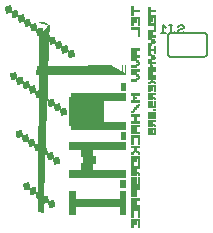
<source format=gbo>
G75*
%MOIN*%
%OFA0B0*%
%FSLAX24Y24*%
%IPPOS*%
%LPD*%
%AMOC8*
5,1,8,0,0,1.08239X$1,22.5*
%
%ADD10C,0.0000*%
%ADD11C,0.0001*%
%ADD12C,0.0080*%
%ADD13C,0.0060*%
D10*
X003341Y002414D02*
X003509Y002459D01*
X003470Y002653D01*
X003301Y002607D01*
X003341Y002414D01*
X003509Y002459D01*
X003470Y002653D01*
X003301Y002607D01*
X003341Y002414D01*
X003509Y002459D02*
X003549Y002266D01*
X003718Y002311D01*
X003678Y002505D01*
X003509Y002459D01*
X003678Y002505D01*
X003718Y002311D01*
X003549Y002266D01*
X003509Y002459D01*
X003718Y002311D02*
X003886Y002357D01*
X003926Y002163D01*
X004094Y002209D01*
X004134Y002015D01*
X003965Y001970D01*
X003926Y002163D01*
X003757Y002118D01*
X003718Y002311D01*
X003886Y002357D01*
X003926Y002163D01*
X004094Y002209D01*
X004134Y002015D01*
X003965Y001970D01*
X003926Y002163D01*
X003757Y002118D01*
X003718Y002311D01*
X003797Y002175D02*
X003801Y002661D01*
X003805Y003147D01*
X003808Y003632D01*
X003812Y004118D01*
X003816Y004604D01*
X003820Y005089D01*
X003824Y005575D01*
X003827Y006060D01*
X003831Y006546D01*
X003839Y007518D01*
X004149Y007892D01*
X004134Y007414D01*
X004119Y006936D01*
X004104Y006457D01*
X004088Y005979D01*
X004058Y005022D01*
X004042Y004544D01*
X004027Y004065D01*
X004012Y003587D01*
X003996Y003108D01*
X003981Y002630D01*
X003966Y002152D01*
X003951Y001673D01*
X003793Y001690D01*
X003797Y002175D01*
X003801Y002661D01*
X003805Y003147D01*
X003808Y003632D01*
X003812Y004118D01*
X003816Y004604D01*
X003820Y005089D01*
X003824Y005575D01*
X003827Y006060D01*
X003831Y006546D01*
X003839Y007518D01*
X004149Y007892D01*
X004134Y007414D01*
X004119Y006936D01*
X004104Y006457D01*
X004088Y005979D01*
X004058Y005022D01*
X004042Y004544D01*
X004027Y004065D01*
X004012Y003587D01*
X003996Y003108D01*
X003981Y002630D01*
X003966Y002152D01*
X003951Y001673D01*
X003793Y001690D01*
X003797Y002175D01*
X004134Y002016D02*
X004303Y002061D01*
X004342Y001868D01*
X004174Y001822D01*
X004134Y002016D01*
X004303Y002061D01*
X004342Y001868D01*
X004174Y001822D01*
X004134Y002016D01*
X004848Y002358D02*
X004848Y001598D01*
X005044Y001598D01*
X005044Y001859D01*
X006544Y001859D01*
X006544Y001598D01*
X006688Y001598D01*
X006688Y002358D01*
X006544Y002358D01*
X006544Y002097D01*
X005044Y002097D01*
X005044Y002358D01*
X004848Y002358D01*
X005044Y002358D01*
X005044Y002097D01*
X006544Y002097D01*
X006544Y002358D01*
X006688Y002358D01*
X006688Y001598D01*
X006544Y001598D01*
X006544Y001859D01*
X005044Y001859D01*
X005044Y001598D01*
X004848Y001598D01*
X004848Y002358D01*
X004848Y002819D02*
X004848Y003057D01*
X005216Y003057D01*
X005216Y003295D01*
X005584Y003295D01*
X005584Y003057D01*
X006688Y003057D01*
X006688Y002819D01*
X004848Y002819D01*
X004848Y003057D01*
X005216Y003057D01*
X005216Y003295D01*
X005584Y003295D01*
X005584Y003057D01*
X006688Y003057D01*
X006688Y002819D01*
X004848Y002819D01*
X005290Y003218D02*
X005584Y003218D01*
X005584Y003637D01*
X005290Y003637D01*
X005290Y003218D01*
X005584Y003218D01*
X005584Y003637D01*
X005290Y003637D01*
X005290Y003218D01*
X005584Y003295D02*
X005584Y003533D01*
X005216Y003533D01*
X005216Y003771D01*
X004848Y003771D01*
X004848Y004009D01*
X006688Y004009D01*
X006688Y003771D01*
X005584Y003771D01*
X005584Y003533D01*
X005693Y003533D01*
X005693Y003295D01*
X005584Y003295D01*
X005584Y003533D01*
X005216Y003533D01*
X005216Y003771D01*
X004848Y003771D01*
X004848Y004009D01*
X006688Y004009D01*
X006688Y003771D01*
X005584Y003771D01*
X005584Y003533D01*
X005693Y003533D01*
X005693Y003295D01*
X005584Y003295D01*
X006544Y002725D02*
X006544Y002487D01*
X006688Y002487D01*
X006688Y002725D01*
X006544Y002725D01*
X006688Y002725D01*
X006688Y002487D01*
X006544Y002487D01*
X006544Y002725D01*
X006903Y002835D02*
X006903Y002544D01*
X006959Y002544D01*
X006959Y002776D01*
X007015Y002776D01*
X007015Y002544D01*
X007181Y002544D01*
X007181Y002835D01*
X007126Y002835D01*
X007126Y002602D01*
X007070Y002602D01*
X007070Y002835D01*
X006903Y002835D01*
X006903Y002893D02*
X006903Y003183D01*
X007182Y003183D01*
X007182Y003125D01*
X007070Y003125D01*
X007070Y003008D01*
X007126Y003008D01*
X007126Y002950D01*
X007126Y002893D01*
X007182Y002893D01*
X007182Y002950D01*
X007126Y002950D01*
X007070Y002950D01*
X007070Y002893D01*
X006903Y002893D01*
X006959Y002950D02*
X006959Y003125D01*
X007015Y003125D01*
X007015Y002950D01*
X006959Y002950D01*
X007015Y002950D01*
X007015Y003125D01*
X006959Y003125D01*
X006959Y002950D01*
X006959Y003241D02*
X006904Y003241D01*
X006904Y003532D01*
X007182Y003532D01*
X007182Y003241D01*
X007126Y003241D01*
X007126Y003474D01*
X007070Y003474D01*
X007070Y003358D01*
X007015Y003358D01*
X007015Y003474D01*
X006959Y003474D01*
X006959Y003241D01*
X006959Y003590D02*
X006903Y003590D01*
X006903Y003648D01*
X006959Y003648D01*
X006959Y003706D01*
X007015Y003706D01*
X007015Y003822D01*
X006903Y003822D01*
X006903Y003880D01*
X007182Y003880D01*
X007182Y003822D01*
X007070Y003822D01*
X007070Y003706D01*
X007126Y003706D01*
X007126Y003648D01*
X007070Y003648D01*
X007070Y003706D01*
X007015Y003706D01*
X007015Y003648D01*
X006959Y003648D01*
X006959Y003590D01*
X007126Y003590D02*
X007126Y003648D01*
X007182Y003648D01*
X007182Y003590D01*
X007126Y003590D01*
X007126Y003938D02*
X007126Y004171D01*
X006959Y004171D01*
X006959Y003938D01*
X006903Y003938D01*
X006903Y004229D01*
X007182Y004229D01*
X007182Y003938D01*
X007126Y003938D01*
X007182Y004287D02*
X006903Y004287D01*
X006903Y004578D01*
X007182Y004578D01*
X007182Y004520D01*
X007070Y004520D01*
X007070Y004345D01*
X007182Y004345D01*
X007182Y004287D01*
X007015Y004345D02*
X006959Y004345D01*
X006959Y004520D01*
X007015Y004520D01*
X007015Y004345D01*
X007015Y004520D01*
X006959Y004520D01*
X006959Y004345D01*
X007015Y004345D01*
X006903Y004636D02*
X006903Y004694D01*
X007015Y004694D01*
X007015Y004868D01*
X006903Y004868D01*
X006903Y004926D01*
X007182Y004926D01*
X007182Y004868D01*
X007070Y004868D01*
X007070Y004694D01*
X007182Y004694D01*
X007182Y004636D01*
X006903Y004636D01*
X006688Y004671D02*
X006688Y004434D01*
X004910Y004434D01*
X004910Y004577D01*
X004848Y004577D01*
X004848Y005498D01*
X004848Y005498D01*
X004848Y005498D01*
X004848Y004577D01*
X004910Y004577D01*
X004910Y004434D01*
X006688Y004434D01*
X006688Y004671D01*
X005953Y004671D01*
X005953Y005385D01*
X006688Y005385D01*
X006688Y005623D01*
X004910Y005623D01*
X004910Y005498D01*
X004848Y005498D01*
X004910Y005498D01*
X004910Y005623D01*
X006688Y005623D01*
X006688Y005385D01*
X005953Y005385D01*
X005953Y004671D01*
X006688Y004671D01*
X006688Y004340D02*
X006562Y004340D01*
X006562Y004102D01*
X006688Y004102D01*
X006688Y004340D01*
X006562Y004340D01*
X006562Y004102D01*
X006688Y004102D01*
X006688Y004340D01*
X006903Y004984D02*
X006903Y005043D01*
X006959Y005043D01*
X006959Y005101D01*
X007015Y005101D01*
X007015Y005159D01*
X007070Y005159D01*
X007070Y005101D01*
X007015Y005101D01*
X007015Y005043D01*
X006959Y005043D01*
X006959Y004984D01*
X006903Y004984D01*
X007070Y005159D02*
X007070Y005217D01*
X007126Y005217D01*
X007126Y005275D01*
X007182Y005275D01*
X007182Y005217D01*
X007126Y005217D01*
X007126Y005159D01*
X007070Y005159D01*
X007182Y005333D02*
X006903Y005333D01*
X006903Y005391D01*
X006959Y005391D01*
X006959Y005449D01*
X007015Y005449D01*
X007015Y005507D01*
X006959Y005507D01*
X006959Y005565D01*
X006903Y005565D01*
X006903Y005624D01*
X007182Y005624D01*
X007182Y005565D01*
X007015Y005565D01*
X007015Y005507D01*
X007070Y005507D01*
X007070Y005449D01*
X007015Y005449D01*
X007015Y005391D01*
X007182Y005391D01*
X007182Y005333D01*
X007474Y005371D02*
X007474Y005151D01*
X007518Y005151D01*
X007518Y005327D01*
X007562Y005327D01*
X007562Y005151D01*
X007694Y005151D01*
X007694Y005371D01*
X007650Y005371D01*
X007650Y005195D01*
X007606Y005195D01*
X007606Y005371D01*
X007474Y005371D01*
X007474Y005418D02*
X007606Y005418D01*
X007606Y005462D01*
X007650Y005462D01*
X007650Y005418D01*
X007694Y005418D01*
X007694Y005462D01*
X007650Y005462D01*
X007650Y005506D01*
X007606Y005506D01*
X007606Y005594D01*
X007694Y005594D01*
X007694Y005638D01*
X007474Y005638D01*
X007474Y005418D01*
X007518Y005462D02*
X007518Y005594D01*
X007562Y005594D01*
X007562Y005462D01*
X007518Y005462D01*
X007518Y005684D02*
X007474Y005684D01*
X007474Y005904D01*
X007694Y005904D01*
X007694Y005684D01*
X007650Y005684D01*
X007650Y005860D01*
X007606Y005860D01*
X007606Y005728D01*
X007562Y005728D01*
X007562Y005860D01*
X007518Y005860D01*
X007518Y005684D01*
X007518Y005951D02*
X007474Y005951D01*
X007474Y005995D01*
X007518Y005995D01*
X007562Y005995D01*
X007562Y006039D01*
X007518Y006039D01*
X007518Y005995D01*
X007518Y005951D01*
X007606Y005995D02*
X007606Y006039D01*
X007606Y006083D01*
X007694Y006083D01*
X007694Y006127D01*
X007474Y006127D01*
X007474Y006083D01*
X007562Y006083D01*
X007562Y006039D01*
X007606Y006039D01*
X007650Y006039D01*
X007650Y005995D01*
X007606Y005995D01*
X007650Y005995D02*
X007650Y005951D01*
X007694Y005951D01*
X007694Y005995D01*
X007650Y005995D01*
X007694Y006174D02*
X007474Y006174D01*
X007474Y006394D01*
X007694Y006394D01*
X007694Y006350D01*
X007606Y006350D01*
X007606Y006218D01*
X007694Y006218D01*
X007694Y006174D01*
X007562Y006218D02*
X007562Y006350D01*
X007518Y006350D01*
X007518Y006218D01*
X007562Y006218D01*
X007474Y006441D02*
X007694Y006441D01*
X007694Y006485D01*
X007562Y006485D01*
X007562Y006529D01*
X007518Y006529D01*
X007518Y006485D01*
X007474Y006485D01*
X007474Y006441D01*
X007562Y006529D02*
X007562Y006573D01*
X007562Y006617D01*
X007694Y006617D01*
X007694Y006661D01*
X007474Y006661D01*
X007474Y006617D01*
X007518Y006617D01*
X007518Y006573D01*
X007562Y006573D01*
X007606Y006573D01*
X007606Y006529D01*
X007562Y006529D01*
X007562Y006708D02*
X007474Y006708D01*
X007474Y006752D01*
X007562Y006752D01*
X007562Y006708D01*
X007562Y006752D02*
X007650Y006752D01*
X007650Y006796D01*
X007694Y006796D01*
X007694Y006840D01*
X007650Y006840D01*
X007650Y006796D01*
X007562Y006796D01*
X007562Y006752D01*
X007562Y006840D02*
X007650Y006840D01*
X007650Y006884D01*
X007562Y006884D01*
X007562Y006840D01*
X007562Y006883D02*
X007474Y006883D01*
X007474Y006928D01*
X007562Y006928D01*
X007562Y006883D01*
X007518Y006974D02*
X007474Y006974D01*
X007474Y007194D01*
X007518Y007194D01*
X007518Y007106D01*
X007650Y007106D01*
X007650Y007194D01*
X007694Y007194D01*
X007694Y006974D01*
X007650Y006974D01*
X007650Y007062D01*
X007518Y007062D01*
X007518Y006974D01*
X007474Y007241D02*
X007562Y007241D01*
X007562Y007285D01*
X007474Y007285D01*
X007474Y007241D01*
X007562Y007285D02*
X007650Y007285D01*
X007650Y007329D01*
X007694Y007329D01*
X007694Y007373D01*
X007650Y007373D01*
X007650Y007417D01*
X007562Y007417D01*
X007562Y007461D01*
X007474Y007461D01*
X007474Y007417D01*
X007562Y007417D01*
X007562Y007373D01*
X007650Y007373D01*
X007650Y007329D01*
X007562Y007329D01*
X007562Y007285D01*
X007474Y007508D02*
X007694Y007508D01*
X007694Y007552D01*
X007606Y007552D01*
X007606Y007684D01*
X007694Y007684D01*
X007694Y007728D01*
X007474Y007728D01*
X007474Y007508D01*
X007518Y007552D02*
X007518Y007684D01*
X007562Y007684D01*
X007562Y007552D01*
X007518Y007552D01*
X007650Y007775D02*
X007694Y007775D01*
X007694Y007951D01*
X007474Y007951D01*
X007474Y007907D01*
X007650Y007907D01*
X007650Y007775D01*
X007650Y007998D02*
X007694Y007998D01*
X007694Y008218D01*
X007474Y008218D01*
X007474Y007998D01*
X007518Y007998D01*
X007518Y008173D01*
X007562Y008173D01*
X007562Y008042D01*
X007606Y008042D01*
X007606Y008173D01*
X007650Y008173D01*
X007650Y007998D01*
X007518Y008264D02*
X007474Y008264D01*
X007474Y008484D01*
X007518Y008484D01*
X007518Y008396D01*
X007694Y008396D01*
X007694Y008352D01*
X007518Y008352D01*
X007518Y008264D01*
X007182Y008180D02*
X007182Y007889D01*
X007126Y007889D01*
X007126Y008122D01*
X007070Y008122D01*
X007070Y008005D01*
X007015Y008005D01*
X007015Y008122D01*
X006959Y008122D01*
X006959Y007889D01*
X006904Y007889D01*
X006904Y008180D01*
X007182Y008180D01*
X007182Y008354D02*
X006959Y008354D01*
X006959Y008238D01*
X006903Y008238D01*
X006903Y008529D01*
X006959Y008529D01*
X006959Y008412D01*
X007182Y008412D01*
X007182Y008354D01*
X007182Y007831D02*
X006903Y007831D01*
X006903Y007773D01*
X007126Y007773D01*
X007126Y007541D01*
X007182Y007541D01*
X007182Y007831D01*
X007182Y007135D02*
X006903Y007135D01*
X006903Y006843D01*
X007182Y006843D01*
X007182Y006902D01*
X007070Y006902D01*
X007070Y007075D01*
X007182Y007075D01*
X007182Y007135D01*
X007015Y007075D02*
X007015Y006902D01*
X006959Y006902D01*
X006959Y007075D01*
X007015Y007075D01*
X006959Y007075D01*
X006959Y006902D01*
X007015Y006902D01*
X007015Y007075D01*
X007070Y006785D02*
X006903Y006785D01*
X006903Y006727D01*
X007070Y006727D01*
X007126Y006727D01*
X007126Y006669D01*
X007070Y006669D01*
X007070Y006727D01*
X007070Y006785D01*
X007126Y006669D02*
X007126Y006611D01*
X007182Y006611D01*
X007182Y006669D01*
X007126Y006669D01*
X007126Y006611D02*
X007070Y006611D01*
X007070Y006553D01*
X006903Y006553D01*
X006903Y006495D01*
X007070Y006495D01*
X007070Y006553D01*
X007126Y006553D01*
X007126Y006611D01*
X007182Y006437D02*
X006903Y006437D01*
X006903Y006379D01*
X007182Y006379D01*
X007182Y006437D01*
X007126Y006263D02*
X007070Y006263D01*
X007070Y006321D01*
X006903Y006321D01*
X006903Y006263D01*
X007070Y006263D01*
X007070Y006205D01*
X007126Y006205D01*
X007126Y006147D01*
X007182Y006147D01*
X007182Y006205D01*
X007126Y006205D01*
X007126Y006263D01*
X007126Y006146D02*
X007070Y006146D01*
X007070Y006088D01*
X006903Y006088D01*
X006903Y006030D01*
X007070Y006030D01*
X007070Y006088D01*
X007126Y006088D01*
X007126Y006146D01*
X006688Y006278D02*
X006205Y006556D01*
X005717Y006548D01*
X005228Y006541D01*
X003763Y006517D01*
X003735Y006262D01*
X004720Y006267D01*
X005212Y006270D01*
X006196Y006275D01*
X006688Y006278D01*
X006697Y006338D02*
X006693Y006564D01*
X006697Y006432D01*
X006697Y006338D01*
X006608Y006338D02*
X006604Y006564D01*
X006608Y006432D01*
X006608Y006338D01*
X006599Y006278D02*
X006131Y006556D01*
X005657Y006548D01*
X005184Y006541D01*
X004710Y006533D01*
X004237Y006525D01*
X003764Y006517D01*
X003736Y006262D01*
X004213Y006264D01*
X004690Y006267D01*
X005167Y006270D01*
X005644Y006272D01*
X006122Y006275D01*
X006599Y006278D01*
X006562Y005954D02*
X006688Y005954D01*
X006688Y005716D01*
X006562Y005716D01*
X006562Y005954D01*
X006688Y005954D01*
X006688Y005716D01*
X006562Y005716D01*
X006562Y005954D01*
X005584Y005385D02*
X005216Y005385D01*
X005216Y004671D01*
X005584Y004671D01*
X005584Y005385D01*
X005216Y005385D01*
X005216Y004671D01*
X005584Y004671D01*
X005584Y005385D01*
X004702Y005141D02*
X004741Y004948D01*
X004573Y004902D01*
X004533Y005096D01*
X004702Y005141D01*
X004533Y005096D01*
X004573Y004902D01*
X004741Y004948D01*
X004702Y005141D01*
X004533Y005095D02*
X004494Y005289D01*
X004325Y005243D01*
X004156Y005198D01*
X004117Y005391D01*
X004077Y005585D01*
X003909Y005539D01*
X003948Y005346D01*
X004117Y005391D01*
X004077Y005585D01*
X003909Y005539D01*
X003869Y005733D01*
X003700Y005687D01*
X003661Y005881D01*
X003492Y005835D01*
X003453Y006029D01*
X003284Y005983D01*
X003244Y006177D01*
X003076Y006131D01*
X003036Y006324D01*
X002868Y006279D01*
X002907Y006086D01*
X003076Y006131D01*
X003036Y006324D01*
X002868Y006279D01*
X002907Y006086D01*
X003076Y006131D01*
X003115Y005938D01*
X003284Y005983D01*
X003324Y005790D01*
X003492Y005835D01*
X003453Y006029D01*
X003284Y005983D01*
X003244Y006177D01*
X003076Y006131D01*
X003115Y005938D01*
X003284Y005983D01*
X003324Y005790D01*
X003492Y005835D01*
X003532Y005642D01*
X003700Y005687D01*
X003661Y005881D01*
X003492Y005835D01*
X003532Y005642D01*
X003700Y005687D01*
X003740Y005494D01*
X003909Y005539D01*
X003948Y005346D01*
X004117Y005391D01*
X004285Y005437D01*
X004325Y005243D01*
X004365Y005050D01*
X004533Y005095D01*
X004494Y005289D01*
X004325Y005243D01*
X004156Y005198D01*
X004117Y005391D01*
X004285Y005437D01*
X004325Y005243D01*
X004365Y005050D01*
X004533Y005095D01*
X003909Y005539D02*
X003869Y005733D01*
X003700Y005687D01*
X003740Y005494D01*
X003909Y005539D01*
X003219Y004400D02*
X003051Y004355D01*
X003090Y004162D01*
X003259Y004207D01*
X003219Y004400D01*
X003051Y004355D01*
X003090Y004162D01*
X003259Y004207D01*
X003219Y004400D01*
X003259Y004207D02*
X003428Y004253D01*
X003467Y004059D01*
X003299Y004014D01*
X003259Y004207D01*
X003428Y004253D01*
X003467Y004059D01*
X003299Y004014D01*
X003259Y004207D01*
X003467Y004059D02*
X003636Y004105D01*
X003675Y003911D01*
X003507Y003866D01*
X003467Y004059D01*
X003636Y004105D01*
X003675Y003911D01*
X003844Y003957D01*
X003884Y003763D01*
X003715Y003718D01*
X003675Y003911D01*
X003507Y003866D01*
X003467Y004059D01*
X003675Y003911D02*
X003844Y003957D01*
X003884Y003763D01*
X003715Y003718D01*
X003675Y003911D01*
X003884Y003763D02*
X004052Y003809D01*
X004092Y003615D01*
X003923Y003570D01*
X003884Y003763D01*
X004052Y003809D01*
X004092Y003615D01*
X003923Y003570D01*
X003884Y003763D01*
X004092Y003615D02*
X004260Y003661D01*
X004300Y003467D01*
X004131Y003422D01*
X004092Y003615D01*
X004260Y003661D01*
X004300Y003467D01*
X004469Y003513D01*
X004508Y003319D01*
X004340Y003274D01*
X004300Y003467D01*
X004131Y003422D01*
X004092Y003615D01*
X004300Y003467D02*
X004469Y003513D01*
X004508Y003319D01*
X004340Y003274D01*
X004300Y003467D01*
X006903Y002486D02*
X006903Y002196D01*
X007070Y002196D01*
X007070Y002427D01*
X007182Y002427D01*
X007182Y002486D01*
X006903Y002486D01*
X006959Y002427D02*
X006959Y002254D01*
X007015Y002254D01*
X007015Y002427D01*
X006959Y002427D01*
X007015Y002427D01*
X007015Y002254D01*
X006959Y002254D01*
X006959Y002427D01*
X006903Y002137D02*
X006903Y001846D01*
X007182Y001846D01*
X007182Y001905D01*
X007070Y001905D01*
X007070Y002079D01*
X007182Y002079D01*
X007182Y002137D01*
X006903Y002137D01*
X006959Y002079D02*
X006959Y001905D01*
X007015Y001905D01*
X007015Y002079D01*
X006959Y002079D01*
X007015Y002079D01*
X007015Y001905D01*
X006959Y001905D01*
X006959Y002079D01*
X006903Y001789D02*
X007182Y001789D01*
X007182Y001498D01*
X007126Y001498D01*
X007126Y001731D01*
X006959Y001731D01*
X006959Y001498D01*
X006903Y001498D01*
X006903Y001789D01*
X006904Y001440D02*
X007182Y001440D01*
X007182Y001149D01*
X007126Y001149D01*
X007126Y001382D01*
X007070Y001382D01*
X007070Y001266D01*
X007015Y001266D01*
X007015Y001382D01*
X006959Y001382D01*
X006959Y001149D01*
X006904Y001149D01*
X006904Y001440D01*
X007474Y004251D02*
X007518Y004251D01*
X007518Y004427D01*
X007650Y004427D01*
X007650Y004295D01*
X007606Y004295D01*
X007606Y004383D01*
X007562Y004383D01*
X007562Y004251D01*
X007694Y004251D01*
X007694Y004471D01*
X007474Y004471D01*
X007474Y004251D01*
X007474Y004518D02*
X007606Y004518D01*
X007606Y004562D01*
X007650Y004562D01*
X007650Y004518D01*
X007694Y004518D01*
X007694Y004562D01*
X007650Y004562D01*
X007650Y004606D01*
X007606Y004606D01*
X007606Y004694D01*
X007694Y004694D01*
X007694Y004738D01*
X007474Y004738D01*
X007474Y004518D01*
X007518Y004562D02*
X007518Y004694D01*
X007562Y004694D01*
X007562Y004562D01*
X007518Y004562D01*
X007474Y004784D02*
X007694Y004784D01*
X007694Y005004D01*
X007474Y005004D01*
X007474Y004784D01*
X007518Y004828D02*
X007518Y004960D01*
X007650Y004960D01*
X007650Y004828D01*
X007518Y004828D01*
X007646Y005052D02*
X007686Y005052D01*
X007686Y005092D01*
X007646Y005092D01*
X007646Y005052D01*
X004992Y006875D02*
X004952Y007068D01*
X004784Y007023D01*
X004823Y006829D01*
X004992Y006875D01*
X004952Y007068D01*
X004784Y007023D01*
X004615Y006978D01*
X004575Y007171D01*
X004744Y007216D01*
X004784Y007023D01*
X004823Y006829D01*
X004992Y006875D01*
X004784Y007023D02*
X004615Y006978D01*
X004575Y007171D01*
X004744Y007216D01*
X004784Y007023D01*
X004575Y007171D02*
X004536Y007364D01*
X004367Y007319D01*
X004407Y007125D01*
X004575Y007171D01*
X004536Y007364D01*
X004367Y007319D01*
X004407Y007125D01*
X004575Y007171D01*
X004367Y007319D02*
X004199Y007273D01*
X004159Y007467D01*
X004119Y007660D01*
X003951Y007615D01*
X003990Y007421D01*
X004159Y007467D01*
X004328Y007512D01*
X004367Y007319D01*
X004199Y007273D01*
X004159Y007467D01*
X004119Y007660D01*
X003951Y007615D01*
X003990Y007421D01*
X004159Y007467D01*
X004328Y007512D01*
X004367Y007319D01*
X003951Y007615D02*
X003911Y007808D01*
X003743Y007763D01*
X003782Y007569D01*
X003951Y007615D01*
X003911Y007808D01*
X003743Y007763D01*
X003782Y007569D01*
X003951Y007615D01*
X003743Y007763D02*
X003703Y007956D01*
X003534Y007910D01*
X003574Y007717D01*
X003743Y007763D01*
X003703Y007956D01*
X003534Y007910D01*
X003495Y008104D01*
X003326Y008058D01*
X003287Y008252D01*
X003118Y008206D01*
X003078Y008400D01*
X002910Y008354D01*
X002949Y008161D01*
X003118Y008206D01*
X003078Y008400D01*
X002910Y008354D01*
X002949Y008161D01*
X003118Y008206D01*
X003158Y008013D01*
X003326Y008058D01*
X003287Y008252D01*
X003118Y008206D01*
X003158Y008013D01*
X003326Y008058D01*
X003366Y007865D01*
X003534Y007910D01*
X003574Y007717D01*
X003743Y007763D01*
X003534Y007910D02*
X003495Y008104D01*
X003326Y008058D01*
X003366Y007865D01*
X003534Y007910D01*
X003843Y008003D02*
X004085Y007940D01*
X003982Y007992D01*
X003843Y008003D01*
X004085Y007940D01*
X003982Y007992D01*
X003843Y008003D01*
X002910Y008354D02*
X002870Y008548D01*
X002702Y008502D01*
X002741Y008309D01*
X002910Y008354D01*
X002870Y008548D01*
X002702Y008502D01*
X002741Y008309D01*
X002910Y008354D01*
D11*
X003088Y008354D01*
X002910Y008354D01*
X002732Y008354D01*
X002907Y008354D01*
X002732Y008354D01*
X002910Y008354D01*
X002911Y008354D02*
X003088Y008354D01*
X002911Y008354D01*
X002910Y008353D02*
X003088Y008353D01*
X002910Y008353D01*
X002910Y008352D02*
X003088Y008352D01*
X002910Y008352D01*
X002911Y008351D02*
X003089Y008351D01*
X002911Y008351D01*
X002911Y008350D02*
X003089Y008350D01*
X002911Y008350D01*
X002911Y008349D02*
X003089Y008349D01*
X002911Y008349D01*
X002911Y008348D02*
X003089Y008348D01*
X002911Y008348D01*
X002911Y008347D02*
X003089Y008347D01*
X002911Y008347D01*
X002912Y008346D02*
X003090Y008346D01*
X002912Y008346D01*
X002912Y008345D02*
X003090Y008345D01*
X002912Y008345D01*
X002912Y008344D02*
X003090Y008344D01*
X002912Y008344D01*
X002912Y008343D02*
X003090Y008343D01*
X002912Y008343D01*
X002912Y008342D02*
X003090Y008342D01*
X002912Y008342D01*
X002913Y008341D02*
X003091Y008341D01*
X002913Y008341D01*
X002913Y008340D02*
X003091Y008340D01*
X002913Y008340D01*
X002913Y008339D02*
X003091Y008339D01*
X002913Y008339D01*
X002913Y008338D02*
X003091Y008338D01*
X002913Y008338D01*
X002913Y008337D02*
X003091Y008337D01*
X002913Y008337D01*
X002914Y008336D02*
X003092Y008336D01*
X002914Y008336D01*
X002914Y008335D02*
X003092Y008335D01*
X002914Y008335D01*
X002914Y008334D02*
X003092Y008334D01*
X002914Y008334D01*
X002914Y008333D02*
X003092Y008333D01*
X002914Y008333D01*
X002915Y008332D02*
X003092Y008332D01*
X002915Y008332D01*
X002915Y008331D02*
X003093Y008331D01*
X002915Y008331D01*
X002915Y008330D02*
X003093Y008330D01*
X002915Y008330D01*
X002915Y008329D02*
X003093Y008329D01*
X002915Y008329D01*
X002915Y008328D02*
X003093Y008328D01*
X002915Y008328D01*
X002916Y008327D02*
X003093Y008327D01*
X002916Y008327D01*
X002916Y008326D02*
X003094Y008326D01*
X002916Y008326D01*
X002916Y008325D02*
X003094Y008325D01*
X002916Y008325D01*
X002916Y008324D02*
X003094Y008324D01*
X002916Y008324D01*
X002916Y008323D02*
X003094Y008323D01*
X002916Y008323D01*
X002917Y008322D02*
X003094Y008322D01*
X002917Y008322D01*
X002917Y008321D02*
X003095Y008321D01*
X002917Y008321D01*
X002917Y008320D02*
X003095Y008320D01*
X002917Y008320D01*
X002917Y008319D02*
X003095Y008319D01*
X002917Y008319D01*
X002917Y008318D02*
X003095Y008318D01*
X002917Y008318D01*
X002918Y008317D02*
X003095Y008317D01*
X002918Y008317D01*
X002918Y008316D02*
X003096Y008316D01*
X002918Y008316D01*
X002918Y008315D02*
X003096Y008315D01*
X002918Y008315D01*
X002918Y008314D02*
X003096Y008314D01*
X002918Y008314D01*
X002918Y008313D02*
X003096Y008313D01*
X002918Y008313D01*
X002919Y008312D02*
X003097Y008312D01*
X002919Y008312D01*
X002919Y008311D02*
X003097Y008311D01*
X002919Y008311D01*
X002919Y008310D02*
X003097Y008310D01*
X002919Y008310D01*
X002919Y008309D02*
X003097Y008309D01*
X002919Y008309D01*
X002919Y008308D02*
X003097Y008308D01*
X002919Y008308D01*
X002920Y008307D02*
X003098Y008307D01*
X002920Y008307D01*
X002920Y008306D02*
X003098Y008306D01*
X002920Y008306D01*
X002920Y008305D02*
X003098Y008305D01*
X002920Y008305D01*
X002920Y008304D02*
X003098Y008304D01*
X002920Y008304D01*
X002920Y008303D02*
X003098Y008303D01*
X002920Y008303D01*
X002921Y008302D02*
X003099Y008302D01*
X002921Y008302D01*
X002921Y008301D02*
X003099Y008301D01*
X002921Y008301D01*
X002921Y008300D02*
X003099Y008300D01*
X002921Y008300D01*
X002921Y008299D02*
X003099Y008299D01*
X002921Y008299D01*
X002921Y008298D02*
X003099Y008298D01*
X002921Y008298D01*
X002922Y008297D02*
X003100Y008297D01*
X002922Y008297D01*
X002922Y008296D02*
X003100Y008296D01*
X002922Y008296D01*
X002922Y008295D02*
X003100Y008295D01*
X002922Y008295D01*
X002922Y008294D02*
X003100Y008294D01*
X002922Y008294D01*
X002922Y008293D02*
X003100Y008293D01*
X002922Y008293D01*
X002923Y008292D02*
X003101Y008292D01*
X002923Y008292D01*
X002923Y008291D02*
X003101Y008291D01*
X002923Y008291D01*
X002923Y008290D02*
X003101Y008290D01*
X002923Y008290D01*
X002923Y008289D02*
X003101Y008289D01*
X002923Y008289D01*
X002924Y008288D02*
X003101Y008288D01*
X002924Y008288D01*
X002924Y008287D02*
X003102Y008287D01*
X002924Y008287D01*
X002924Y008286D02*
X003102Y008286D01*
X002924Y008286D01*
X002924Y008285D02*
X003102Y008285D01*
X002924Y008285D01*
X002924Y008284D02*
X003102Y008284D01*
X002924Y008284D01*
X002925Y008283D02*
X003102Y008283D01*
X002925Y008283D01*
X002925Y008282D02*
X003103Y008282D01*
X002925Y008282D01*
X002925Y008281D02*
X003103Y008281D01*
X002925Y008281D01*
X002925Y008280D02*
X003103Y008280D01*
X002925Y008280D01*
X002925Y008279D02*
X003103Y008279D01*
X002925Y008279D01*
X002926Y008278D02*
X003103Y008278D01*
X002926Y008278D01*
X002926Y008277D02*
X003104Y008277D01*
X002926Y008277D01*
X002926Y008276D02*
X003104Y008276D01*
X002926Y008276D01*
X002926Y008275D02*
X003104Y008275D01*
X002926Y008275D01*
X002926Y008274D02*
X003104Y008274D01*
X002926Y008274D01*
X002927Y008273D02*
X003104Y008273D01*
X002927Y008273D01*
X002927Y008272D02*
X003105Y008272D01*
X002927Y008272D01*
X002927Y008271D02*
X003105Y008271D01*
X002927Y008271D01*
X002927Y008270D02*
X003105Y008270D01*
X002927Y008270D01*
X002927Y008269D02*
X003105Y008269D01*
X002927Y008269D01*
X002928Y008268D02*
X003106Y008268D01*
X002928Y008268D01*
X002928Y008267D02*
X003106Y008267D01*
X002928Y008267D01*
X002928Y008266D02*
X003106Y008266D01*
X002928Y008266D01*
X002928Y008265D02*
X003106Y008265D01*
X002928Y008265D01*
X002928Y008264D02*
X003106Y008264D01*
X002928Y008264D01*
X002929Y008263D02*
X003107Y008263D01*
X002929Y008263D01*
X002929Y008262D02*
X003107Y008262D01*
X002929Y008262D01*
X002929Y008261D02*
X003107Y008261D01*
X002929Y008261D01*
X002929Y008260D02*
X003107Y008260D01*
X002929Y008260D01*
X002929Y008259D02*
X003107Y008259D01*
X002929Y008259D01*
X002930Y008258D02*
X003108Y008258D01*
X002930Y008258D01*
X002930Y008257D02*
X003108Y008257D01*
X002930Y008257D01*
X002930Y008256D02*
X003108Y008256D01*
X002930Y008256D01*
X002930Y008255D02*
X003108Y008255D01*
X002930Y008255D01*
X002930Y008254D02*
X003108Y008254D01*
X002930Y008254D01*
X002931Y008253D02*
X003109Y008253D01*
X002931Y008253D01*
X002931Y008252D02*
X003109Y008252D01*
X002931Y008252D01*
X002931Y008251D02*
X003109Y008251D01*
X002931Y008251D01*
X002931Y008250D02*
X003109Y008250D01*
X002931Y008250D01*
X002931Y008249D02*
X003109Y008249D01*
X002931Y008249D01*
X002932Y008248D02*
X003110Y008248D01*
X002932Y008248D01*
X002932Y008247D02*
X003110Y008247D01*
X002932Y008247D01*
X002932Y008246D02*
X003110Y008246D01*
X002932Y008246D01*
X002932Y008245D02*
X003110Y008245D01*
X002932Y008245D01*
X002933Y008244D02*
X003110Y008244D01*
X002933Y008244D01*
X002933Y008243D02*
X003111Y008243D01*
X002933Y008243D01*
X002933Y008242D02*
X003111Y008242D01*
X002933Y008242D01*
X002933Y008241D02*
X003111Y008241D01*
X002933Y008241D01*
X002933Y008240D02*
X003111Y008240D01*
X002933Y008240D01*
X002934Y008239D02*
X003111Y008239D01*
X002934Y008239D01*
X002934Y008238D02*
X003112Y008238D01*
X002934Y008238D01*
X002934Y008237D02*
X003112Y008237D01*
X002934Y008237D01*
X002934Y008236D02*
X003112Y008236D01*
X002934Y008236D01*
X002934Y008235D02*
X003112Y008235D01*
X002934Y008235D01*
X002935Y008234D02*
X003112Y008234D01*
X002935Y008234D01*
X002935Y008233D02*
X003113Y008233D01*
X002935Y008233D01*
X002935Y008232D02*
X003113Y008232D01*
X002935Y008232D01*
X002935Y008231D02*
X003113Y008231D01*
X002935Y008231D01*
X002935Y008230D02*
X003113Y008230D01*
X002935Y008230D01*
X002936Y008229D02*
X003113Y008229D01*
X002936Y008229D01*
X002936Y008228D02*
X003114Y008228D01*
X002936Y008228D01*
X002936Y008227D02*
X003114Y008227D01*
X002936Y008227D01*
X002936Y008226D02*
X003114Y008226D01*
X002936Y008226D01*
X002936Y008225D02*
X003114Y008225D01*
X002936Y008225D01*
X002937Y008224D02*
X003115Y008224D01*
X002937Y008224D01*
X002937Y008223D02*
X003115Y008223D01*
X002937Y008223D01*
X002937Y008222D02*
X003115Y008222D01*
X002937Y008222D01*
X002937Y008221D02*
X003115Y008221D01*
X002937Y008221D01*
X002937Y008220D02*
X003115Y008220D01*
X002937Y008220D01*
X002938Y008219D02*
X003116Y008219D01*
X002938Y008219D01*
X002938Y008218D02*
X003116Y008218D01*
X002938Y008218D01*
X002938Y008217D02*
X003116Y008217D01*
X002938Y008217D01*
X002938Y008216D02*
X003116Y008216D01*
X002938Y008216D01*
X002938Y008215D02*
X003116Y008215D01*
X002938Y008215D01*
X002939Y008214D02*
X003117Y008214D01*
X002939Y008214D01*
X002939Y008213D02*
X003117Y008213D01*
X002939Y008213D01*
X002939Y008212D02*
X003117Y008212D01*
X002939Y008212D01*
X002939Y008211D02*
X003117Y008211D01*
X002939Y008211D01*
X002939Y008210D02*
X003117Y008210D01*
X002939Y008210D01*
X002940Y008209D02*
X003118Y008209D01*
X002940Y008209D01*
X002940Y008208D02*
X003118Y008208D01*
X002940Y008208D01*
X002940Y008207D02*
X003118Y008207D01*
X002940Y008207D01*
X002940Y008206D02*
X003116Y008206D01*
X002940Y008206D01*
X002940Y008205D02*
X003112Y008205D01*
X002940Y008205D01*
X002941Y008204D02*
X003108Y008204D01*
X002941Y008204D01*
X002941Y008203D02*
X003104Y008203D01*
X002941Y008203D01*
X002941Y008202D02*
X003101Y008202D01*
X002941Y008202D01*
X002941Y008201D02*
X003097Y008201D01*
X002941Y008201D01*
X002942Y008200D02*
X003093Y008200D01*
X002942Y008200D01*
X002942Y008199D02*
X003090Y008199D01*
X002942Y008199D01*
X002942Y008198D02*
X003086Y008198D01*
X002942Y008198D01*
X002942Y008197D02*
X003082Y008197D01*
X002942Y008197D01*
X002942Y008196D02*
X003079Y008196D01*
X002942Y008196D01*
X002943Y008195D02*
X003075Y008195D01*
X002943Y008195D01*
X002943Y008194D02*
X003071Y008194D01*
X002943Y008194D01*
X002943Y008193D02*
X003067Y008193D01*
X002943Y008193D01*
X002943Y008192D02*
X003064Y008192D01*
X002943Y008192D01*
X002943Y008191D02*
X003060Y008191D01*
X002943Y008191D01*
X002944Y008190D02*
X003056Y008190D01*
X002944Y008190D01*
X002944Y008189D02*
X003053Y008189D01*
X002944Y008189D01*
X002944Y008188D02*
X003049Y008188D01*
X002944Y008188D01*
X002944Y008187D02*
X003045Y008187D01*
X002944Y008187D01*
X002944Y008186D02*
X003041Y008186D01*
X002944Y008186D01*
X002945Y008185D02*
X003038Y008185D01*
X002945Y008185D01*
X002945Y008184D02*
X003034Y008184D01*
X002945Y008184D01*
X002945Y008183D02*
X003030Y008183D01*
X002945Y008183D01*
X002945Y008182D02*
X003027Y008182D01*
X002945Y008182D01*
X002945Y008181D02*
X003023Y008181D01*
X002945Y008181D01*
X002946Y008180D02*
X003019Y008180D01*
X002946Y008180D01*
X002946Y008179D02*
X003015Y008179D01*
X002946Y008179D01*
X002946Y008178D02*
X003012Y008178D01*
X002946Y008178D01*
X002946Y008177D02*
X003008Y008177D01*
X002946Y008177D01*
X002946Y008176D02*
X003004Y008176D01*
X002946Y008176D01*
X002947Y008175D02*
X003001Y008175D01*
X002947Y008175D01*
X002947Y008174D02*
X002997Y008174D01*
X002947Y008174D01*
X002947Y008173D02*
X002993Y008173D01*
X002947Y008173D01*
X002947Y008172D02*
X002989Y008172D01*
X002947Y008172D01*
X002947Y008171D02*
X002986Y008171D01*
X002947Y008171D01*
X002948Y008170D02*
X002982Y008170D01*
X002948Y008170D01*
X002948Y008169D02*
X002978Y008169D01*
X002948Y008169D01*
X002948Y008168D02*
X002975Y008168D01*
X002948Y008168D01*
X002948Y008167D02*
X002971Y008167D01*
X002948Y008167D01*
X002948Y008166D02*
X002967Y008166D01*
X002948Y008166D01*
X002949Y008165D02*
X002964Y008165D01*
X002949Y008165D01*
X002949Y008164D02*
X002960Y008164D01*
X002949Y008164D01*
X002949Y008163D02*
X002956Y008163D01*
X002949Y008163D01*
X002949Y008162D02*
X002952Y008162D01*
X002949Y008162D01*
X003120Y008197D02*
X003298Y008197D01*
X003120Y008197D01*
X003120Y008198D02*
X003298Y008198D01*
X003120Y008198D01*
X003120Y008199D02*
X003298Y008199D01*
X003120Y008199D01*
X003119Y008200D02*
X003297Y008200D01*
X003119Y008200D01*
X003119Y008201D02*
X003297Y008201D01*
X003119Y008201D01*
X003119Y008202D02*
X003297Y008202D01*
X003119Y008202D01*
X003119Y008203D02*
X003297Y008203D01*
X003119Y008203D01*
X003119Y008204D02*
X003297Y008204D01*
X003119Y008204D01*
X003118Y008205D02*
X003296Y008205D01*
X003118Y008205D01*
X003118Y008206D02*
X003296Y008206D01*
X003118Y008206D01*
X003119Y008207D02*
X003296Y008207D01*
X003119Y008207D01*
X003123Y008208D02*
X003296Y008208D01*
X003123Y008208D01*
X003126Y008209D02*
X003295Y008209D01*
X003126Y008209D01*
X003130Y008210D02*
X003295Y008210D01*
X003130Y008210D01*
X003134Y008211D02*
X003295Y008211D01*
X003134Y008211D01*
X003138Y008212D02*
X003295Y008212D01*
X003138Y008212D01*
X003141Y008213D02*
X003295Y008213D01*
X003141Y008213D01*
X003145Y008214D02*
X003294Y008214D01*
X003145Y008214D01*
X003149Y008215D02*
X003294Y008215D01*
X003149Y008215D01*
X003152Y008216D02*
X003294Y008216D01*
X003152Y008216D01*
X003156Y008217D02*
X003294Y008217D01*
X003156Y008217D01*
X003160Y008218D02*
X003294Y008218D01*
X003160Y008218D01*
X003163Y008219D02*
X003293Y008219D01*
X003163Y008219D01*
X003167Y008220D02*
X003293Y008220D01*
X003167Y008220D01*
X003171Y008221D02*
X003293Y008221D01*
X003171Y008221D01*
X003175Y008222D02*
X003293Y008222D01*
X003175Y008222D01*
X003178Y008223D02*
X003293Y008223D01*
X003178Y008223D01*
X003182Y008224D02*
X003292Y008224D01*
X003182Y008224D01*
X003186Y008225D02*
X003292Y008225D01*
X003186Y008225D01*
X003189Y008226D02*
X003292Y008226D01*
X003189Y008226D01*
X003193Y008227D02*
X003292Y008227D01*
X003193Y008227D01*
X003197Y008228D02*
X003292Y008228D01*
X003197Y008228D01*
X003201Y008229D02*
X003291Y008229D01*
X003201Y008229D01*
X003204Y008230D02*
X003291Y008230D01*
X003204Y008230D01*
X003208Y008231D02*
X003291Y008231D01*
X003208Y008231D01*
X003212Y008232D02*
X003291Y008232D01*
X003212Y008232D01*
X003215Y008233D02*
X003291Y008233D01*
X003215Y008233D01*
X003219Y008234D02*
X003290Y008234D01*
X003219Y008234D01*
X003223Y008235D02*
X003290Y008235D01*
X003223Y008235D01*
X003227Y008236D02*
X003290Y008236D01*
X003227Y008236D01*
X003230Y008237D02*
X003290Y008237D01*
X003230Y008237D01*
X003234Y008238D02*
X003290Y008238D01*
X003234Y008238D01*
X003238Y008239D02*
X003289Y008239D01*
X003238Y008239D01*
X003241Y008240D02*
X003289Y008240D01*
X003241Y008240D01*
X003245Y008241D02*
X003289Y008241D01*
X003245Y008241D01*
X003249Y008242D02*
X003289Y008242D01*
X003249Y008242D01*
X003253Y008243D02*
X003289Y008243D01*
X003253Y008243D01*
X003256Y008244D02*
X003288Y008244D01*
X003256Y008244D01*
X003260Y008245D02*
X003288Y008245D01*
X003260Y008245D01*
X003264Y008246D02*
X003288Y008246D01*
X003264Y008246D01*
X003267Y008247D02*
X003288Y008247D01*
X003267Y008247D01*
X003271Y008248D02*
X003288Y008248D01*
X003271Y008248D01*
X003275Y008249D02*
X003287Y008249D01*
X003275Y008249D01*
X003278Y008250D02*
X003287Y008250D01*
X003278Y008250D01*
X003282Y008251D02*
X003287Y008251D01*
X003282Y008251D01*
X003286Y008252D02*
X003287Y008252D01*
X003286Y008252D01*
X003298Y008196D02*
X003120Y008196D01*
X003298Y008196D01*
X003298Y008195D02*
X003120Y008195D01*
X003298Y008195D01*
X003299Y008194D02*
X003121Y008194D01*
X003299Y008194D01*
X003299Y008193D02*
X003121Y008193D01*
X003299Y008193D01*
X003299Y008192D02*
X003121Y008192D01*
X003299Y008192D01*
X003299Y008191D02*
X003121Y008191D01*
X003299Y008191D01*
X003299Y008190D02*
X003121Y008190D01*
X003299Y008190D01*
X003300Y008189D02*
X003122Y008189D01*
X003300Y008189D01*
X003300Y008188D02*
X003122Y008188D01*
X003300Y008188D01*
X003300Y008187D02*
X003122Y008187D01*
X003300Y008187D01*
X003300Y008186D02*
X003122Y008186D01*
X003300Y008186D01*
X003300Y008185D02*
X003123Y008185D01*
X003300Y008185D01*
X003301Y008184D02*
X003123Y008184D01*
X003301Y008184D01*
X003301Y008183D02*
X003123Y008183D01*
X003301Y008183D01*
X003301Y008182D02*
X003123Y008182D01*
X003301Y008182D01*
X003301Y008181D02*
X003123Y008181D01*
X003301Y008181D01*
X003301Y008180D02*
X003124Y008180D01*
X003301Y008180D01*
X003302Y008179D02*
X003124Y008179D01*
X003302Y008179D01*
X003302Y008178D02*
X003124Y008178D01*
X003302Y008178D01*
X003302Y008177D02*
X003124Y008177D01*
X003302Y008177D01*
X003302Y008176D02*
X003124Y008176D01*
X003302Y008176D01*
X003302Y008175D02*
X003125Y008175D01*
X003302Y008175D01*
X003303Y008174D02*
X003125Y008174D01*
X003303Y008174D01*
X003303Y008173D02*
X003125Y008173D01*
X003303Y008173D01*
X003303Y008172D02*
X003125Y008172D01*
X003303Y008172D01*
X003303Y008171D02*
X003125Y008171D01*
X003303Y008171D01*
X003303Y008170D02*
X003126Y008170D01*
X003303Y008170D01*
X003304Y008169D02*
X003126Y008169D01*
X003304Y008169D01*
X003304Y008168D02*
X003126Y008168D01*
X003304Y008168D01*
X003304Y008167D02*
X003126Y008167D01*
X003304Y008167D01*
X003304Y008166D02*
X003126Y008166D01*
X003304Y008166D01*
X003304Y008165D02*
X003127Y008165D01*
X003304Y008165D01*
X003305Y008164D02*
X003127Y008164D01*
X003305Y008164D01*
X003305Y008163D02*
X003127Y008163D01*
X003305Y008163D01*
X003305Y008162D02*
X003127Y008162D01*
X003305Y008162D01*
X003305Y008161D02*
X003127Y008161D01*
X003305Y008161D01*
X003306Y008160D02*
X003128Y008160D01*
X003306Y008160D01*
X003306Y008159D02*
X003128Y008159D01*
X003306Y008159D01*
X003306Y008158D02*
X003128Y008158D01*
X003306Y008158D01*
X003306Y008157D02*
X003128Y008157D01*
X003306Y008157D01*
X003306Y008156D02*
X003128Y008156D01*
X003306Y008156D01*
X003307Y008155D02*
X003129Y008155D01*
X003307Y008155D01*
X003307Y008154D02*
X003129Y008154D01*
X003307Y008154D01*
X003307Y008153D02*
X003129Y008153D01*
X003307Y008153D01*
X003307Y008152D02*
X003129Y008152D01*
X003307Y008152D01*
X003307Y008151D02*
X003129Y008151D01*
X003307Y008151D01*
X003308Y008150D02*
X003130Y008150D01*
X003308Y008150D01*
X003308Y008149D02*
X003130Y008149D01*
X003308Y008149D01*
X003308Y008148D02*
X003130Y008148D01*
X003308Y008148D01*
X003308Y008147D02*
X003130Y008147D01*
X003308Y008147D01*
X003308Y008146D02*
X003130Y008146D01*
X003308Y008146D01*
X003309Y008145D02*
X003131Y008145D01*
X003309Y008145D01*
X003309Y008144D02*
X003131Y008144D01*
X003309Y008144D01*
X003309Y008143D02*
X003131Y008143D01*
X003309Y008143D01*
X003309Y008142D02*
X003131Y008142D01*
X003309Y008142D01*
X003309Y008141D02*
X003131Y008141D01*
X003309Y008141D01*
X003310Y008140D02*
X003132Y008140D01*
X003310Y008140D01*
X003310Y008139D02*
X003132Y008139D01*
X003310Y008139D01*
X003310Y008138D02*
X003132Y008138D01*
X003310Y008138D01*
X003310Y008137D02*
X003132Y008137D01*
X003310Y008137D01*
X003310Y008136D02*
X003133Y008136D01*
X003310Y008136D01*
X003311Y008135D02*
X003133Y008135D01*
X003311Y008135D01*
X003311Y008134D02*
X003133Y008134D01*
X003311Y008134D01*
X003311Y008133D02*
X003133Y008133D01*
X003311Y008133D01*
X003311Y008132D02*
X003133Y008132D01*
X003311Y008132D01*
X003311Y008131D02*
X003134Y008131D01*
X003311Y008131D01*
X003312Y008130D02*
X003134Y008130D01*
X003312Y008130D01*
X003312Y008129D02*
X003134Y008129D01*
X003312Y008129D01*
X003312Y008128D02*
X003134Y008128D01*
X003312Y008128D01*
X003312Y008127D02*
X003134Y008127D01*
X003312Y008127D01*
X003312Y008126D02*
X003135Y008126D01*
X003312Y008126D01*
X003313Y008125D02*
X003135Y008125D01*
X003313Y008125D01*
X003313Y008124D02*
X003135Y008124D01*
X003313Y008124D01*
X003313Y008123D02*
X003135Y008123D01*
X003313Y008123D01*
X003313Y008122D02*
X003135Y008122D01*
X003313Y008122D01*
X003313Y008121D02*
X003136Y008121D01*
X003313Y008121D01*
X003314Y008120D02*
X003136Y008120D01*
X003314Y008120D01*
X003314Y008119D02*
X003136Y008119D01*
X003314Y008119D01*
X003314Y008118D02*
X003136Y008118D01*
X003314Y008118D01*
X003314Y008117D02*
X003136Y008117D01*
X003314Y008117D01*
X003315Y008116D02*
X003137Y008116D01*
X003315Y008116D01*
X003315Y008115D02*
X003137Y008115D01*
X003315Y008115D01*
X003315Y008114D02*
X003137Y008114D01*
X003315Y008114D01*
X003315Y008113D02*
X003137Y008113D01*
X003315Y008113D01*
X003315Y008112D02*
X003137Y008112D01*
X003315Y008112D01*
X003316Y008111D02*
X003138Y008111D01*
X003316Y008111D01*
X003316Y008110D02*
X003138Y008110D01*
X003316Y008110D01*
X003316Y008109D02*
X003138Y008109D01*
X003316Y008109D01*
X003316Y008108D02*
X003138Y008108D01*
X003316Y008108D01*
X003316Y008107D02*
X003138Y008107D01*
X003316Y008107D01*
X003317Y008106D02*
X003139Y008106D01*
X003317Y008106D01*
X003317Y008105D02*
X003139Y008105D01*
X003317Y008105D01*
X003317Y008104D02*
X003139Y008104D01*
X003317Y008104D01*
X003317Y008103D02*
X003139Y008103D01*
X003317Y008103D01*
X003317Y008102D02*
X003139Y008102D01*
X003317Y008102D01*
X003318Y008101D02*
X003140Y008101D01*
X003318Y008101D01*
X003318Y008100D02*
X003140Y008100D01*
X003318Y008100D01*
X003318Y008099D02*
X003140Y008099D01*
X003318Y008099D01*
X003318Y008098D02*
X003140Y008098D01*
X003318Y008098D01*
X003318Y008097D02*
X003141Y008097D01*
X003318Y008097D01*
X003319Y008096D02*
X003141Y008096D01*
X003319Y008096D01*
X003319Y008095D02*
X003141Y008095D01*
X003319Y008095D01*
X003319Y008094D02*
X003141Y008094D01*
X003319Y008094D01*
X003319Y008093D02*
X003141Y008093D01*
X003319Y008093D01*
X003319Y008092D02*
X003142Y008092D01*
X003319Y008092D01*
X003320Y008091D02*
X003142Y008091D01*
X003320Y008091D01*
X003320Y008090D02*
X003142Y008090D01*
X003320Y008090D01*
X003320Y008089D02*
X003142Y008089D01*
X003320Y008089D01*
X003320Y008088D02*
X003142Y008088D01*
X003320Y008088D01*
X003320Y008087D02*
X003143Y008087D01*
X003320Y008087D01*
X003321Y008086D02*
X003143Y008086D01*
X003321Y008086D01*
X003321Y008085D02*
X003143Y008085D01*
X003321Y008085D01*
X003321Y008084D02*
X003143Y008084D01*
X003321Y008084D01*
X003321Y008083D02*
X003143Y008083D01*
X003321Y008083D01*
X003321Y008082D02*
X003144Y008082D01*
X003321Y008082D01*
X003322Y008081D02*
X003144Y008081D01*
X003322Y008081D01*
X003322Y008080D02*
X003144Y008080D01*
X003322Y008080D01*
X003322Y008079D02*
X003144Y008079D01*
X003322Y008079D01*
X003322Y008078D02*
X003144Y008078D01*
X003322Y008078D01*
X003322Y008077D02*
X003145Y008077D01*
X003322Y008077D01*
X003323Y008076D02*
X003145Y008076D01*
X003323Y008076D01*
X003323Y008075D02*
X003145Y008075D01*
X003323Y008075D01*
X003323Y008074D02*
X003145Y008074D01*
X003323Y008074D01*
X003323Y008073D02*
X003145Y008073D01*
X003323Y008073D01*
X003324Y008072D02*
X003146Y008072D01*
X003324Y008072D01*
X003324Y008071D02*
X003146Y008071D01*
X003324Y008071D01*
X003324Y008070D02*
X003146Y008070D01*
X003324Y008070D01*
X003324Y008069D02*
X003146Y008069D01*
X003324Y008069D01*
X003324Y008068D02*
X003146Y008068D01*
X003324Y008068D01*
X003325Y008067D02*
X003147Y008067D01*
X003325Y008067D01*
X003325Y008066D02*
X003147Y008066D01*
X003325Y008066D01*
X003325Y008065D02*
X003147Y008065D01*
X003325Y008065D01*
X003325Y008064D02*
X003147Y008064D01*
X003325Y008064D01*
X003325Y008063D02*
X003147Y008063D01*
X003325Y008063D01*
X003326Y008062D02*
X003148Y008062D01*
X003326Y008062D01*
X003326Y008061D02*
X003148Y008061D01*
X003326Y008061D01*
X003326Y008060D02*
X003148Y008060D01*
X003326Y008060D01*
X003326Y008059D02*
X003148Y008059D01*
X003326Y008059D01*
X003326Y008058D02*
X003504Y008058D01*
X003326Y008058D01*
X003327Y008057D02*
X003504Y008057D01*
X003327Y008057D01*
X003327Y008056D02*
X003505Y008056D01*
X003327Y008056D01*
X003327Y008055D02*
X003505Y008055D01*
X003327Y008055D01*
X003327Y008054D02*
X003505Y008054D01*
X003327Y008054D01*
X003327Y008053D02*
X003505Y008053D01*
X003327Y008053D01*
X003328Y008052D02*
X003506Y008052D01*
X003328Y008052D01*
X003328Y008051D02*
X003506Y008051D01*
X003328Y008051D01*
X003328Y008050D02*
X003506Y008050D01*
X003328Y008050D01*
X003328Y008049D02*
X003506Y008049D01*
X003328Y008049D01*
X003328Y008048D02*
X003506Y008048D01*
X003328Y008048D01*
X003329Y008047D02*
X003507Y008047D01*
X003329Y008047D01*
X003329Y008046D02*
X003507Y008046D01*
X003329Y008046D01*
X003329Y008045D02*
X003507Y008045D01*
X003329Y008045D01*
X003329Y008044D02*
X003507Y008044D01*
X003329Y008044D01*
X003329Y008043D02*
X003507Y008043D01*
X003329Y008043D01*
X003330Y008042D02*
X003508Y008042D01*
X003330Y008042D01*
X003330Y008041D02*
X003508Y008041D01*
X003330Y008041D01*
X003330Y008040D02*
X003508Y008040D01*
X003330Y008040D01*
X003330Y008039D02*
X003508Y008039D01*
X003330Y008039D01*
X003330Y008038D02*
X003508Y008038D01*
X003330Y008038D01*
X003331Y008037D02*
X003509Y008037D01*
X003331Y008037D01*
X003331Y008036D02*
X003509Y008036D01*
X003331Y008036D01*
X003331Y008035D02*
X003509Y008035D01*
X003331Y008035D01*
X003331Y008034D02*
X003509Y008034D01*
X003331Y008034D01*
X003332Y008033D02*
X003509Y008033D01*
X003332Y008033D01*
X003332Y008032D02*
X003510Y008032D01*
X003332Y008032D01*
X003332Y008031D02*
X003510Y008031D01*
X003332Y008031D01*
X003332Y008030D02*
X003510Y008030D01*
X003332Y008030D01*
X003332Y008029D02*
X003510Y008029D01*
X003332Y008029D01*
X003333Y008028D02*
X003510Y008028D01*
X003333Y008028D01*
X003333Y008027D02*
X003511Y008027D01*
X003333Y008027D01*
X003333Y008026D02*
X003511Y008026D01*
X003333Y008026D01*
X003333Y008025D02*
X003511Y008025D01*
X003333Y008025D01*
X003333Y008024D02*
X003511Y008024D01*
X003333Y008024D01*
X003334Y008023D02*
X003511Y008023D01*
X003334Y008023D01*
X003334Y008022D02*
X003512Y008022D01*
X003334Y008022D01*
X003334Y008021D02*
X003512Y008021D01*
X003334Y008021D01*
X003334Y008020D02*
X003512Y008020D01*
X003334Y008020D01*
X003334Y008019D02*
X003512Y008019D01*
X003334Y008019D01*
X003335Y008018D02*
X003512Y008018D01*
X003335Y008018D01*
X003335Y008017D02*
X003513Y008017D01*
X003335Y008017D01*
X003335Y008016D02*
X003513Y008016D01*
X003335Y008016D01*
X003335Y008015D02*
X003513Y008015D01*
X003335Y008015D01*
X003335Y008014D02*
X003513Y008014D01*
X003335Y008014D01*
X003336Y008013D02*
X003513Y008013D01*
X003336Y008013D01*
X003336Y008012D02*
X003514Y008012D01*
X003336Y008012D01*
X003336Y008011D02*
X003514Y008011D01*
X003336Y008011D01*
X003336Y008010D02*
X003514Y008010D01*
X003336Y008010D01*
X003336Y008009D02*
X003514Y008009D01*
X003336Y008009D01*
X003337Y008008D02*
X003515Y008008D01*
X003337Y008008D01*
X003337Y008007D02*
X003515Y008007D01*
X003337Y008007D01*
X003337Y008006D02*
X003515Y008006D01*
X003337Y008006D01*
X003337Y008005D02*
X003515Y008005D01*
X003337Y008005D01*
X003337Y008004D02*
X003515Y008004D01*
X003337Y008004D01*
X003338Y008003D02*
X003516Y008003D01*
X003338Y008003D01*
X003338Y008002D02*
X003516Y008002D01*
X003338Y008002D01*
X003338Y008001D02*
X003516Y008001D01*
X003338Y008001D01*
X003338Y008000D02*
X003516Y008000D01*
X003338Y008000D01*
X003338Y007999D02*
X003516Y007999D01*
X003338Y007999D01*
X003339Y007998D02*
X003517Y007998D01*
X003339Y007998D01*
X003339Y007997D02*
X003517Y007997D01*
X003339Y007997D01*
X003339Y007996D02*
X003517Y007996D01*
X003339Y007996D01*
X003339Y007995D02*
X003517Y007995D01*
X003339Y007995D01*
X003339Y007994D02*
X003517Y007994D01*
X003339Y007994D01*
X003340Y007993D02*
X003518Y007993D01*
X003340Y007993D01*
X003340Y007992D02*
X003518Y007992D01*
X003340Y007992D01*
X003340Y007991D02*
X003518Y007991D01*
X003340Y007991D01*
X003340Y007990D02*
X003518Y007990D01*
X003340Y007990D01*
X003341Y007989D02*
X003518Y007989D01*
X003341Y007989D01*
X003341Y007988D02*
X003519Y007988D01*
X003341Y007988D01*
X003341Y007987D02*
X003519Y007987D01*
X003341Y007987D01*
X003341Y007986D02*
X003519Y007986D01*
X003341Y007986D01*
X003341Y007985D02*
X003519Y007985D01*
X003341Y007985D01*
X003342Y007984D02*
X003519Y007984D01*
X003342Y007984D01*
X003342Y007983D02*
X003520Y007983D01*
X003342Y007983D01*
X003342Y007982D02*
X003520Y007982D01*
X003342Y007982D01*
X003342Y007981D02*
X003520Y007981D01*
X003342Y007981D01*
X003342Y007980D02*
X003520Y007980D01*
X003342Y007980D01*
X003343Y007979D02*
X003520Y007979D01*
X003343Y007979D01*
X003343Y007978D02*
X003521Y007978D01*
X003343Y007978D01*
X003343Y007977D02*
X003521Y007977D01*
X003343Y007977D01*
X003343Y007976D02*
X003521Y007976D01*
X003343Y007976D01*
X003343Y007975D02*
X003521Y007975D01*
X003343Y007975D01*
X003344Y007974D02*
X003521Y007974D01*
X003344Y007974D01*
X003344Y007973D02*
X003522Y007973D01*
X003344Y007973D01*
X003344Y007972D02*
X003522Y007972D01*
X003344Y007972D01*
X003344Y007971D02*
X003522Y007971D01*
X003344Y007971D01*
X003344Y007970D02*
X003522Y007970D01*
X003344Y007970D01*
X003345Y007969D02*
X003522Y007969D01*
X003345Y007969D01*
X003345Y007968D02*
X003523Y007968D01*
X003345Y007968D01*
X003345Y007967D02*
X003523Y007967D01*
X003345Y007967D01*
X003345Y007966D02*
X003523Y007966D01*
X003345Y007966D01*
X003345Y007965D02*
X003523Y007965D01*
X003345Y007965D01*
X003346Y007964D02*
X003524Y007964D01*
X003346Y007964D01*
X003346Y007963D02*
X003524Y007963D01*
X003346Y007963D01*
X003346Y007962D02*
X003524Y007962D01*
X003346Y007962D01*
X003346Y007961D02*
X003524Y007961D01*
X003346Y007961D01*
X003346Y007960D02*
X003524Y007960D01*
X003346Y007960D01*
X003347Y007959D02*
X003525Y007959D01*
X003347Y007959D01*
X003347Y007958D02*
X003525Y007958D01*
X003347Y007958D01*
X003347Y007957D02*
X003525Y007957D01*
X003347Y007957D01*
X003347Y007956D02*
X003525Y007956D01*
X003347Y007956D01*
X003347Y007955D02*
X003525Y007955D01*
X003347Y007955D01*
X003348Y007954D02*
X003526Y007954D01*
X003348Y007954D01*
X003348Y007953D02*
X003526Y007953D01*
X003348Y007953D01*
X003348Y007952D02*
X003526Y007952D01*
X003348Y007952D01*
X003348Y007951D02*
X003526Y007951D01*
X003348Y007951D01*
X003348Y007950D02*
X003526Y007950D01*
X003348Y007950D01*
X003349Y007949D02*
X003527Y007949D01*
X003349Y007949D01*
X003349Y007948D02*
X003527Y007948D01*
X003349Y007948D01*
X003349Y007947D02*
X003527Y007947D01*
X003349Y007947D01*
X003349Y007946D02*
X003527Y007946D01*
X003349Y007946D01*
X003350Y007945D02*
X003527Y007945D01*
X003350Y007945D01*
X003350Y007944D02*
X003528Y007944D01*
X003350Y007944D01*
X003350Y007943D02*
X003528Y007943D01*
X003350Y007943D01*
X003350Y007942D02*
X003528Y007942D01*
X003350Y007942D01*
X003350Y007941D02*
X003528Y007941D01*
X003350Y007941D01*
X003351Y007940D02*
X003528Y007940D01*
X003351Y007940D01*
X003351Y007939D02*
X003529Y007939D01*
X003351Y007939D01*
X003351Y007938D02*
X003529Y007938D01*
X003351Y007938D01*
X003351Y007937D02*
X003529Y007937D01*
X003351Y007937D01*
X003351Y007936D02*
X003529Y007936D01*
X003351Y007936D01*
X003352Y007935D02*
X003529Y007935D01*
X003352Y007935D01*
X003352Y007934D02*
X003530Y007934D01*
X003352Y007934D01*
X003352Y007933D02*
X003530Y007933D01*
X003352Y007933D01*
X003352Y007932D02*
X003530Y007932D01*
X003352Y007932D01*
X003352Y007931D02*
X003530Y007931D01*
X003352Y007931D01*
X003353Y007930D02*
X003530Y007930D01*
X003353Y007930D01*
X003353Y007929D02*
X003531Y007929D01*
X003353Y007929D01*
X003353Y007928D02*
X003531Y007928D01*
X003353Y007928D01*
X003353Y007927D02*
X003531Y007927D01*
X003353Y007927D01*
X003353Y007926D02*
X003531Y007926D01*
X003353Y007926D01*
X003354Y007925D02*
X003531Y007925D01*
X003354Y007925D01*
X003354Y007924D02*
X003532Y007924D01*
X003354Y007924D01*
X003354Y007923D02*
X003532Y007923D01*
X003354Y007923D01*
X003354Y007922D02*
X003532Y007922D01*
X003354Y007922D01*
X003354Y007921D02*
X003532Y007921D01*
X003354Y007921D01*
X003355Y007920D02*
X003533Y007920D01*
X003355Y007920D01*
X003355Y007919D02*
X003533Y007919D01*
X003355Y007919D01*
X003355Y007918D02*
X003533Y007918D01*
X003355Y007918D01*
X003355Y007917D02*
X003533Y007917D01*
X003355Y007917D01*
X003355Y007916D02*
X003533Y007916D01*
X003355Y007916D01*
X003356Y007915D02*
X003534Y007915D01*
X003356Y007915D01*
X003356Y007914D02*
X003534Y007914D01*
X003356Y007914D01*
X003356Y007913D02*
X003534Y007913D01*
X003356Y007913D01*
X003356Y007912D02*
X003534Y007912D01*
X003356Y007912D01*
X003356Y007911D02*
X003534Y007911D01*
X003356Y007911D01*
X003357Y007910D02*
X003532Y007910D01*
X003357Y007910D01*
X003357Y007909D02*
X003529Y007909D01*
X003357Y007909D01*
X003357Y007908D02*
X003525Y007908D01*
X003357Y007908D01*
X003357Y007907D02*
X003521Y007907D01*
X003357Y007907D01*
X003357Y007906D02*
X003518Y007906D01*
X003357Y007906D01*
X003358Y007905D02*
X003514Y007905D01*
X003358Y007905D01*
X003358Y007904D02*
X003510Y007904D01*
X003358Y007904D01*
X003358Y007903D02*
X003506Y007903D01*
X003358Y007903D01*
X003358Y007902D02*
X003503Y007902D01*
X003358Y007902D01*
X003359Y007901D02*
X003499Y007901D01*
X003359Y007901D01*
X003359Y007900D02*
X003495Y007900D01*
X003359Y007900D01*
X003359Y007899D02*
X003492Y007899D01*
X003359Y007899D01*
X003359Y007898D02*
X003488Y007898D01*
X003359Y007898D01*
X003359Y007897D02*
X003484Y007897D01*
X003359Y007897D01*
X003360Y007896D02*
X003480Y007896D01*
X003360Y007896D01*
X003360Y007895D02*
X003477Y007895D01*
X003360Y007895D01*
X003360Y007894D02*
X003473Y007894D01*
X003360Y007894D01*
X003360Y007893D02*
X003469Y007893D01*
X003360Y007893D01*
X003360Y007892D02*
X003466Y007892D01*
X003360Y007892D01*
X003361Y007891D02*
X003462Y007891D01*
X003361Y007891D01*
X003361Y007890D02*
X003458Y007890D01*
X003361Y007890D01*
X003361Y007889D02*
X003454Y007889D01*
X003361Y007889D01*
X003361Y007888D02*
X003451Y007888D01*
X003361Y007888D01*
X003361Y007887D02*
X003447Y007887D01*
X003361Y007887D01*
X003362Y007886D02*
X003443Y007886D01*
X003362Y007886D01*
X003362Y007885D02*
X003440Y007885D01*
X003362Y007885D01*
X003362Y007884D02*
X003436Y007884D01*
X003362Y007884D01*
X003362Y007883D02*
X003432Y007883D01*
X003362Y007883D01*
X003362Y007882D02*
X003428Y007882D01*
X003362Y007882D01*
X003363Y007881D02*
X003425Y007881D01*
X003363Y007881D01*
X003363Y007880D02*
X003421Y007880D01*
X003363Y007880D01*
X003363Y007879D02*
X003417Y007879D01*
X003363Y007879D01*
X003363Y007878D02*
X003414Y007878D01*
X003363Y007878D01*
X003363Y007877D02*
X003410Y007877D01*
X003363Y007877D01*
X003364Y007876D02*
X003406Y007876D01*
X003364Y007876D01*
X003364Y007875D02*
X003403Y007875D01*
X003364Y007875D01*
X003364Y007874D02*
X003399Y007874D01*
X003364Y007874D01*
X003364Y007873D02*
X003395Y007873D01*
X003364Y007873D01*
X003364Y007872D02*
X003391Y007872D01*
X003364Y007872D01*
X003365Y007871D02*
X003388Y007871D01*
X003365Y007871D01*
X003365Y007870D02*
X003384Y007870D01*
X003365Y007870D01*
X003365Y007869D02*
X003380Y007869D01*
X003365Y007869D01*
X003365Y007868D02*
X003377Y007868D01*
X003365Y007868D01*
X003365Y007867D02*
X003373Y007867D01*
X003365Y007867D01*
X003366Y007866D02*
X003369Y007866D01*
X003366Y007866D01*
X003536Y007901D02*
X003714Y007901D01*
X003536Y007901D01*
X003536Y007902D02*
X003714Y007902D01*
X003536Y007902D01*
X003536Y007903D02*
X003714Y007903D01*
X003536Y007903D01*
X003536Y007904D02*
X003714Y007904D01*
X003536Y007904D01*
X003536Y007905D02*
X003713Y007905D01*
X003536Y007905D01*
X003535Y007906D02*
X003713Y007906D01*
X003535Y007906D01*
X003535Y007907D02*
X003713Y007907D01*
X003535Y007907D01*
X003535Y007908D02*
X003713Y007908D01*
X003535Y007908D01*
X003535Y007909D02*
X003713Y007909D01*
X003535Y007909D01*
X003535Y007910D02*
X003712Y007910D01*
X003535Y007910D01*
X003536Y007911D02*
X003712Y007911D01*
X003536Y007911D01*
X003540Y007912D02*
X003712Y007912D01*
X003540Y007912D01*
X003543Y007913D02*
X003712Y007913D01*
X003543Y007913D01*
X003547Y007914D02*
X003712Y007914D01*
X003547Y007914D01*
X003551Y007915D02*
X003711Y007915D01*
X003551Y007915D01*
X003555Y007916D02*
X003711Y007916D01*
X003555Y007916D01*
X003558Y007917D02*
X003711Y007917D01*
X003558Y007917D01*
X003562Y007918D02*
X003711Y007918D01*
X003562Y007918D01*
X003566Y007919D02*
X003711Y007919D01*
X003566Y007919D01*
X003569Y007920D02*
X003710Y007920D01*
X003569Y007920D01*
X003573Y007921D02*
X003710Y007921D01*
X003573Y007921D01*
X003577Y007922D02*
X003710Y007922D01*
X003577Y007922D01*
X003581Y007923D02*
X003710Y007923D01*
X003581Y007923D01*
X003584Y007924D02*
X003710Y007924D01*
X003584Y007924D01*
X003588Y007925D02*
X003709Y007925D01*
X003588Y007925D01*
X003592Y007926D02*
X003709Y007926D01*
X003592Y007926D01*
X003595Y007927D02*
X003709Y007927D01*
X003595Y007927D01*
X003599Y007928D02*
X003709Y007928D01*
X003599Y007928D01*
X003603Y007929D02*
X003709Y007929D01*
X003603Y007929D01*
X003607Y007930D02*
X003708Y007930D01*
X003607Y007930D01*
X003610Y007931D02*
X003708Y007931D01*
X003610Y007931D01*
X003614Y007932D02*
X003708Y007932D01*
X003614Y007932D01*
X003618Y007933D02*
X003708Y007933D01*
X003618Y007933D01*
X003621Y007934D02*
X003708Y007934D01*
X003621Y007934D01*
X003625Y007935D02*
X003707Y007935D01*
X003625Y007935D01*
X003629Y007936D02*
X003707Y007936D01*
X003629Y007936D01*
X003633Y007937D02*
X003707Y007937D01*
X003633Y007937D01*
X003636Y007938D02*
X003707Y007938D01*
X003636Y007938D01*
X003640Y007939D02*
X003707Y007939D01*
X003640Y007939D01*
X003644Y007940D02*
X003706Y007940D01*
X003644Y007940D01*
X003647Y007941D02*
X003706Y007941D01*
X003647Y007941D01*
X003651Y007942D02*
X003706Y007942D01*
X003651Y007942D01*
X003655Y007943D02*
X003706Y007943D01*
X003655Y007943D01*
X003659Y007944D02*
X003706Y007944D01*
X003659Y007944D01*
X003662Y007945D02*
X003705Y007945D01*
X003662Y007945D01*
X003666Y007946D02*
X003705Y007946D01*
X003666Y007946D01*
X003670Y007947D02*
X003705Y007947D01*
X003670Y007947D01*
X003673Y007948D02*
X003705Y007948D01*
X003673Y007948D01*
X003677Y007949D02*
X003704Y007949D01*
X003677Y007949D01*
X003681Y007950D02*
X003704Y007950D01*
X003681Y007950D01*
X003684Y007951D02*
X003704Y007951D01*
X003684Y007951D01*
X003688Y007952D02*
X003704Y007952D01*
X003688Y007952D01*
X003692Y007953D02*
X003704Y007953D01*
X003692Y007953D01*
X003696Y007954D02*
X003703Y007954D01*
X003696Y007954D01*
X003699Y007955D02*
X003703Y007955D01*
X003699Y007955D01*
X003703Y007956D02*
X003703Y007956D01*
X003703Y007956D01*
X003715Y007900D02*
X003537Y007900D01*
X003715Y007900D01*
X003715Y007899D02*
X003537Y007899D01*
X003715Y007899D01*
X003715Y007898D02*
X003537Y007898D01*
X003715Y007898D01*
X003715Y007897D02*
X003537Y007897D01*
X003715Y007897D01*
X003715Y007896D02*
X003537Y007896D01*
X003715Y007896D01*
X003716Y007895D02*
X003538Y007895D01*
X003716Y007895D01*
X003716Y007894D02*
X003538Y007894D01*
X003716Y007894D01*
X003716Y007893D02*
X003538Y007893D01*
X003716Y007893D01*
X003716Y007892D02*
X003538Y007892D01*
X003716Y007892D01*
X003716Y007891D02*
X003538Y007891D01*
X003716Y007891D01*
X003717Y007890D02*
X003539Y007890D01*
X003717Y007890D01*
X003717Y007889D02*
X003539Y007889D01*
X003717Y007889D01*
X003717Y007888D02*
X003539Y007888D01*
X003717Y007888D01*
X003717Y007887D02*
X003539Y007887D01*
X003717Y007887D01*
X003717Y007886D02*
X003539Y007886D01*
X003717Y007886D01*
X003718Y007885D02*
X003540Y007885D01*
X003718Y007885D01*
X003718Y007884D02*
X003540Y007884D01*
X003718Y007884D01*
X003718Y007883D02*
X003540Y007883D01*
X003718Y007883D01*
X003718Y007882D02*
X003540Y007882D01*
X003718Y007882D01*
X003718Y007881D02*
X003540Y007881D01*
X003718Y007881D01*
X003719Y007880D02*
X003541Y007880D01*
X003719Y007880D01*
X003719Y007879D02*
X003541Y007879D01*
X003719Y007879D01*
X003719Y007878D02*
X003541Y007878D01*
X003719Y007878D01*
X003719Y007877D02*
X003541Y007877D01*
X003719Y007877D01*
X003719Y007876D02*
X003542Y007876D01*
X003719Y007876D01*
X003720Y007875D02*
X003542Y007875D01*
X003720Y007875D01*
X003720Y007874D02*
X003542Y007874D01*
X003720Y007874D01*
X003720Y007873D02*
X003542Y007873D01*
X003720Y007873D01*
X003720Y007872D02*
X003542Y007872D01*
X003720Y007872D01*
X003720Y007871D02*
X003543Y007871D01*
X003720Y007871D01*
X003721Y007870D02*
X003543Y007870D01*
X003721Y007870D01*
X003721Y007869D02*
X003543Y007869D01*
X003721Y007869D01*
X003721Y007868D02*
X003543Y007868D01*
X003721Y007868D01*
X003721Y007867D02*
X003543Y007867D01*
X003721Y007867D01*
X003721Y007866D02*
X003544Y007866D01*
X003721Y007866D01*
X003722Y007865D02*
X003544Y007865D01*
X003722Y007865D01*
X003722Y007864D02*
X003544Y007864D01*
X003722Y007864D01*
X003722Y007863D02*
X003544Y007863D01*
X003722Y007863D01*
X003722Y007862D02*
X003544Y007862D01*
X003722Y007862D01*
X003722Y007861D02*
X003545Y007861D01*
X003722Y007861D01*
X003723Y007860D02*
X003545Y007860D01*
X003723Y007860D01*
X003723Y007859D02*
X003545Y007859D01*
X003723Y007859D01*
X003723Y007858D02*
X003545Y007858D01*
X003723Y007858D01*
X003723Y007857D02*
X003545Y007857D01*
X003723Y007857D01*
X003724Y007856D02*
X003546Y007856D01*
X003724Y007856D01*
X003724Y007855D02*
X003546Y007855D01*
X003724Y007855D01*
X003724Y007854D02*
X003546Y007854D01*
X003724Y007854D01*
X003724Y007853D02*
X003546Y007853D01*
X003724Y007853D01*
X003724Y007852D02*
X003546Y007852D01*
X003724Y007852D01*
X003725Y007851D02*
X003547Y007851D01*
X003725Y007851D01*
X003725Y007850D02*
X003547Y007850D01*
X003725Y007850D01*
X003725Y007849D02*
X003547Y007849D01*
X003725Y007849D01*
X003725Y007848D02*
X003547Y007848D01*
X003725Y007848D01*
X003725Y007847D02*
X003547Y007847D01*
X003725Y007847D01*
X003726Y007846D02*
X003548Y007846D01*
X003726Y007846D01*
X003726Y007845D02*
X003548Y007845D01*
X003726Y007845D01*
X003726Y007844D02*
X003548Y007844D01*
X003726Y007844D01*
X003726Y007843D02*
X003548Y007843D01*
X003726Y007843D01*
X003726Y007842D02*
X003548Y007842D01*
X003726Y007842D01*
X003727Y007841D02*
X003549Y007841D01*
X003727Y007841D01*
X003727Y007840D02*
X003549Y007840D01*
X003727Y007840D01*
X003727Y007839D02*
X003549Y007839D01*
X003727Y007839D01*
X003727Y007838D02*
X003549Y007838D01*
X003727Y007838D01*
X003727Y007837D02*
X003549Y007837D01*
X003727Y007837D01*
X003728Y007836D02*
X003550Y007836D01*
X003728Y007836D01*
X003728Y007835D02*
X003550Y007835D01*
X003728Y007835D01*
X003728Y007834D02*
X003550Y007834D01*
X003728Y007834D01*
X003728Y007833D02*
X003550Y007833D01*
X003728Y007833D01*
X003728Y007832D02*
X003551Y007832D01*
X003728Y007832D01*
X003729Y007831D02*
X003551Y007831D01*
X003729Y007831D01*
X003729Y007830D02*
X003551Y007830D01*
X003729Y007830D01*
X003729Y007829D02*
X003551Y007829D01*
X003729Y007829D01*
X003729Y007828D02*
X003551Y007828D01*
X003729Y007828D01*
X003729Y007827D02*
X003552Y007827D01*
X003729Y007827D01*
X003730Y007826D02*
X003552Y007826D01*
X003730Y007826D01*
X003730Y007825D02*
X003552Y007825D01*
X003730Y007825D01*
X003730Y007824D02*
X003552Y007824D01*
X003730Y007824D01*
X003730Y007823D02*
X003552Y007823D01*
X003730Y007823D01*
X003730Y007822D02*
X003553Y007822D01*
X003730Y007822D01*
X003731Y007821D02*
X003553Y007821D01*
X003731Y007821D01*
X003731Y007820D02*
X003553Y007820D01*
X003731Y007820D01*
X003731Y007819D02*
X003553Y007819D01*
X003731Y007819D01*
X003731Y007818D02*
X003553Y007818D01*
X003731Y007818D01*
X003731Y007817D02*
X003554Y007817D01*
X003731Y007817D01*
X003732Y007816D02*
X003554Y007816D01*
X003732Y007816D01*
X003732Y007815D02*
X003554Y007815D01*
X003732Y007815D01*
X003732Y007814D02*
X003554Y007814D01*
X003732Y007814D01*
X003732Y007813D02*
X003554Y007813D01*
X003732Y007813D01*
X003733Y007812D02*
X003555Y007812D01*
X003733Y007812D01*
X003733Y007811D02*
X003555Y007811D01*
X003733Y007811D01*
X003733Y007810D02*
X003555Y007810D01*
X003733Y007810D01*
X003733Y007809D02*
X003555Y007809D01*
X003733Y007809D01*
X003733Y007808D02*
X003555Y007808D01*
X003733Y007808D01*
X003734Y007807D02*
X003556Y007807D01*
X003734Y007807D01*
X003734Y007806D02*
X003556Y007806D01*
X003734Y007806D01*
X003734Y007805D02*
X003556Y007805D01*
X003734Y007805D01*
X003734Y007804D02*
X003556Y007804D01*
X003734Y007804D01*
X003734Y007803D02*
X003556Y007803D01*
X003734Y007803D01*
X003735Y007802D02*
X003557Y007802D01*
X003735Y007802D01*
X003735Y007801D02*
X003557Y007801D01*
X003735Y007801D01*
X003735Y007800D02*
X003557Y007800D01*
X003735Y007800D01*
X003735Y007799D02*
X003557Y007799D01*
X003735Y007799D01*
X003735Y007798D02*
X003557Y007798D01*
X003735Y007798D01*
X003736Y007797D02*
X003558Y007797D01*
X003736Y007797D01*
X003736Y007796D02*
X003558Y007796D01*
X003736Y007796D01*
X003736Y007795D02*
X003558Y007795D01*
X003736Y007795D01*
X003736Y007794D02*
X003558Y007794D01*
X003736Y007794D01*
X003736Y007793D02*
X003558Y007793D01*
X003736Y007793D01*
X003737Y007792D02*
X003559Y007792D01*
X003737Y007792D01*
X003737Y007791D02*
X003559Y007791D01*
X003737Y007791D01*
X003737Y007790D02*
X003559Y007790D01*
X003737Y007790D01*
X003737Y007789D02*
X003559Y007789D01*
X003737Y007789D01*
X003737Y007788D02*
X003560Y007788D01*
X003737Y007788D01*
X003738Y007787D02*
X003560Y007787D01*
X003738Y007787D01*
X003738Y007786D02*
X003560Y007786D01*
X003738Y007786D01*
X003738Y007785D02*
X003560Y007785D01*
X003738Y007785D01*
X003738Y007784D02*
X003560Y007784D01*
X003738Y007784D01*
X003738Y007783D02*
X003561Y007783D01*
X003738Y007783D01*
X003739Y007782D02*
X003561Y007782D01*
X003739Y007782D01*
X003739Y007781D02*
X003561Y007781D01*
X003739Y007781D01*
X003739Y007780D02*
X003561Y007780D01*
X003739Y007780D01*
X003739Y007779D02*
X003561Y007779D01*
X003739Y007779D01*
X003739Y007778D02*
X003562Y007778D01*
X003739Y007778D01*
X003740Y007777D02*
X003562Y007777D01*
X003740Y007777D01*
X003740Y007776D02*
X003562Y007776D01*
X003740Y007776D01*
X003740Y007775D02*
X003562Y007775D01*
X003740Y007775D01*
X003740Y007774D02*
X003562Y007774D01*
X003740Y007774D01*
X003740Y007773D02*
X003563Y007773D01*
X003740Y007773D01*
X003741Y007772D02*
X003563Y007772D01*
X003741Y007772D01*
X003741Y007771D02*
X003563Y007771D01*
X003741Y007771D01*
X003741Y007770D02*
X003563Y007770D01*
X003741Y007770D01*
X003741Y007769D02*
X003563Y007769D01*
X003741Y007769D01*
X003742Y007768D02*
X003564Y007768D01*
X003742Y007768D01*
X003742Y007767D02*
X003564Y007767D01*
X003742Y007767D01*
X003742Y007766D02*
X003564Y007766D01*
X003742Y007766D01*
X003742Y007765D02*
X003564Y007765D01*
X003742Y007765D01*
X003742Y007764D02*
X003564Y007764D01*
X003742Y007764D01*
X003743Y007763D02*
X003565Y007763D01*
X003743Y007763D01*
X003743Y007762D02*
X003921Y007762D01*
X003743Y007762D01*
X003743Y007761D02*
X003921Y007761D01*
X003743Y007761D01*
X003743Y007760D02*
X003921Y007760D01*
X003743Y007760D01*
X003743Y007759D02*
X003921Y007759D01*
X003743Y007759D01*
X003744Y007758D02*
X003921Y007758D01*
X003744Y007758D01*
X003744Y007757D02*
X003922Y007757D01*
X003744Y007757D01*
X003744Y007756D02*
X003922Y007756D01*
X003744Y007756D01*
X003744Y007755D02*
X003922Y007755D01*
X003744Y007755D01*
X003744Y007754D02*
X003922Y007754D01*
X003744Y007754D01*
X003745Y007753D02*
X003922Y007753D01*
X003745Y007753D01*
X003745Y007752D02*
X003923Y007752D01*
X003745Y007752D01*
X003745Y007751D02*
X003923Y007751D01*
X003745Y007751D01*
X003745Y007750D02*
X003923Y007750D01*
X003745Y007750D01*
X003745Y007749D02*
X003923Y007749D01*
X003745Y007749D01*
X003746Y007748D02*
X003924Y007748D01*
X003746Y007748D01*
X003746Y007747D02*
X003924Y007747D01*
X003746Y007747D01*
X003746Y007746D02*
X003924Y007746D01*
X003746Y007746D01*
X003746Y007745D02*
X003924Y007745D01*
X003746Y007745D01*
X003746Y007744D02*
X003924Y007744D01*
X003746Y007744D01*
X003747Y007743D02*
X003925Y007743D01*
X003747Y007743D01*
X003747Y007742D02*
X003925Y007742D01*
X003747Y007742D01*
X003747Y007741D02*
X003925Y007741D01*
X003747Y007741D01*
X003747Y007740D02*
X003925Y007740D01*
X003747Y007740D01*
X003747Y007739D02*
X003925Y007739D01*
X003747Y007739D01*
X003748Y007738D02*
X003926Y007738D01*
X003748Y007738D01*
X003748Y007737D02*
X003926Y007737D01*
X003748Y007737D01*
X003748Y007736D02*
X003926Y007736D01*
X003748Y007736D01*
X003748Y007735D02*
X003926Y007735D01*
X003748Y007735D01*
X003748Y007734D02*
X003926Y007734D01*
X003748Y007734D01*
X003749Y007733D02*
X003927Y007733D01*
X003749Y007733D01*
X003749Y007732D02*
X003927Y007732D01*
X003749Y007732D01*
X003749Y007731D02*
X003927Y007731D01*
X003749Y007731D01*
X003749Y007730D02*
X003927Y007730D01*
X003749Y007730D01*
X003750Y007729D02*
X003927Y007729D01*
X003750Y007729D01*
X003750Y007728D02*
X003928Y007728D01*
X003750Y007728D01*
X003750Y007727D02*
X003928Y007727D01*
X003750Y007727D01*
X003750Y007726D02*
X003928Y007726D01*
X003750Y007726D01*
X003750Y007725D02*
X003928Y007725D01*
X003750Y007725D01*
X003751Y007724D02*
X003928Y007724D01*
X003751Y007724D01*
X003751Y007723D02*
X003929Y007723D01*
X003751Y007723D01*
X003751Y007722D02*
X003929Y007722D01*
X003751Y007722D01*
X003751Y007721D02*
X003929Y007721D01*
X003751Y007721D01*
X003751Y007720D02*
X003929Y007720D01*
X003751Y007720D01*
X003752Y007719D02*
X003929Y007719D01*
X003752Y007719D01*
X003752Y007718D02*
X003930Y007718D01*
X003752Y007718D01*
X003752Y007717D02*
X003930Y007717D01*
X003752Y007717D01*
X003752Y007716D02*
X003930Y007716D01*
X003752Y007716D01*
X003752Y007715D02*
X003930Y007715D01*
X003752Y007715D01*
X003753Y007714D02*
X003930Y007714D01*
X003753Y007714D01*
X003753Y007713D02*
X003931Y007713D01*
X003753Y007713D01*
X003753Y007712D02*
X003931Y007712D01*
X003753Y007712D01*
X003753Y007711D02*
X003931Y007711D01*
X003753Y007711D01*
X003753Y007710D02*
X003931Y007710D01*
X003753Y007710D01*
X003754Y007709D02*
X003931Y007709D01*
X003754Y007709D01*
X003754Y007708D02*
X003932Y007708D01*
X003754Y007708D01*
X003754Y007707D02*
X003932Y007707D01*
X003754Y007707D01*
X003754Y007706D02*
X003932Y007706D01*
X003754Y007706D01*
X003754Y007705D02*
X003932Y007705D01*
X003754Y007705D01*
X003755Y007704D02*
X003933Y007704D01*
X003755Y007704D01*
X003755Y007703D02*
X003933Y007703D01*
X003755Y007703D01*
X003755Y007702D02*
X003933Y007702D01*
X003755Y007702D01*
X003755Y007701D02*
X003933Y007701D01*
X003755Y007701D01*
X003755Y007700D02*
X003933Y007700D01*
X003755Y007700D01*
X003756Y007699D02*
X003934Y007699D01*
X003756Y007699D01*
X003756Y007698D02*
X003934Y007698D01*
X003756Y007698D01*
X003756Y007697D02*
X003934Y007697D01*
X003756Y007697D01*
X003756Y007696D02*
X003934Y007696D01*
X003756Y007696D01*
X003756Y007695D02*
X003934Y007695D01*
X003756Y007695D01*
X003757Y007694D02*
X003935Y007694D01*
X003757Y007694D01*
X003757Y007693D02*
X003935Y007693D01*
X003757Y007693D01*
X003757Y007692D02*
X003935Y007692D01*
X003757Y007692D01*
X003757Y007691D02*
X003935Y007691D01*
X003757Y007691D01*
X003757Y007690D02*
X003935Y007690D01*
X003757Y007690D01*
X003758Y007689D02*
X003936Y007689D01*
X003758Y007689D01*
X003758Y007688D02*
X003936Y007688D01*
X003758Y007688D01*
X003758Y007687D02*
X003936Y007687D01*
X003758Y007687D01*
X003758Y007686D02*
X003936Y007686D01*
X003758Y007686D01*
X003759Y007685D02*
X003936Y007685D01*
X003759Y007685D01*
X003759Y007684D02*
X003937Y007684D01*
X003759Y007684D01*
X003759Y007683D02*
X003937Y007683D01*
X003759Y007683D01*
X003759Y007682D02*
X003937Y007682D01*
X003759Y007682D01*
X003759Y007681D02*
X003937Y007681D01*
X003759Y007681D01*
X003760Y007680D02*
X003937Y007680D01*
X003760Y007680D01*
X003760Y007679D02*
X003938Y007679D01*
X003760Y007679D01*
X003760Y007678D02*
X003938Y007678D01*
X003760Y007678D01*
X003760Y007677D02*
X003938Y007677D01*
X003760Y007677D01*
X003760Y007676D02*
X003938Y007676D01*
X003760Y007676D01*
X003761Y007675D02*
X003938Y007675D01*
X003761Y007675D01*
X003761Y007674D02*
X003939Y007674D01*
X003761Y007674D01*
X003761Y007673D02*
X003939Y007673D01*
X003761Y007673D01*
X003761Y007672D02*
X003939Y007672D01*
X003761Y007672D01*
X003761Y007671D02*
X003939Y007671D01*
X003761Y007671D01*
X003762Y007670D02*
X003939Y007670D01*
X003762Y007670D01*
X003762Y007669D02*
X003940Y007669D01*
X003762Y007669D01*
X003762Y007668D02*
X003940Y007668D01*
X003762Y007668D01*
X003762Y007667D02*
X003940Y007667D01*
X003762Y007667D01*
X003762Y007666D02*
X003940Y007666D01*
X003762Y007666D01*
X003763Y007665D02*
X003940Y007665D01*
X003763Y007665D01*
X003763Y007664D02*
X003941Y007664D01*
X003763Y007664D01*
X003763Y007663D02*
X003941Y007663D01*
X003763Y007663D01*
X003763Y007662D02*
X003941Y007662D01*
X003763Y007662D01*
X003763Y007661D02*
X003941Y007661D01*
X003763Y007661D01*
X003764Y007660D02*
X003942Y007660D01*
X003764Y007660D01*
X003764Y007659D02*
X003942Y007659D01*
X003764Y007659D01*
X003764Y007658D02*
X003942Y007658D01*
X003764Y007658D01*
X003764Y007657D02*
X003942Y007657D01*
X003764Y007657D01*
X003764Y007656D02*
X003942Y007656D01*
X003764Y007656D01*
X003765Y007655D02*
X003943Y007655D01*
X003765Y007655D01*
X003765Y007654D02*
X003943Y007654D01*
X003765Y007654D01*
X003765Y007653D02*
X003943Y007653D01*
X003765Y007653D01*
X003765Y007652D02*
X003943Y007652D01*
X003765Y007652D01*
X003765Y007651D02*
X003943Y007651D01*
X003765Y007651D01*
X003766Y007650D02*
X003944Y007650D01*
X003766Y007650D01*
X003766Y007649D02*
X003944Y007649D01*
X003766Y007649D01*
X003766Y007648D02*
X003944Y007648D01*
X003766Y007648D01*
X003766Y007647D02*
X003944Y007647D01*
X003766Y007647D01*
X003766Y007646D02*
X003944Y007646D01*
X003766Y007646D01*
X003767Y007645D02*
X003945Y007645D01*
X004142Y007645D01*
X003945Y007645D01*
X003767Y007645D01*
X003767Y007644D02*
X003945Y007644D01*
X003767Y007644D01*
X003767Y007643D02*
X003945Y007643D01*
X003767Y007643D01*
X003767Y007642D02*
X003945Y007642D01*
X003767Y007642D01*
X003768Y007641D02*
X003945Y007641D01*
X003768Y007641D01*
X003768Y007640D02*
X003946Y007640D01*
X003768Y007640D01*
X003768Y007639D02*
X003946Y007639D01*
X003768Y007639D01*
X003768Y007638D02*
X003946Y007638D01*
X003768Y007638D01*
X003768Y007637D02*
X003946Y007637D01*
X003768Y007637D01*
X003769Y007636D02*
X003946Y007636D01*
X003769Y007636D01*
X003769Y007635D02*
X003947Y007635D01*
X003769Y007635D01*
X003769Y007634D02*
X003947Y007634D01*
X003769Y007634D01*
X003769Y007633D02*
X003947Y007633D01*
X003769Y007633D01*
X003769Y007632D02*
X003947Y007632D01*
X003769Y007632D01*
X003770Y007631D02*
X003947Y007631D01*
X003770Y007631D01*
X003770Y007630D02*
X003948Y007630D01*
X003770Y007630D01*
X003770Y007629D02*
X003948Y007629D01*
X003770Y007629D01*
X003770Y007628D02*
X003948Y007628D01*
X003770Y007628D01*
X003770Y007627D02*
X003948Y007627D01*
X003770Y007627D01*
X003771Y007626D02*
X003948Y007626D01*
X003771Y007626D01*
X003771Y007625D02*
X003949Y007625D01*
X003771Y007625D01*
X003771Y007624D02*
X003949Y007624D01*
X003771Y007624D01*
X003771Y007623D02*
X003949Y007623D01*
X003771Y007623D01*
X003771Y007622D02*
X003949Y007622D01*
X003771Y007622D01*
X003772Y007621D02*
X003949Y007621D01*
X003772Y007621D01*
X003772Y007620D02*
X003950Y007620D01*
X003772Y007620D01*
X003772Y007619D02*
X003950Y007619D01*
X003772Y007619D01*
X003772Y007618D02*
X003950Y007618D01*
X003772Y007618D01*
X003772Y007617D02*
X003950Y007617D01*
X003772Y007617D01*
X003773Y007616D02*
X003951Y007616D01*
X003773Y007616D01*
X003773Y007615D02*
X003951Y007615D01*
X003773Y007615D01*
X003773Y007614D02*
X003949Y007614D01*
X003773Y007614D01*
X003773Y007613D02*
X003946Y007613D01*
X003773Y007613D01*
X003773Y007612D02*
X003942Y007612D01*
X003773Y007612D01*
X003774Y007611D02*
X003938Y007611D01*
X003774Y007611D01*
X003774Y007610D02*
X003935Y007610D01*
X003774Y007610D01*
X003774Y007609D02*
X003931Y007609D01*
X003774Y007609D01*
X003774Y007608D02*
X003927Y007608D01*
X003774Y007608D01*
X003774Y007607D02*
X003924Y007607D01*
X003774Y007607D01*
X003775Y007606D02*
X003920Y007606D01*
X003775Y007606D01*
X003775Y007605D02*
X003916Y007605D01*
X003775Y007605D01*
X003775Y007604D02*
X003912Y007604D01*
X003775Y007604D01*
X003775Y007603D02*
X003909Y007603D01*
X003775Y007603D01*
X003775Y007602D02*
X003905Y007602D01*
X003775Y007602D01*
X003776Y007601D02*
X003901Y007601D01*
X003776Y007601D01*
X003776Y007600D02*
X003898Y007600D01*
X003776Y007600D01*
X003776Y007599D02*
X003894Y007599D01*
X003776Y007599D01*
X003776Y007598D02*
X003890Y007598D01*
X003776Y007598D01*
X003777Y007597D02*
X003886Y007597D01*
X003777Y007597D01*
X003777Y007596D02*
X003883Y007596D01*
X003777Y007596D01*
X003777Y007595D02*
X003879Y007595D01*
X003777Y007595D01*
X003777Y007594D02*
X003875Y007594D01*
X003777Y007594D01*
X003777Y007593D02*
X003872Y007593D01*
X003777Y007593D01*
X003778Y007592D02*
X003868Y007592D01*
X003778Y007592D01*
X003778Y007591D02*
X003864Y007591D01*
X003778Y007591D01*
X003778Y007590D02*
X003860Y007590D01*
X003778Y007590D01*
X003778Y007589D02*
X003857Y007589D01*
X003778Y007589D01*
X003778Y007588D02*
X003853Y007588D01*
X003778Y007588D01*
X003779Y007587D02*
X003849Y007587D01*
X003779Y007587D01*
X003779Y007586D02*
X003846Y007586D01*
X003779Y007586D01*
X003779Y007585D02*
X003842Y007585D01*
X003779Y007585D01*
X003779Y007584D02*
X003838Y007584D01*
X003779Y007584D01*
X003779Y007583D02*
X003834Y007583D01*
X003779Y007583D01*
X003780Y007582D02*
X003831Y007582D01*
X003780Y007582D01*
X003780Y007581D02*
X003827Y007581D01*
X003780Y007581D01*
X003780Y007580D02*
X003823Y007580D01*
X003780Y007580D01*
X003780Y007579D02*
X003820Y007579D01*
X003780Y007579D01*
X003780Y007578D02*
X003816Y007578D01*
X003780Y007578D01*
X003781Y007577D02*
X003812Y007577D01*
X003781Y007577D01*
X003781Y007576D02*
X003808Y007576D01*
X003781Y007576D01*
X003781Y007575D02*
X003805Y007575D01*
X003781Y007575D01*
X003781Y007574D02*
X003801Y007574D01*
X003781Y007574D01*
X003781Y007573D02*
X003797Y007573D01*
X003781Y007573D01*
X003782Y007572D02*
X003794Y007572D01*
X003782Y007572D01*
X003782Y007571D02*
X003790Y007571D01*
X003782Y007571D01*
X003782Y007570D02*
X003786Y007570D01*
X003782Y007570D01*
X003782Y007569D02*
X003783Y007569D01*
X003782Y007569D01*
X003841Y007520D02*
X004138Y007520D01*
X003841Y007520D01*
X003840Y007519D02*
X004138Y007519D01*
X003840Y007519D01*
X003840Y007518D02*
X004137Y007518D01*
X003840Y007518D01*
X003839Y007517D02*
X004137Y007517D01*
X003839Y007517D01*
X003839Y007516D02*
X004137Y007516D01*
X003839Y007516D01*
X003839Y007515D02*
X004137Y007515D01*
X003839Y007515D01*
X003839Y007514D02*
X004137Y007514D01*
X003839Y007514D01*
X003839Y007513D02*
X004137Y007513D01*
X003839Y007513D01*
X003839Y007512D02*
X004137Y007512D01*
X003839Y007512D01*
X003839Y007511D02*
X004137Y007511D01*
X003839Y007511D01*
X003839Y007510D02*
X004137Y007510D01*
X003839Y007510D01*
X003839Y007509D02*
X004137Y007509D01*
X003839Y007509D01*
X003839Y007508D02*
X004137Y007508D01*
X003839Y007508D01*
X003839Y007507D02*
X004137Y007507D01*
X003839Y007507D01*
X003839Y007506D02*
X004137Y007506D01*
X003839Y007506D01*
X003839Y007505D02*
X004137Y007505D01*
X003839Y007505D01*
X003839Y007504D02*
X004137Y007504D01*
X003839Y007504D01*
X003839Y007503D02*
X004137Y007503D01*
X003839Y007503D01*
X003839Y007502D02*
X004137Y007502D01*
X003839Y007502D01*
X003839Y007501D02*
X004137Y007501D01*
X003839Y007501D01*
X003839Y007500D02*
X004137Y007500D01*
X003839Y007500D01*
X003839Y007499D02*
X004137Y007499D01*
X003839Y007499D01*
X003839Y007498D02*
X004137Y007498D01*
X003839Y007498D01*
X003839Y007497D02*
X004137Y007497D01*
X003839Y007497D01*
X003839Y007496D02*
X004137Y007496D01*
X003839Y007496D01*
X003839Y007495D02*
X004137Y007495D01*
X003839Y007495D01*
X003839Y007494D02*
X004137Y007494D01*
X003839Y007494D01*
X003839Y007493D02*
X004137Y007493D01*
X003839Y007493D01*
X003839Y007492D02*
X004137Y007492D01*
X003839Y007492D01*
X003839Y007491D02*
X004137Y007491D01*
X003839Y007491D01*
X003839Y007490D02*
X004137Y007490D01*
X003839Y007490D01*
X003839Y007489D02*
X004137Y007489D01*
X003839Y007489D01*
X003839Y007488D02*
X004137Y007488D01*
X003839Y007488D01*
X003839Y007487D02*
X004136Y007487D01*
X003839Y007487D01*
X003839Y007486D02*
X004136Y007486D01*
X003839Y007486D01*
X003839Y007485D02*
X004136Y007485D01*
X003839Y007485D01*
X003839Y007484D02*
X004136Y007484D01*
X003839Y007484D01*
X003839Y007483D02*
X004136Y007483D01*
X003839Y007483D01*
X003839Y007482D02*
X004136Y007482D01*
X003839Y007482D01*
X003839Y007481D02*
X004136Y007481D01*
X003839Y007481D01*
X003839Y007480D02*
X004136Y007480D01*
X003839Y007480D01*
X003839Y007479D02*
X004136Y007479D01*
X003839Y007479D01*
X003839Y007478D02*
X004136Y007478D01*
X003839Y007478D01*
X003839Y007477D02*
X004136Y007477D01*
X003839Y007477D01*
X003839Y007476D02*
X004136Y007476D01*
X003839Y007476D01*
X003839Y007475D02*
X004136Y007475D01*
X003839Y007475D01*
X003839Y007474D02*
X004136Y007474D01*
X003839Y007474D01*
X003839Y007473D02*
X004136Y007473D01*
X003839Y007473D01*
X003838Y007472D02*
X004136Y007472D01*
X003838Y007472D01*
X003838Y007471D02*
X004136Y007471D01*
X003838Y007471D01*
X003838Y007470D02*
X004136Y007470D01*
X003838Y007470D01*
X003838Y007469D02*
X004136Y007469D01*
X003838Y007469D01*
X003838Y007468D02*
X004136Y007468D01*
X003838Y007468D01*
X003838Y007467D02*
X004136Y007467D01*
X003838Y007467D01*
X003838Y007466D02*
X004136Y007466D01*
X003838Y007466D01*
X003838Y007465D02*
X004136Y007465D01*
X003838Y007465D01*
X003838Y007464D02*
X004136Y007464D01*
X003838Y007464D01*
X003838Y007463D02*
X004136Y007463D01*
X003838Y007463D01*
X003838Y007462D02*
X004136Y007462D01*
X003838Y007462D01*
X003838Y007461D02*
X004136Y007461D01*
X003838Y007461D01*
X003838Y007460D02*
X004136Y007460D01*
X003838Y007460D01*
X003838Y007459D02*
X004136Y007459D01*
X003838Y007459D01*
X003838Y007458D02*
X004136Y007458D01*
X003838Y007458D01*
X003838Y007457D02*
X004136Y007457D01*
X003838Y007457D01*
X003838Y007456D02*
X004136Y007456D01*
X003838Y007456D01*
X003838Y007455D02*
X004135Y007455D01*
X003838Y007455D01*
X003838Y007454D02*
X004135Y007454D01*
X003838Y007454D01*
X003838Y007453D02*
X004135Y007453D01*
X003838Y007453D01*
X003838Y007452D02*
X004135Y007452D01*
X003838Y007452D01*
X003838Y007451D02*
X004135Y007451D01*
X003838Y007451D01*
X003838Y007450D02*
X004135Y007450D01*
X003838Y007450D01*
X003838Y007449D02*
X004135Y007449D01*
X003838Y007449D01*
X003838Y007448D02*
X004135Y007448D01*
X003838Y007448D01*
X003838Y007447D02*
X004135Y007447D01*
X003838Y007447D01*
X003838Y007446D02*
X004135Y007446D01*
X003838Y007446D01*
X003838Y007445D02*
X004135Y007445D01*
X003838Y007445D01*
X003838Y007444D02*
X004135Y007444D01*
X003838Y007444D01*
X003838Y007443D02*
X004135Y007443D01*
X003838Y007443D01*
X003838Y007442D02*
X004135Y007442D01*
X003838Y007442D01*
X003838Y007441D02*
X004135Y007441D01*
X003838Y007441D01*
X003838Y007440D02*
X004135Y007440D01*
X003838Y007440D01*
X003838Y007439D02*
X004135Y007439D01*
X003838Y007439D01*
X003838Y007438D02*
X004135Y007438D01*
X003838Y007438D01*
X003838Y007437D02*
X004135Y007437D01*
X003838Y007437D01*
X003838Y007436D02*
X004135Y007436D01*
X003838Y007436D01*
X003838Y007435D02*
X004135Y007435D01*
X003838Y007435D01*
X003838Y007434D02*
X004135Y007434D01*
X003838Y007434D01*
X003838Y007433D02*
X004135Y007433D01*
X003838Y007433D01*
X003838Y007432D02*
X004135Y007432D01*
X003838Y007432D01*
X003838Y007431D02*
X004135Y007431D01*
X003838Y007431D01*
X003838Y007430D02*
X004135Y007430D01*
X003838Y007430D01*
X003838Y007429D02*
X004135Y007429D01*
X003838Y007429D01*
X003838Y007428D02*
X004135Y007428D01*
X003838Y007428D01*
X003838Y007427D02*
X004135Y007427D01*
X003838Y007427D01*
X003838Y007426D02*
X004135Y007426D01*
X003838Y007426D01*
X003838Y007425D02*
X004135Y007425D01*
X003838Y007425D01*
X003838Y007424D02*
X004134Y007424D01*
X003838Y007424D01*
X003838Y007423D02*
X004134Y007423D01*
X003838Y007423D01*
X003838Y007422D02*
X004134Y007422D01*
X003838Y007422D01*
X003838Y007421D02*
X004134Y007421D01*
X003838Y007421D01*
X003838Y007420D02*
X004134Y007420D01*
X003838Y007420D01*
X003838Y007419D02*
X004134Y007419D01*
X003838Y007419D01*
X003838Y007418D02*
X004134Y007418D01*
X003838Y007418D01*
X003838Y007417D02*
X004134Y007417D01*
X003838Y007417D01*
X003838Y007416D02*
X004134Y007416D01*
X003838Y007416D01*
X003838Y007415D02*
X004134Y007415D01*
X003838Y007415D01*
X003838Y007414D02*
X004134Y007414D01*
X003838Y007414D01*
X003838Y007413D02*
X004134Y007413D01*
X003838Y007413D01*
X003838Y007412D02*
X004134Y007412D01*
X003838Y007412D01*
X003838Y007411D02*
X004134Y007411D01*
X003838Y007411D01*
X003838Y007410D02*
X004134Y007410D01*
X003838Y007410D01*
X003838Y007409D02*
X004134Y007409D01*
X003838Y007409D01*
X003838Y007408D02*
X004134Y007408D01*
X003838Y007408D01*
X003838Y007407D02*
X004134Y007407D01*
X003838Y007407D01*
X003838Y007406D02*
X004134Y007406D01*
X003838Y007406D01*
X003838Y007405D02*
X004134Y007405D01*
X003838Y007405D01*
X003838Y007404D02*
X004134Y007404D01*
X003838Y007404D01*
X003838Y007403D02*
X004134Y007403D01*
X003838Y007403D01*
X003838Y007402D02*
X004134Y007402D01*
X003838Y007402D01*
X003838Y007401D02*
X004134Y007401D01*
X003838Y007401D01*
X003838Y007400D02*
X004134Y007400D01*
X003838Y007400D01*
X003838Y007399D02*
X004134Y007399D01*
X003838Y007399D01*
X003838Y007398D02*
X004134Y007398D01*
X003838Y007398D01*
X003838Y007397D02*
X004134Y007397D01*
X003838Y007397D01*
X003838Y007396D02*
X004134Y007396D01*
X003838Y007396D01*
X003838Y007395D02*
X004134Y007395D01*
X003838Y007395D01*
X003838Y007394D02*
X004134Y007394D01*
X003838Y007394D01*
X003838Y007393D02*
X004133Y007393D01*
X003838Y007393D01*
X003838Y007392D02*
X004133Y007392D01*
X003838Y007392D01*
X003838Y007391D02*
X004133Y007391D01*
X003838Y007391D01*
X003838Y007390D02*
X004133Y007390D01*
X003838Y007390D01*
X003838Y007389D02*
X004133Y007389D01*
X003838Y007389D01*
X003838Y007388D02*
X004133Y007388D01*
X003838Y007388D01*
X003838Y007387D02*
X004133Y007387D01*
X003838Y007387D01*
X003838Y007386D02*
X004133Y007386D01*
X003838Y007386D01*
X003838Y007385D02*
X004133Y007385D01*
X003838Y007385D01*
X003838Y007384D02*
X004133Y007384D01*
X003838Y007384D01*
X003838Y007383D02*
X004133Y007383D01*
X003838Y007383D01*
X003838Y007382D02*
X004133Y007382D01*
X003838Y007382D01*
X003838Y007381D02*
X004133Y007381D01*
X003838Y007381D01*
X003838Y007380D02*
X004133Y007380D01*
X003838Y007380D01*
X003838Y007379D02*
X004133Y007379D01*
X003838Y007379D01*
X003838Y007378D02*
X004133Y007378D01*
X003838Y007378D01*
X003838Y007377D02*
X004133Y007377D01*
X003838Y007377D01*
X003838Y007376D02*
X004133Y007376D01*
X003838Y007376D01*
X003838Y007375D02*
X004133Y007375D01*
X003838Y007375D01*
X003838Y007374D02*
X004133Y007374D01*
X003838Y007374D01*
X003838Y007373D02*
X004133Y007373D01*
X003838Y007373D01*
X003838Y007372D02*
X004133Y007372D01*
X003838Y007372D01*
X003838Y007371D02*
X004133Y007371D01*
X003838Y007371D01*
X003838Y007370D02*
X004133Y007370D01*
X003838Y007370D01*
X003838Y007369D02*
X004133Y007369D01*
X003838Y007369D01*
X003838Y007368D02*
X004133Y007368D01*
X003838Y007368D01*
X003838Y007367D02*
X004133Y007367D01*
X003838Y007367D01*
X003838Y007366D02*
X004133Y007366D01*
X003838Y007366D01*
X003838Y007365D02*
X004133Y007365D01*
X003838Y007365D01*
X003838Y007364D02*
X004133Y007364D01*
X003838Y007364D01*
X003838Y007363D02*
X004133Y007363D01*
X003838Y007363D01*
X003838Y007362D02*
X004133Y007362D01*
X003838Y007362D01*
X003838Y007361D02*
X004132Y007361D01*
X003838Y007361D01*
X003838Y007360D02*
X004132Y007360D01*
X003838Y007360D01*
X003838Y007359D02*
X004132Y007359D01*
X003838Y007359D01*
X003838Y007358D02*
X004132Y007358D01*
X003838Y007358D01*
X003838Y007357D02*
X004132Y007357D01*
X003838Y007357D01*
X003838Y007356D02*
X004132Y007356D01*
X003838Y007356D01*
X003838Y007355D02*
X004132Y007355D01*
X003838Y007355D01*
X003838Y007354D02*
X004132Y007354D01*
X003838Y007354D01*
X003838Y007353D02*
X004132Y007353D01*
X003838Y007353D01*
X003838Y007352D02*
X004132Y007352D01*
X003838Y007352D01*
X003838Y007351D02*
X004132Y007351D01*
X003838Y007351D01*
X003838Y007350D02*
X004132Y007350D01*
X003838Y007350D01*
X003838Y007349D02*
X004132Y007349D01*
X003838Y007349D01*
X003838Y007348D02*
X004132Y007348D01*
X003838Y007348D01*
X003838Y007347D02*
X004132Y007347D01*
X003838Y007347D01*
X003838Y007346D02*
X004132Y007346D01*
X003838Y007346D01*
X003838Y007345D02*
X004132Y007345D01*
X003838Y007345D01*
X003837Y007344D02*
X004132Y007344D01*
X003837Y007344D01*
X003837Y007343D02*
X004132Y007343D01*
X003837Y007343D01*
X003837Y007342D02*
X004132Y007342D01*
X003837Y007342D01*
X003837Y007341D02*
X004132Y007341D01*
X003837Y007341D01*
X003837Y007340D02*
X004132Y007340D01*
X003837Y007340D01*
X003837Y007339D02*
X004132Y007339D01*
X003837Y007339D01*
X004132Y007339D01*
X003837Y007339D01*
X003837Y007338D02*
X004132Y007338D01*
X003837Y007338D01*
X003837Y007337D02*
X004132Y007337D01*
X003837Y007337D01*
X003837Y007336D02*
X004132Y007336D01*
X003837Y007336D01*
X003837Y007335D02*
X004132Y007335D01*
X003837Y007335D01*
X003837Y007334D02*
X004132Y007334D01*
X003837Y007334D01*
X003837Y007333D02*
X004132Y007333D01*
X003837Y007333D01*
X003837Y007332D02*
X004132Y007332D01*
X003837Y007332D01*
X003837Y007331D02*
X004131Y007331D01*
X003837Y007331D01*
X003837Y007330D02*
X004131Y007330D01*
X003837Y007330D01*
X003837Y007329D02*
X004131Y007329D01*
X003837Y007329D01*
X003837Y007328D02*
X004131Y007328D01*
X003837Y007328D01*
X003837Y007327D02*
X004131Y007327D01*
X003837Y007327D01*
X003837Y007326D02*
X004131Y007326D01*
X003837Y007326D01*
X003837Y007325D02*
X004131Y007325D01*
X003837Y007325D01*
X003837Y007324D02*
X004131Y007324D01*
X003837Y007324D01*
X003837Y007323D02*
X004131Y007323D01*
X003837Y007323D01*
X003837Y007322D02*
X004131Y007322D01*
X003837Y007322D01*
X003837Y007321D02*
X004131Y007321D01*
X003837Y007321D01*
X003837Y007320D02*
X004131Y007320D01*
X003837Y007320D01*
X003837Y007319D02*
X004131Y007319D01*
X003837Y007319D01*
X003837Y007318D02*
X004131Y007318D01*
X003837Y007318D01*
X003837Y007317D02*
X004131Y007317D01*
X003837Y007317D01*
X003837Y007316D02*
X004131Y007316D01*
X003837Y007316D01*
X003837Y007315D02*
X004131Y007315D01*
X003837Y007315D01*
X003837Y007314D02*
X004131Y007314D01*
X003837Y007314D01*
X003837Y007313D02*
X004131Y007313D01*
X003837Y007313D01*
X003837Y007312D02*
X004131Y007312D01*
X003837Y007312D01*
X003837Y007311D02*
X004131Y007311D01*
X003837Y007311D01*
X003837Y007310D02*
X004131Y007310D01*
X003837Y007310D01*
X003837Y007309D02*
X004131Y007309D01*
X003837Y007309D01*
X003837Y007308D02*
X004131Y007308D01*
X003837Y007308D01*
X003837Y007307D02*
X004131Y007307D01*
X003837Y007307D01*
X003837Y007306D02*
X004131Y007306D01*
X003837Y007306D01*
X003837Y007305D02*
X004131Y007305D01*
X003837Y007305D01*
X003837Y007304D02*
X004131Y007304D01*
X003837Y007304D01*
X003837Y007303D02*
X004131Y007303D01*
X003837Y007303D01*
X003837Y007302D02*
X004131Y007302D01*
X003837Y007302D01*
X003837Y007301D02*
X004131Y007301D01*
X003837Y007301D01*
X003837Y007300D02*
X004130Y007300D01*
X003837Y007300D01*
X003837Y007299D02*
X004130Y007299D01*
X003837Y007299D01*
X003837Y007298D02*
X004130Y007298D01*
X003837Y007298D01*
X003837Y007297D02*
X004130Y007297D01*
X003837Y007297D01*
X003837Y007296D02*
X004130Y007296D01*
X003837Y007296D01*
X003837Y007295D02*
X004130Y007295D01*
X003837Y007295D01*
X003837Y007294D02*
X004130Y007294D01*
X003837Y007294D01*
X003837Y007293D02*
X004130Y007293D01*
X003837Y007293D01*
X003837Y007292D02*
X004130Y007292D01*
X003837Y007292D01*
X003837Y007291D02*
X004130Y007291D01*
X003837Y007291D01*
X003837Y007290D02*
X004130Y007290D01*
X003837Y007290D01*
X003837Y007289D02*
X004130Y007289D01*
X003837Y007289D01*
X003837Y007288D02*
X004130Y007288D01*
X003837Y007288D01*
X003837Y007287D02*
X004130Y007287D01*
X003837Y007287D01*
X003837Y007286D02*
X004130Y007286D01*
X003837Y007286D01*
X003837Y007285D02*
X004130Y007285D01*
X003837Y007285D01*
X003837Y007284D02*
X004130Y007284D01*
X003837Y007284D01*
X003837Y007283D02*
X004130Y007283D01*
X003837Y007283D01*
X003837Y007282D02*
X004130Y007282D01*
X003837Y007282D01*
X003837Y007281D02*
X004130Y007281D01*
X003837Y007281D01*
X003837Y007280D02*
X004130Y007280D01*
X003837Y007280D01*
X003837Y007279D02*
X004130Y007279D01*
X003837Y007279D01*
X003837Y007278D02*
X004130Y007278D01*
X003837Y007278D01*
X003837Y007277D02*
X004130Y007277D01*
X003837Y007277D01*
X003837Y007276D02*
X004130Y007276D01*
X003837Y007276D01*
X003837Y007275D02*
X004130Y007275D01*
X003837Y007275D01*
X003837Y007274D02*
X004130Y007274D01*
X003837Y007274D01*
X003837Y007273D02*
X004130Y007273D01*
X003837Y007273D01*
X003837Y007272D02*
X004130Y007272D01*
X003837Y007272D01*
X003837Y007271D02*
X004130Y007271D01*
X003837Y007271D01*
X003837Y007270D02*
X004130Y007270D01*
X003837Y007270D01*
X003837Y007269D02*
X004129Y007269D01*
X003837Y007269D01*
X003837Y007268D02*
X004129Y007268D01*
X003837Y007268D01*
X003837Y007267D02*
X004129Y007267D01*
X003837Y007267D01*
X003837Y007266D02*
X004129Y007266D01*
X003837Y007266D01*
X003837Y007265D02*
X004129Y007265D01*
X003837Y007265D01*
X003837Y007264D02*
X004129Y007264D01*
X003837Y007264D01*
X003837Y007263D02*
X004129Y007263D01*
X003837Y007263D01*
X003837Y007262D02*
X004129Y007262D01*
X003837Y007262D01*
X003837Y007261D02*
X004129Y007261D01*
X003837Y007261D01*
X003837Y007260D02*
X004129Y007260D01*
X003837Y007260D01*
X003837Y007259D02*
X004129Y007259D01*
X003837Y007259D01*
X003837Y007258D02*
X004129Y007258D01*
X003837Y007258D01*
X003837Y007257D02*
X004129Y007257D01*
X003837Y007257D01*
X003837Y007256D02*
X004129Y007256D01*
X003837Y007256D01*
X003837Y007255D02*
X004129Y007255D01*
X003837Y007255D01*
X003837Y007254D02*
X004129Y007254D01*
X003837Y007254D01*
X003837Y007253D02*
X004129Y007253D01*
X003837Y007253D01*
X003837Y007252D02*
X004129Y007252D01*
X003837Y007252D01*
X003837Y007251D02*
X004129Y007251D01*
X003837Y007251D01*
X003837Y007250D02*
X004129Y007250D01*
X003837Y007250D01*
X003837Y007249D02*
X004129Y007249D01*
X003837Y007249D01*
X003837Y007248D02*
X004129Y007248D01*
X003837Y007248D01*
X003837Y007247D02*
X004129Y007247D01*
X003837Y007247D01*
X003837Y007246D02*
X004129Y007246D01*
X003837Y007246D01*
X003837Y007245D02*
X004129Y007245D01*
X003837Y007245D01*
X003837Y007244D02*
X004129Y007244D01*
X003837Y007244D01*
X003837Y007243D02*
X004129Y007243D01*
X003837Y007243D01*
X003837Y007242D02*
X004129Y007242D01*
X003837Y007242D01*
X003837Y007241D02*
X004129Y007241D01*
X003837Y007241D01*
X003837Y007240D02*
X004129Y007240D01*
X003837Y007240D01*
X003837Y007239D02*
X004129Y007239D01*
X003837Y007239D01*
X003837Y007238D02*
X004129Y007238D01*
X003837Y007238D01*
X003837Y007237D02*
X004128Y007237D01*
X003837Y007237D01*
X003837Y007236D02*
X004128Y007236D01*
X003837Y007236D01*
X003837Y007235D02*
X004128Y007235D01*
X003837Y007235D01*
X003837Y007234D02*
X004128Y007234D01*
X003837Y007234D01*
X003837Y007233D02*
X004128Y007233D01*
X003837Y007233D01*
X003837Y007232D02*
X004128Y007232D01*
X003837Y007232D01*
X003837Y007231D02*
X004128Y007231D01*
X003837Y007231D01*
X003837Y007230D02*
X004128Y007230D01*
X003837Y007230D01*
X003837Y007229D02*
X004128Y007229D01*
X003837Y007229D01*
X003837Y007228D02*
X004128Y007228D01*
X003837Y007228D01*
X003837Y007227D02*
X004128Y007227D01*
X003837Y007227D01*
X003837Y007226D02*
X004128Y007226D01*
X003837Y007226D01*
X003837Y007225D02*
X004128Y007225D01*
X003837Y007225D01*
X003837Y007224D02*
X004128Y007224D01*
X003837Y007224D01*
X003837Y007223D02*
X004128Y007223D01*
X003837Y007223D01*
X003837Y007222D02*
X004128Y007222D01*
X003837Y007222D01*
X003837Y007221D02*
X004128Y007221D01*
X003837Y007221D01*
X003837Y007220D02*
X004128Y007220D01*
X003837Y007220D01*
X003837Y007219D02*
X004128Y007219D01*
X003837Y007219D01*
X003837Y007218D02*
X004128Y007218D01*
X003837Y007218D01*
X003836Y007217D02*
X004128Y007217D01*
X003836Y007217D01*
X003836Y007216D02*
X004128Y007216D01*
X003836Y007216D01*
X003836Y007215D02*
X004128Y007215D01*
X003836Y007215D01*
X003836Y007214D02*
X004128Y007214D01*
X003836Y007214D01*
X003836Y007213D02*
X004128Y007213D01*
X003836Y007213D01*
X003836Y007212D02*
X004128Y007212D01*
X003836Y007212D01*
X003836Y007211D02*
X004128Y007211D01*
X003836Y007211D01*
X003836Y007210D02*
X004128Y007210D01*
X003836Y007210D01*
X003836Y007209D02*
X004128Y007209D01*
X003836Y007209D01*
X003836Y007208D02*
X004128Y007208D01*
X003836Y007208D01*
X003836Y007207D02*
X004128Y007207D01*
X003836Y007207D01*
X003836Y007206D02*
X004127Y007206D01*
X003836Y007206D01*
X003836Y007205D02*
X004127Y007205D01*
X003836Y007205D01*
X003836Y007204D02*
X004127Y007204D01*
X003836Y007204D01*
X003836Y007203D02*
X004127Y007203D01*
X003836Y007203D01*
X003836Y007202D02*
X004127Y007202D01*
X003836Y007202D01*
X003836Y007201D02*
X004127Y007201D01*
X003836Y007201D01*
X003836Y007200D02*
X004127Y007200D01*
X003836Y007200D01*
X003836Y007199D02*
X004127Y007199D01*
X003836Y007199D01*
X003836Y007198D02*
X004127Y007198D01*
X003836Y007198D01*
X003836Y007197D02*
X004127Y007197D01*
X003836Y007197D01*
X003836Y007196D02*
X004127Y007196D01*
X003836Y007196D01*
X003836Y007195D02*
X004127Y007195D01*
X003836Y007195D01*
X003836Y007194D02*
X004127Y007194D01*
X003836Y007194D01*
X003836Y007193D02*
X004127Y007193D01*
X003836Y007193D01*
X003836Y007192D02*
X004127Y007192D01*
X003836Y007192D01*
X003836Y007191D02*
X004127Y007191D01*
X003836Y007191D01*
X003836Y007190D02*
X004127Y007190D01*
X003836Y007190D01*
X003836Y007189D02*
X004127Y007189D01*
X003836Y007189D01*
X003836Y007188D02*
X004127Y007188D01*
X003836Y007188D01*
X003836Y007187D02*
X004127Y007187D01*
X003836Y007187D01*
X003836Y007186D02*
X004127Y007186D01*
X003836Y007186D01*
X003836Y007185D02*
X004127Y007185D01*
X003836Y007185D01*
X003836Y007184D02*
X004127Y007184D01*
X003836Y007184D01*
X003836Y007183D02*
X004127Y007183D01*
X003836Y007183D01*
X003836Y007182D02*
X004127Y007182D01*
X003836Y007182D01*
X003836Y007181D02*
X004127Y007181D01*
X003836Y007181D01*
X003836Y007180D02*
X004127Y007180D01*
X003836Y007180D01*
X003836Y007179D02*
X004127Y007179D01*
X003836Y007179D01*
X003836Y007178D02*
X004127Y007178D01*
X003836Y007178D01*
X003836Y007177D02*
X004127Y007177D01*
X003836Y007177D01*
X003836Y007176D02*
X004127Y007176D01*
X003836Y007176D01*
X003836Y007175D02*
X004126Y007175D01*
X003836Y007175D01*
X003836Y007174D02*
X004126Y007174D01*
X003836Y007174D01*
X003836Y007173D02*
X004126Y007173D01*
X003836Y007173D01*
X003836Y007172D02*
X004126Y007172D01*
X003836Y007172D01*
X003836Y007171D02*
X004126Y007171D01*
X003836Y007171D01*
X003836Y007170D02*
X004126Y007170D01*
X003836Y007170D01*
X003836Y007169D02*
X004126Y007169D01*
X003836Y007169D01*
X003836Y007168D02*
X004126Y007168D01*
X003836Y007168D01*
X003836Y007167D02*
X004126Y007167D01*
X003836Y007167D01*
X003836Y007166D02*
X004126Y007166D01*
X003836Y007166D01*
X003836Y007165D02*
X004126Y007165D01*
X003836Y007165D01*
X003836Y007164D02*
X004126Y007164D01*
X003836Y007164D01*
X003836Y007163D02*
X004126Y007163D01*
X003836Y007163D01*
X003836Y007162D02*
X004126Y007162D01*
X003836Y007162D01*
X003836Y007161D02*
X004126Y007161D01*
X003836Y007161D01*
X003836Y007160D02*
X004126Y007160D01*
X003836Y007160D01*
X003836Y007159D02*
X004126Y007159D01*
X003836Y007159D01*
X003836Y007158D02*
X004126Y007158D01*
X003836Y007158D01*
X003836Y007157D02*
X004126Y007157D01*
X003836Y007157D01*
X003836Y007156D02*
X004126Y007156D01*
X003836Y007156D01*
X003836Y007155D02*
X004126Y007155D01*
X003836Y007155D01*
X003836Y007154D02*
X004126Y007154D01*
X003836Y007154D01*
X003836Y007153D02*
X004126Y007153D01*
X003836Y007153D01*
X003836Y007152D02*
X004126Y007152D01*
X003836Y007152D01*
X003836Y007151D02*
X004126Y007151D01*
X003836Y007151D01*
X003836Y007150D02*
X004126Y007150D01*
X003836Y007150D01*
X003836Y007149D02*
X004126Y007149D01*
X003836Y007149D01*
X003836Y007148D02*
X004126Y007148D01*
X003836Y007148D01*
X003836Y007147D02*
X004126Y007147D01*
X003836Y007147D01*
X003836Y007146D02*
X004126Y007146D01*
X003836Y007146D01*
X003836Y007145D02*
X004126Y007145D01*
X003836Y007145D01*
X003836Y007144D02*
X004126Y007144D01*
X003836Y007144D01*
X003836Y007143D02*
X004125Y007143D01*
X003836Y007143D01*
X003836Y007142D02*
X004125Y007142D01*
X003836Y007142D01*
X003836Y007141D02*
X004125Y007141D01*
X003836Y007141D01*
X003836Y007140D02*
X004125Y007140D01*
X003836Y007140D01*
X003836Y007139D02*
X004125Y007139D01*
X003836Y007139D01*
X003836Y007138D02*
X004125Y007138D01*
X003836Y007138D01*
X003836Y007137D02*
X004125Y007137D01*
X003836Y007137D01*
X003836Y007136D02*
X004125Y007136D01*
X003836Y007136D01*
X003836Y007135D02*
X004125Y007135D01*
X003836Y007135D01*
X003836Y007134D02*
X004125Y007134D01*
X003836Y007134D01*
X003836Y007133D02*
X004125Y007133D01*
X003836Y007133D01*
X003836Y007132D02*
X004125Y007132D01*
X003836Y007132D01*
X003836Y007131D02*
X004125Y007131D01*
X003836Y007131D01*
X003836Y007130D02*
X004125Y007130D01*
X003836Y007130D01*
X003836Y007129D02*
X004125Y007129D01*
X003836Y007129D01*
X003836Y007128D02*
X004125Y007128D01*
X003836Y007128D01*
X003836Y007127D02*
X004125Y007127D01*
X003836Y007127D01*
X003836Y007126D02*
X004125Y007126D01*
X003836Y007126D01*
X003836Y007125D02*
X004125Y007125D01*
X003836Y007125D01*
X003836Y007124D02*
X004125Y007124D01*
X003836Y007124D01*
X003836Y007123D02*
X004125Y007123D01*
X003836Y007123D01*
X003836Y007122D02*
X004125Y007122D01*
X003836Y007122D01*
X003836Y007121D02*
X004125Y007121D01*
X003836Y007121D01*
X003836Y007120D02*
X004125Y007120D01*
X003836Y007120D01*
X003836Y007119D02*
X004125Y007119D01*
X003836Y007119D01*
X003836Y007118D02*
X004125Y007118D01*
X003836Y007118D01*
X003836Y007117D02*
X004125Y007117D01*
X003836Y007117D01*
X003836Y007116D02*
X004125Y007116D01*
X003836Y007116D01*
X003836Y007115D02*
X004125Y007115D01*
X003836Y007115D01*
X003836Y007114D02*
X004125Y007114D01*
X003836Y007114D01*
X003836Y007113D02*
X004125Y007113D01*
X003836Y007113D01*
X003836Y007112D02*
X004124Y007112D01*
X003836Y007112D01*
X003836Y007111D02*
X004124Y007111D01*
X003836Y007111D01*
X003836Y007110D02*
X004124Y007110D01*
X003836Y007110D01*
X003836Y007109D02*
X004124Y007109D01*
X003836Y007109D01*
X003836Y007108D02*
X004124Y007108D01*
X003836Y007108D01*
X003836Y007107D02*
X004124Y007107D01*
X003836Y007107D01*
X003836Y007106D02*
X004124Y007106D01*
X003836Y007106D01*
X003836Y007105D02*
X004124Y007105D01*
X003836Y007105D01*
X003836Y007104D02*
X004124Y007104D01*
X003836Y007104D01*
X003836Y007103D02*
X004124Y007103D01*
X003836Y007103D01*
X003836Y007102D02*
X004124Y007102D01*
X003836Y007102D01*
X003836Y007101D02*
X004124Y007101D01*
X003836Y007101D01*
X003836Y007100D02*
X004124Y007100D01*
X003836Y007100D01*
X003836Y007099D02*
X004124Y007099D01*
X003836Y007099D01*
X003836Y007098D02*
X004124Y007098D01*
X003836Y007098D01*
X003836Y007097D02*
X004124Y007097D01*
X003836Y007097D01*
X003836Y007096D02*
X004124Y007096D01*
X003836Y007096D01*
X003836Y007095D02*
X004124Y007095D01*
X003836Y007095D01*
X003836Y007094D02*
X004124Y007094D01*
X003836Y007094D01*
X003836Y007093D02*
X004124Y007093D01*
X003836Y007093D01*
X003836Y007092D02*
X004124Y007092D01*
X003836Y007092D01*
X003836Y007091D02*
X004124Y007091D01*
X003836Y007091D01*
X003836Y007090D02*
X004124Y007090D01*
X003836Y007090D01*
X003835Y007089D02*
X004124Y007089D01*
X003835Y007089D01*
X003835Y007088D02*
X004124Y007088D01*
X003835Y007088D01*
X003835Y007087D02*
X004124Y007087D01*
X003835Y007087D01*
X003835Y007086D02*
X004124Y007086D01*
X003835Y007086D01*
X003835Y007085D02*
X004124Y007085D01*
X003835Y007085D01*
X003835Y007084D02*
X004124Y007084D01*
X003835Y007084D01*
X003835Y007083D02*
X004124Y007083D01*
X003835Y007083D01*
X003835Y007082D02*
X004124Y007082D01*
X003835Y007082D01*
X003835Y007081D02*
X004123Y007081D01*
X003835Y007081D01*
X003835Y007080D02*
X004123Y007080D01*
X003835Y007080D01*
X003835Y007079D02*
X004123Y007079D01*
X003835Y007079D01*
X003835Y007078D02*
X004123Y007078D01*
X003835Y007078D01*
X003835Y007077D02*
X004123Y007077D01*
X003835Y007077D01*
X003835Y007076D02*
X004123Y007076D01*
X003835Y007076D01*
X003835Y007075D02*
X004123Y007075D01*
X003835Y007075D01*
X003835Y007074D02*
X004123Y007074D01*
X003835Y007074D01*
X003835Y007073D02*
X004123Y007073D01*
X003835Y007073D01*
X003835Y007072D02*
X004123Y007072D01*
X003835Y007072D01*
X003835Y007071D02*
X004123Y007071D01*
X003835Y007071D01*
X003835Y007070D02*
X004123Y007070D01*
X003835Y007070D01*
X003835Y007069D02*
X004123Y007069D01*
X003835Y007069D01*
X003835Y007068D02*
X004123Y007068D01*
X003835Y007068D01*
X003835Y007067D02*
X004123Y007067D01*
X003835Y007067D01*
X003835Y007066D02*
X004123Y007066D01*
X003835Y007066D01*
X003835Y007065D02*
X004123Y007065D01*
X003835Y007065D01*
X003835Y007064D02*
X004123Y007064D01*
X003835Y007064D01*
X003835Y007063D02*
X004123Y007063D01*
X003835Y007063D01*
X003835Y007062D02*
X004123Y007062D01*
X003835Y007062D01*
X003835Y007061D02*
X004123Y007061D01*
X003835Y007061D01*
X003835Y007060D02*
X004123Y007060D01*
X003835Y007060D01*
X003835Y007059D02*
X004123Y007059D01*
X003835Y007059D01*
X003835Y007058D02*
X004123Y007058D01*
X003835Y007058D01*
X003835Y007057D02*
X004123Y007057D01*
X003835Y007057D01*
X003835Y007056D02*
X004123Y007056D01*
X003835Y007056D01*
X003835Y007055D02*
X004123Y007055D01*
X003835Y007055D01*
X003835Y007054D02*
X004123Y007054D01*
X003835Y007054D01*
X003835Y007053D02*
X004123Y007053D01*
X003835Y007053D01*
X003835Y007052D02*
X004123Y007052D01*
X003835Y007052D01*
X003835Y007051D02*
X004123Y007051D01*
X003835Y007051D01*
X003835Y007050D02*
X004123Y007050D01*
X003835Y007050D01*
X003835Y007049D02*
X004122Y007049D01*
X003835Y007049D01*
X003835Y007048D02*
X004122Y007048D01*
X003835Y007048D01*
X003835Y007047D02*
X004122Y007047D01*
X003835Y007047D01*
X003835Y007046D02*
X004122Y007046D01*
X003835Y007046D01*
X003835Y007045D02*
X004122Y007045D01*
X003835Y007045D01*
X003835Y007044D02*
X004122Y007044D01*
X003835Y007044D01*
X003835Y007043D02*
X004122Y007043D01*
X003835Y007043D01*
X003835Y007042D02*
X004122Y007042D01*
X003835Y007042D01*
X003835Y007041D02*
X004122Y007041D01*
X003835Y007041D01*
X003835Y007040D02*
X004122Y007040D01*
X003835Y007040D01*
X003835Y007039D02*
X004122Y007039D01*
X003835Y007039D01*
X003835Y007038D02*
X004122Y007038D01*
X003835Y007038D01*
X003835Y007037D02*
X004122Y007037D01*
X003835Y007037D01*
X003835Y007036D02*
X004122Y007036D01*
X003835Y007036D01*
X003835Y007035D02*
X004122Y007035D01*
X003835Y007035D01*
X003835Y007034D02*
X004122Y007034D01*
X003835Y007034D01*
X003835Y007033D02*
X004122Y007033D01*
X003835Y007033D01*
X003835Y007032D02*
X004122Y007032D01*
X003835Y007032D01*
X003835Y007031D02*
X004122Y007031D01*
X003835Y007031D01*
X003835Y007030D02*
X004122Y007030D01*
X003835Y007030D01*
X003835Y007029D02*
X004122Y007029D01*
X003835Y007029D01*
X003835Y007028D02*
X004122Y007028D01*
X003835Y007028D01*
X003835Y007027D02*
X004122Y007027D01*
X003835Y007027D01*
X003835Y007026D02*
X004122Y007026D01*
X003835Y007026D01*
X003835Y007025D02*
X004122Y007025D01*
X003835Y007025D01*
X003835Y007024D02*
X004122Y007024D01*
X003835Y007024D01*
X003835Y007023D02*
X004122Y007023D01*
X003835Y007023D01*
X003835Y007022D02*
X004122Y007022D01*
X003835Y007022D01*
X003835Y007021D02*
X004122Y007021D01*
X003835Y007021D01*
X003835Y007020D02*
X004122Y007020D01*
X003835Y007020D01*
X003835Y007019D02*
X004122Y007019D01*
X003835Y007019D01*
X003835Y007018D02*
X004121Y007018D01*
X003835Y007018D01*
X003835Y007017D02*
X004121Y007017D01*
X003835Y007017D01*
X003835Y007016D02*
X004121Y007016D01*
X003835Y007016D01*
X003835Y007015D02*
X004121Y007015D01*
X003835Y007015D01*
X003835Y007014D02*
X004121Y007014D01*
X003835Y007014D01*
X003835Y007013D02*
X004121Y007013D01*
X003835Y007013D01*
X003835Y007012D02*
X004121Y007012D01*
X003835Y007012D01*
X003835Y007011D02*
X004121Y007011D01*
X003835Y007011D01*
X003835Y007010D02*
X004121Y007010D01*
X003835Y007010D01*
X003835Y007009D02*
X004121Y007009D01*
X003835Y007009D01*
X003835Y007008D02*
X004121Y007008D01*
X003835Y007008D01*
X003835Y007007D02*
X004121Y007007D01*
X003835Y007007D01*
X003835Y007006D02*
X004121Y007006D01*
X003835Y007006D01*
X003835Y007005D02*
X004121Y007005D01*
X003835Y007005D01*
X003835Y007004D02*
X004121Y007004D01*
X003835Y007004D01*
X003835Y007003D02*
X004121Y007003D01*
X003835Y007003D01*
X003835Y007002D02*
X004121Y007002D01*
X003835Y007002D01*
X003835Y007001D02*
X004121Y007001D01*
X003835Y007001D01*
X003835Y007000D02*
X004121Y007000D01*
X003835Y007000D01*
X003835Y006999D02*
X004121Y006999D01*
X003835Y006999D01*
X003835Y006998D02*
X004121Y006998D01*
X003835Y006998D01*
X003835Y006997D02*
X004121Y006997D01*
X003835Y006997D01*
X003835Y006996D02*
X004121Y006996D01*
X003835Y006996D01*
X003835Y006995D02*
X004121Y006995D01*
X003835Y006995D01*
X003835Y006994D02*
X004121Y006994D01*
X003835Y006994D01*
X003835Y006993D02*
X004121Y006993D01*
X003835Y006993D01*
X003835Y006992D02*
X004121Y006992D01*
X003835Y006992D01*
X003835Y006991D02*
X004121Y006991D01*
X003835Y006991D01*
X003835Y006990D02*
X004121Y006990D01*
X003835Y006990D01*
X003835Y006989D02*
X004121Y006989D01*
X003835Y006989D01*
X003835Y006988D02*
X004121Y006988D01*
X003835Y006988D01*
X003835Y006987D02*
X004120Y006987D01*
X003835Y006987D01*
X003835Y006986D02*
X004120Y006986D01*
X003835Y006986D01*
X003835Y006985D02*
X004120Y006985D01*
X003835Y006985D01*
X003835Y006984D02*
X004120Y006984D01*
X003835Y006984D01*
X003835Y006983D02*
X004120Y006983D01*
X003835Y006983D01*
X003835Y006982D02*
X004120Y006982D01*
X003835Y006982D01*
X003835Y006981D02*
X004120Y006981D01*
X003835Y006981D01*
X003835Y006980D02*
X004120Y006980D01*
X003835Y006980D01*
X003835Y006979D02*
X004120Y006979D01*
X003835Y006979D01*
X003835Y006978D02*
X004120Y006978D01*
X003835Y006978D01*
X003835Y006977D02*
X004120Y006977D01*
X003835Y006977D01*
X003835Y006976D02*
X004120Y006976D01*
X003835Y006976D01*
X003835Y006975D02*
X004120Y006975D01*
X003835Y006975D01*
X003835Y006974D02*
X004120Y006974D01*
X003835Y006974D01*
X003835Y006973D02*
X004120Y006973D01*
X003835Y006973D01*
X003835Y006972D02*
X004120Y006972D01*
X003835Y006972D01*
X003835Y006971D02*
X004120Y006971D01*
X003835Y006971D01*
X003835Y006970D02*
X004120Y006970D01*
X003835Y006970D01*
X003835Y006969D02*
X004120Y006969D01*
X003835Y006969D01*
X003835Y006968D02*
X004120Y006968D01*
X003835Y006968D01*
X003835Y006967D02*
X004120Y006967D01*
X003835Y006967D01*
X003835Y006966D02*
X004120Y006966D01*
X003835Y006966D01*
X003835Y006965D02*
X004120Y006965D01*
X003835Y006965D01*
X003835Y006964D02*
X004120Y006964D01*
X003835Y006964D01*
X003835Y006963D02*
X004120Y006963D01*
X003835Y006963D01*
X003835Y006962D02*
X004120Y006962D01*
X003835Y006962D01*
X003834Y006961D02*
X004120Y006961D01*
X003834Y006961D01*
X003834Y006960D02*
X004120Y006960D01*
X003834Y006960D01*
X003834Y006959D02*
X004120Y006959D01*
X003834Y006959D01*
X003834Y006958D02*
X004120Y006958D01*
X003834Y006958D01*
X003834Y006957D02*
X004120Y006957D01*
X003834Y006957D01*
X003834Y006956D02*
X004119Y006956D01*
X003834Y006956D01*
X003834Y006955D02*
X004119Y006955D01*
X003834Y006955D01*
X003834Y006954D02*
X004119Y006954D01*
X003834Y006954D01*
X003834Y006953D02*
X004119Y006953D01*
X003834Y006953D01*
X003834Y006952D02*
X004119Y006952D01*
X003834Y006952D01*
X003834Y006951D02*
X004119Y006951D01*
X003834Y006951D01*
X003834Y006950D02*
X004119Y006950D01*
X003834Y006950D01*
X003834Y006949D02*
X004119Y006949D01*
X003834Y006949D01*
X003834Y006948D02*
X004119Y006948D01*
X003834Y006948D01*
X003834Y006947D02*
X004119Y006947D01*
X003834Y006947D01*
X003834Y006946D02*
X004119Y006946D01*
X003834Y006946D01*
X003834Y006945D02*
X004119Y006945D01*
X003834Y006945D01*
X003834Y006944D02*
X004119Y006944D01*
X003834Y006944D01*
X003834Y006943D02*
X004119Y006943D01*
X003834Y006943D01*
X003834Y006942D02*
X004119Y006942D01*
X003834Y006942D01*
X003834Y006941D02*
X004119Y006941D01*
X003834Y006941D01*
X003834Y006940D02*
X004119Y006940D01*
X003834Y006940D01*
X003834Y006939D02*
X004119Y006939D01*
X003834Y006939D01*
X003834Y006938D02*
X004119Y006938D01*
X003834Y006938D01*
X003834Y006937D02*
X004119Y006937D01*
X003834Y006937D01*
X003834Y006936D02*
X004119Y006936D01*
X003834Y006936D01*
X003834Y006935D02*
X004119Y006935D01*
X003834Y006935D01*
X003834Y006934D02*
X004119Y006934D01*
X003834Y006934D01*
X003834Y006933D02*
X004119Y006933D01*
X003834Y006933D01*
X003834Y006932D02*
X004119Y006932D01*
X003834Y006932D01*
X003834Y006931D02*
X004119Y006931D01*
X003834Y006931D01*
X003834Y006930D02*
X004119Y006930D01*
X003834Y006930D01*
X003834Y006929D02*
X004119Y006929D01*
X003834Y006929D01*
X003834Y006928D02*
X004119Y006928D01*
X003834Y006928D01*
X003834Y006927D02*
X004119Y006927D01*
X003834Y006927D01*
X003834Y006926D02*
X004119Y006926D01*
X003834Y006926D01*
X003834Y006925D02*
X004119Y006925D01*
X003834Y006925D01*
X003834Y006924D02*
X004118Y006924D01*
X003834Y006924D01*
X003834Y006923D02*
X004118Y006923D01*
X003834Y006923D01*
X003834Y006922D02*
X004118Y006922D01*
X003834Y006922D01*
X003834Y006921D02*
X004118Y006921D01*
X003834Y006921D01*
X003834Y006920D02*
X004118Y006920D01*
X003834Y006920D01*
X003834Y006919D02*
X004118Y006919D01*
X003834Y006919D01*
X003834Y006918D02*
X004118Y006918D01*
X003834Y006918D01*
X003834Y006917D02*
X004118Y006917D01*
X003834Y006917D01*
X003834Y006916D02*
X004118Y006916D01*
X003834Y006916D01*
X003834Y006915D02*
X004118Y006915D01*
X003834Y006915D01*
X003834Y006914D02*
X004118Y006914D01*
X003834Y006914D01*
X003834Y006913D02*
X004118Y006913D01*
X003834Y006913D01*
X003834Y006912D02*
X004118Y006912D01*
X003834Y006912D01*
X003834Y006911D02*
X004118Y006911D01*
X003834Y006911D01*
X003834Y006910D02*
X004118Y006910D01*
X003834Y006910D01*
X003834Y006909D02*
X004118Y006909D01*
X003834Y006909D01*
X003834Y006908D02*
X004118Y006908D01*
X003834Y006908D01*
X003834Y006907D02*
X004118Y006907D01*
X003834Y006907D01*
X003834Y006906D02*
X004118Y006906D01*
X003834Y006906D01*
X003834Y006905D02*
X004118Y006905D01*
X003834Y006905D01*
X003834Y006904D02*
X004118Y006904D01*
X003834Y006904D01*
X003834Y006903D02*
X004118Y006903D01*
X003834Y006903D01*
X003834Y006902D02*
X004118Y006902D01*
X003834Y006902D01*
X003834Y006901D02*
X004118Y006901D01*
X003834Y006901D01*
X003834Y006900D02*
X004118Y006900D01*
X003834Y006900D01*
X003834Y006899D02*
X004118Y006899D01*
X003834Y006899D01*
X003834Y006898D02*
X004118Y006898D01*
X003834Y006898D01*
X003834Y006897D02*
X004118Y006897D01*
X003834Y006897D01*
X003834Y006896D02*
X004118Y006896D01*
X003834Y006896D01*
X003834Y006895D02*
X004118Y006895D01*
X003834Y006895D01*
X003834Y006894D02*
X004118Y006894D01*
X003834Y006894D01*
X003834Y006893D02*
X004117Y006893D01*
X003834Y006893D01*
X003834Y006892D02*
X004117Y006892D01*
X003834Y006892D01*
X003834Y006891D02*
X004117Y006891D01*
X003834Y006891D01*
X003834Y006890D02*
X004117Y006890D01*
X003834Y006890D01*
X003834Y006889D02*
X004117Y006889D01*
X003834Y006889D01*
X003834Y006888D02*
X004117Y006888D01*
X003834Y006888D01*
X003834Y006887D02*
X004117Y006887D01*
X003834Y006887D01*
X003834Y006886D02*
X004117Y006886D01*
X003834Y006886D01*
X003834Y006885D02*
X004117Y006885D01*
X003834Y006885D01*
X003834Y006884D02*
X004117Y006884D01*
X003834Y006884D01*
X003834Y006883D02*
X004117Y006883D01*
X003834Y006883D01*
X003834Y006882D02*
X004117Y006882D01*
X003834Y006882D01*
X003834Y006881D02*
X004117Y006881D01*
X003834Y006881D01*
X003834Y006880D02*
X004117Y006880D01*
X003834Y006880D01*
X003834Y006879D02*
X004117Y006879D01*
X003834Y006879D01*
X003834Y006878D02*
X004117Y006878D01*
X003834Y006878D01*
X003834Y006877D02*
X004117Y006877D01*
X003834Y006877D01*
X003834Y006876D02*
X004117Y006876D01*
X003834Y006876D01*
X003834Y006875D02*
X004117Y006875D01*
X003834Y006875D01*
X003834Y006874D02*
X004117Y006874D01*
X003834Y006874D01*
X003834Y006873D02*
X004117Y006873D01*
X003834Y006873D01*
X003834Y006872D02*
X004117Y006872D01*
X003834Y006872D01*
X003834Y006871D02*
X004117Y006871D01*
X003834Y006871D01*
X003834Y006870D02*
X004117Y006870D01*
X003834Y006870D01*
X003834Y006869D02*
X004117Y006869D01*
X003834Y006869D01*
X003834Y006868D02*
X004117Y006868D01*
X003834Y006868D01*
X003834Y006867D02*
X004117Y006867D01*
X003834Y006867D01*
X003834Y006866D02*
X004117Y006866D01*
X003834Y006866D01*
X003834Y006865D02*
X004117Y006865D01*
X003834Y006865D01*
X003834Y006864D02*
X004117Y006864D01*
X003834Y006864D01*
X003834Y006863D02*
X004117Y006863D01*
X003834Y006863D01*
X003834Y006862D02*
X004116Y006862D01*
X003834Y006862D01*
X003834Y006861D02*
X004116Y006861D01*
X003834Y006861D01*
X003834Y006860D02*
X004116Y006860D01*
X003834Y006860D01*
X003834Y006859D02*
X004116Y006859D01*
X003834Y006859D01*
X003834Y006858D02*
X004116Y006858D01*
X003834Y006858D01*
X003834Y006857D02*
X004116Y006857D01*
X003834Y006857D01*
X003834Y006856D02*
X004116Y006856D01*
X003834Y006856D01*
X003834Y006855D02*
X004116Y006855D01*
X003834Y006855D01*
X003834Y006854D02*
X004116Y006854D01*
X003834Y006854D01*
X003834Y006853D02*
X004116Y006853D01*
X003834Y006853D01*
X003834Y006852D02*
X004116Y006852D01*
X003834Y006852D01*
X003834Y006851D02*
X004116Y006851D01*
X003834Y006851D01*
X003834Y006850D02*
X004116Y006850D01*
X003834Y006850D01*
X003834Y006849D02*
X004116Y006849D01*
X003834Y006849D01*
X003834Y006848D02*
X004116Y006848D01*
X003834Y006848D01*
X003834Y006847D02*
X004116Y006847D01*
X003834Y006847D01*
X003834Y006846D02*
X004116Y006846D01*
X003834Y006846D01*
X003834Y006845D02*
X004116Y006845D01*
X003834Y006845D01*
X003834Y006844D02*
X004116Y006844D01*
X003834Y006844D01*
X003834Y006843D02*
X004116Y006843D01*
X003834Y006843D01*
X003834Y006842D02*
X004116Y006842D01*
X003834Y006842D01*
X003834Y006841D02*
X004116Y006841D01*
X003834Y006841D01*
X003834Y006840D02*
X004116Y006840D01*
X003834Y006840D01*
X003834Y006839D02*
X004116Y006839D01*
X003834Y006839D01*
X003834Y006838D02*
X004116Y006838D01*
X003834Y006838D01*
X003834Y006837D02*
X004116Y006837D01*
X003834Y006837D01*
X003834Y006836D02*
X004116Y006836D01*
X003834Y006836D01*
X003834Y006835D02*
X004116Y006835D01*
X003834Y006835D01*
X003834Y006834D02*
X004116Y006834D01*
X003834Y006834D01*
X003833Y006833D02*
X004116Y006833D01*
X003833Y006833D01*
X003833Y006832D02*
X004116Y006832D01*
X003833Y006832D01*
X003833Y006831D02*
X004116Y006831D01*
X003833Y006831D01*
X003833Y006830D02*
X004115Y006830D01*
X003833Y006830D01*
X003833Y006829D02*
X004115Y006829D01*
X003833Y006829D01*
X003833Y006828D02*
X004115Y006828D01*
X003833Y006828D01*
X003833Y006827D02*
X004115Y006827D01*
X003833Y006827D01*
X003833Y006826D02*
X004115Y006826D01*
X003833Y006826D01*
X003833Y006825D02*
X004115Y006825D01*
X003833Y006825D01*
X003833Y006824D02*
X004115Y006824D01*
X003833Y006824D01*
X003833Y006823D02*
X004115Y006823D01*
X003833Y006823D01*
X003833Y006822D02*
X004115Y006822D01*
X003833Y006822D01*
X003833Y006821D02*
X004115Y006821D01*
X003833Y006821D01*
X003833Y006820D02*
X004115Y006820D01*
X003833Y006820D01*
X003833Y006819D02*
X004115Y006819D01*
X003833Y006819D01*
X003833Y006818D02*
X004115Y006818D01*
X003833Y006818D01*
X003833Y006817D02*
X004115Y006817D01*
X003833Y006817D01*
X003833Y006816D02*
X004115Y006816D01*
X003833Y006816D01*
X003833Y006815D02*
X004115Y006815D01*
X003833Y006815D01*
X003833Y006814D02*
X004115Y006814D01*
X003833Y006814D01*
X003833Y006813D02*
X004115Y006813D01*
X003833Y006813D01*
X003833Y006812D02*
X004115Y006812D01*
X003833Y006812D01*
X003833Y006811D02*
X004115Y006811D01*
X003833Y006811D01*
X003833Y006810D02*
X004115Y006810D01*
X003833Y006810D01*
X003833Y006809D02*
X004115Y006809D01*
X003833Y006809D01*
X003833Y006808D02*
X004115Y006808D01*
X003833Y006808D01*
X003833Y006807D02*
X004115Y006807D01*
X003833Y006807D01*
X003833Y006806D02*
X004115Y006806D01*
X003833Y006806D01*
X003833Y006805D02*
X004115Y006805D01*
X003833Y006805D01*
X003833Y006804D02*
X004115Y006804D01*
X003833Y006804D01*
X003833Y006803D02*
X004115Y006803D01*
X003833Y006803D01*
X003833Y006802D02*
X004115Y006802D01*
X003833Y006802D01*
X003833Y006801D02*
X004115Y006801D01*
X003833Y006801D01*
X003833Y006800D02*
X004115Y006800D01*
X003833Y006800D01*
X003833Y006799D02*
X004114Y006799D01*
X003833Y006799D01*
X003833Y006798D02*
X004114Y006798D01*
X003833Y006798D01*
X003833Y006797D02*
X004114Y006797D01*
X003833Y006797D01*
X003833Y006796D02*
X004114Y006796D01*
X003833Y006796D01*
X003833Y006795D02*
X004114Y006795D01*
X003833Y006795D01*
X003833Y006794D02*
X004114Y006794D01*
X003833Y006794D01*
X003833Y006793D02*
X004114Y006793D01*
X003833Y006793D01*
X003833Y006792D02*
X004114Y006792D01*
X003833Y006792D01*
X003833Y006791D02*
X004114Y006791D01*
X003833Y006791D01*
X003833Y006790D02*
X004114Y006790D01*
X003833Y006790D01*
X003833Y006789D02*
X004114Y006789D01*
X003833Y006789D01*
X003833Y006788D02*
X004114Y006788D01*
X003833Y006788D01*
X003833Y006787D02*
X004114Y006787D01*
X003833Y006787D01*
X003833Y006786D02*
X004114Y006786D01*
X003833Y006786D01*
X003833Y006785D02*
X004114Y006785D01*
X003833Y006785D01*
X003833Y006784D02*
X004114Y006784D01*
X003833Y006784D01*
X003833Y006783D02*
X004114Y006783D01*
X003833Y006783D01*
X003833Y006782D02*
X004114Y006782D01*
X003833Y006782D01*
X003833Y006781D02*
X004114Y006781D01*
X003833Y006781D01*
X003833Y006780D02*
X004114Y006780D01*
X003833Y006780D01*
X003833Y006779D02*
X004114Y006779D01*
X003833Y006779D01*
X003833Y006778D02*
X004114Y006778D01*
X003833Y006778D01*
X003833Y006777D02*
X004114Y006777D01*
X003833Y006777D01*
X003833Y006776D02*
X004114Y006776D01*
X003833Y006776D01*
X003833Y006775D02*
X004114Y006775D01*
X003833Y006775D01*
X003833Y006774D02*
X004114Y006774D01*
X003833Y006774D01*
X003833Y006773D02*
X004114Y006773D01*
X003833Y006773D01*
X003833Y006772D02*
X004114Y006772D01*
X003833Y006772D01*
X003833Y006771D02*
X004114Y006771D01*
X003833Y006771D01*
X003833Y006770D02*
X004114Y006770D01*
X003833Y006770D01*
X003833Y006769D02*
X004114Y006769D01*
X003833Y006769D01*
X003833Y006768D02*
X004113Y006768D01*
X003833Y006768D01*
X003833Y006767D02*
X004113Y006767D01*
X003833Y006767D01*
X003833Y006766D02*
X004113Y006766D01*
X003833Y006766D01*
X003833Y006765D02*
X004113Y006765D01*
X003833Y006765D01*
X003833Y006764D02*
X004113Y006764D01*
X003833Y006764D01*
X003833Y006763D02*
X004113Y006763D01*
X003833Y006763D01*
X003833Y006762D02*
X004113Y006762D01*
X003833Y006762D01*
X003833Y006761D02*
X004113Y006761D01*
X003833Y006761D01*
X003833Y006760D02*
X004113Y006760D01*
X003833Y006760D01*
X003833Y006759D02*
X004113Y006759D01*
X003833Y006759D01*
X003833Y006758D02*
X004113Y006758D01*
X003833Y006758D01*
X003833Y006757D02*
X004113Y006757D01*
X003833Y006757D01*
X003833Y006756D02*
X004113Y006756D01*
X003833Y006756D01*
X003833Y006755D02*
X004113Y006755D01*
X003833Y006755D01*
X003833Y006754D02*
X004113Y006754D01*
X003833Y006754D01*
X003833Y006753D02*
X004113Y006753D01*
X003833Y006753D01*
X003833Y006752D02*
X004113Y006752D01*
X003833Y006752D01*
X003833Y006751D02*
X004113Y006751D01*
X003833Y006751D01*
X003833Y006750D02*
X004113Y006750D01*
X003833Y006750D01*
X003833Y006749D02*
X004113Y006749D01*
X003833Y006749D01*
X003833Y006748D02*
X004113Y006748D01*
X003833Y006748D01*
X003833Y006747D02*
X004113Y006747D01*
X003833Y006747D01*
X003833Y006746D02*
X004113Y006746D01*
X003833Y006746D01*
X003833Y006745D02*
X004113Y006745D01*
X003833Y006745D01*
X003833Y006744D02*
X004113Y006744D01*
X003833Y006744D01*
X003833Y006743D02*
X004113Y006743D01*
X003833Y006743D01*
X003833Y006742D02*
X004113Y006742D01*
X003833Y006742D01*
X003833Y006741D02*
X004113Y006741D01*
X003833Y006741D01*
X003833Y006740D02*
X004113Y006740D01*
X003833Y006740D01*
X003833Y006739D02*
X004113Y006739D01*
X003833Y006739D01*
X003833Y006738D02*
X004113Y006738D01*
X003833Y006738D01*
X003833Y006737D02*
X004113Y006737D01*
X003833Y006737D01*
X003833Y006736D02*
X004112Y006736D01*
X003833Y006736D01*
X003833Y006735D02*
X004112Y006735D01*
X003833Y006735D01*
X003833Y006734D02*
X004112Y006734D01*
X003833Y006734D01*
X003833Y006733D02*
X004112Y006733D01*
X003833Y006733D01*
X003833Y006732D02*
X004112Y006732D01*
X003833Y006732D01*
X003833Y006731D02*
X004112Y006731D01*
X003833Y006731D01*
X003833Y006730D02*
X004112Y006730D01*
X003833Y006730D01*
X003833Y006729D02*
X004112Y006729D01*
X003833Y006729D01*
X003833Y006728D02*
X004112Y006728D01*
X003833Y006728D01*
X003833Y006727D02*
X004112Y006727D01*
X003833Y006727D01*
X003833Y006726D02*
X004112Y006726D01*
X003833Y006726D01*
X003833Y006725D02*
X004112Y006725D01*
X003833Y006725D01*
X003833Y006724D02*
X004112Y006724D01*
X003833Y006724D01*
X003833Y006723D02*
X004112Y006723D01*
X003833Y006723D01*
X003833Y006722D02*
X004112Y006722D01*
X003833Y006722D01*
X003833Y006721D02*
X004112Y006721D01*
X003833Y006721D01*
X003833Y006720D02*
X004112Y006720D01*
X003833Y006720D01*
X003833Y006719D02*
X004112Y006719D01*
X003833Y006719D01*
X003833Y006718D02*
X004112Y006718D01*
X003833Y006718D01*
X003833Y006717D02*
X004112Y006717D01*
X003833Y006717D01*
X003833Y006716D02*
X004112Y006716D01*
X003833Y006716D01*
X003833Y006715D02*
X004112Y006715D01*
X003833Y006715D01*
X003833Y006714D02*
X004112Y006714D01*
X003833Y006714D01*
X003833Y006713D02*
X004112Y006713D01*
X003833Y006713D01*
X003833Y006712D02*
X004112Y006712D01*
X003833Y006712D01*
X003833Y006711D02*
X004112Y006711D01*
X003833Y006711D01*
X003833Y006710D02*
X004112Y006710D01*
X003833Y006710D01*
X003833Y006709D02*
X004112Y006709D01*
X003833Y006709D01*
X003833Y006708D02*
X004112Y006708D01*
X003833Y006708D01*
X003833Y006707D02*
X004112Y006707D01*
X003833Y006707D01*
X003833Y006706D02*
X004112Y006706D01*
X003833Y006706D01*
X003832Y006705D02*
X004111Y006705D01*
X003832Y006705D01*
X003832Y006704D02*
X004111Y006704D01*
X003832Y006704D01*
X003832Y006703D02*
X004111Y006703D01*
X003832Y006703D01*
X003832Y006702D02*
X004111Y006702D01*
X003832Y006702D01*
X003832Y006701D02*
X004111Y006701D01*
X003832Y006701D01*
X003832Y006700D02*
X004111Y006700D01*
X003832Y006700D01*
X003832Y006699D02*
X004111Y006699D01*
X003832Y006699D01*
X003832Y006698D02*
X004111Y006698D01*
X003832Y006698D01*
X003832Y006697D02*
X004111Y006697D01*
X003832Y006697D01*
X003832Y006696D02*
X004111Y006696D01*
X003832Y006696D01*
X003832Y006695D02*
X004111Y006695D01*
X003832Y006695D01*
X003832Y006694D02*
X004111Y006694D01*
X003832Y006694D01*
X003832Y006693D02*
X004111Y006693D01*
X003832Y006693D01*
X003832Y006692D02*
X004111Y006692D01*
X003832Y006692D01*
X003832Y006691D02*
X004111Y006691D01*
X003832Y006691D01*
X003832Y006690D02*
X004111Y006690D01*
X003832Y006690D01*
X003832Y006689D02*
X004111Y006689D01*
X003832Y006689D01*
X003832Y006688D02*
X004111Y006688D01*
X003832Y006688D01*
X003832Y006687D02*
X004111Y006687D01*
X003832Y006687D01*
X003832Y006686D02*
X004111Y006686D01*
X003832Y006686D01*
X003832Y006685D02*
X004111Y006685D01*
X003832Y006685D01*
X003832Y006684D02*
X004111Y006684D01*
X003832Y006684D01*
X003832Y006683D02*
X004111Y006683D01*
X003832Y006683D01*
X003832Y006682D02*
X004111Y006682D01*
X003832Y006682D01*
X003832Y006681D02*
X004111Y006681D01*
X003832Y006681D01*
X003832Y006680D02*
X004111Y006680D01*
X003832Y006680D01*
X003832Y006679D02*
X004111Y006679D01*
X003832Y006679D01*
X003832Y006678D02*
X004111Y006678D01*
X003832Y006678D01*
X003832Y006677D02*
X004111Y006677D01*
X003832Y006677D01*
X003832Y006676D02*
X004111Y006676D01*
X003832Y006676D01*
X003832Y006675D02*
X004111Y006675D01*
X003832Y006675D01*
X003832Y006674D02*
X004110Y006674D01*
X003832Y006674D01*
X003832Y006673D02*
X004110Y006673D01*
X003832Y006673D01*
X003832Y006672D02*
X004110Y006672D01*
X003832Y006672D01*
X003832Y006671D02*
X004110Y006671D01*
X003832Y006671D01*
X003832Y006670D02*
X004110Y006670D01*
X003832Y006670D01*
X003832Y006669D02*
X004110Y006669D01*
X003832Y006669D01*
X003832Y006668D02*
X004110Y006668D01*
X003832Y006668D01*
X003832Y006667D02*
X004110Y006667D01*
X003832Y006667D01*
X003832Y006666D02*
X004110Y006666D01*
X003832Y006666D01*
X003832Y006665D02*
X004110Y006665D01*
X003832Y006665D01*
X003832Y006664D02*
X004110Y006664D01*
X003832Y006664D01*
X003832Y006663D02*
X004110Y006663D01*
X003832Y006663D01*
X003832Y006662D02*
X004110Y006662D01*
X003832Y006662D01*
X003832Y006661D02*
X004110Y006661D01*
X003832Y006661D01*
X003832Y006660D02*
X004110Y006660D01*
X003832Y006660D01*
X003832Y006659D02*
X004110Y006659D01*
X003832Y006659D01*
X003832Y006658D02*
X004110Y006658D01*
X003832Y006658D01*
X003832Y006657D02*
X004110Y006657D01*
X003832Y006657D01*
X003832Y006656D02*
X004110Y006656D01*
X003832Y006656D01*
X003832Y006655D02*
X004110Y006655D01*
X003832Y006655D01*
X003832Y006654D02*
X004110Y006654D01*
X003832Y006654D01*
X003832Y006653D02*
X004110Y006653D01*
X003832Y006653D01*
X003832Y006652D02*
X004110Y006652D01*
X003832Y006652D01*
X003832Y006651D02*
X004110Y006651D01*
X003832Y006651D01*
X003832Y006650D02*
X004110Y006650D01*
X003832Y006650D01*
X003832Y006649D02*
X004110Y006649D01*
X003832Y006649D01*
X003832Y006648D02*
X004110Y006648D01*
X003832Y006648D01*
X003832Y006647D02*
X004110Y006647D01*
X003832Y006647D01*
X003832Y006646D02*
X004110Y006646D01*
X003832Y006646D01*
X003832Y006645D02*
X004110Y006645D01*
X003832Y006645D01*
X003832Y006644D02*
X004110Y006644D01*
X003832Y006644D01*
X003832Y006643D02*
X004109Y006643D01*
X003832Y006643D01*
X003832Y006642D02*
X004109Y006642D01*
X003832Y006642D01*
X003832Y006641D02*
X004109Y006641D01*
X003832Y006641D01*
X003832Y006640D02*
X004109Y006640D01*
X003832Y006640D01*
X003832Y006639D02*
X004109Y006639D01*
X003832Y006639D01*
X003832Y006638D02*
X004109Y006638D01*
X003832Y006638D01*
X003832Y006637D02*
X004109Y006637D01*
X003832Y006637D01*
X003832Y006636D02*
X004109Y006636D01*
X003832Y006636D01*
X003832Y006635D02*
X004109Y006635D01*
X003832Y006635D01*
X003832Y006634D02*
X004109Y006634D01*
X003832Y006634D01*
X003832Y006633D02*
X004109Y006633D01*
X003832Y006633D01*
X003832Y006632D02*
X004109Y006632D01*
X003832Y006632D01*
X003832Y006631D02*
X004109Y006631D01*
X003832Y006631D01*
X003832Y006630D02*
X004109Y006630D01*
X003832Y006630D01*
X003832Y006629D02*
X004109Y006629D01*
X003832Y006629D01*
X003832Y006628D02*
X004109Y006628D01*
X003832Y006628D01*
X003832Y006627D02*
X004109Y006627D01*
X003832Y006627D01*
X003832Y006626D02*
X004109Y006626D01*
X003832Y006626D01*
X003832Y006625D02*
X004109Y006625D01*
X003832Y006625D01*
X003832Y006624D02*
X004109Y006624D01*
X003832Y006624D01*
X003832Y006623D02*
X004109Y006623D01*
X003832Y006623D01*
X003832Y006622D02*
X004109Y006622D01*
X003832Y006622D01*
X003832Y006621D02*
X004109Y006621D01*
X003832Y006621D01*
X003832Y006620D02*
X004109Y006620D01*
X003832Y006620D01*
X003832Y006619D02*
X004109Y006619D01*
X003832Y006619D01*
X003832Y006618D02*
X004109Y006618D01*
X003832Y006618D01*
X003832Y006617D02*
X004109Y006617D01*
X003832Y006617D01*
X003832Y006616D02*
X004109Y006616D01*
X003832Y006616D01*
X003832Y006615D02*
X004109Y006615D01*
X003832Y006615D01*
X003832Y006614D02*
X004109Y006614D01*
X003832Y006614D01*
X003832Y006613D02*
X004109Y006613D01*
X003832Y006613D01*
X003832Y006612D02*
X004109Y006612D01*
X003832Y006612D01*
X003832Y006611D02*
X004108Y006611D01*
X003832Y006611D01*
X003832Y006610D02*
X004108Y006610D01*
X003832Y006610D01*
X003832Y006609D02*
X004108Y006609D01*
X003832Y006609D01*
X003832Y006608D02*
X004108Y006608D01*
X003832Y006608D01*
X003832Y006607D02*
X004108Y006607D01*
X003832Y006607D01*
X003832Y006606D02*
X004108Y006606D01*
X003832Y006606D01*
X003832Y006605D02*
X004108Y006605D01*
X003832Y006605D01*
X003832Y006604D02*
X004108Y006604D01*
X003832Y006604D01*
X003832Y006603D02*
X004108Y006603D01*
X003832Y006603D01*
X003832Y006602D02*
X004108Y006602D01*
X003832Y006602D01*
X003832Y006601D02*
X004108Y006601D01*
X003832Y006601D01*
X003832Y006600D02*
X004108Y006600D01*
X003832Y006600D01*
X003832Y006599D02*
X004108Y006599D01*
X003832Y006599D01*
X003832Y006598D02*
X004108Y006598D01*
X003832Y006598D01*
X003832Y006597D02*
X004108Y006597D01*
X003832Y006597D01*
X003832Y006596D02*
X004108Y006596D01*
X003832Y006596D01*
X003832Y006595D02*
X004108Y006595D01*
X003832Y006595D01*
X003832Y006594D02*
X004108Y006594D01*
X003832Y006594D01*
X003832Y006593D02*
X004108Y006593D01*
X003832Y006593D01*
X003832Y006592D02*
X004108Y006592D01*
X003832Y006592D01*
X003832Y006591D02*
X004108Y006591D01*
X003832Y006591D01*
X003832Y006590D02*
X004108Y006590D01*
X003832Y006590D01*
X003832Y006589D02*
X004108Y006589D01*
X003832Y006589D01*
X003832Y006588D02*
X004108Y006588D01*
X003832Y006588D01*
X003832Y006587D02*
X004108Y006587D01*
X003832Y006587D01*
X003832Y006586D02*
X004108Y006586D01*
X003832Y006586D01*
X003832Y006585D02*
X004108Y006585D01*
X003832Y006585D01*
X003832Y006584D02*
X004108Y006584D01*
X003832Y006584D01*
X003832Y006583D02*
X004108Y006583D01*
X003832Y006583D01*
X003832Y006582D02*
X004108Y006582D01*
X003832Y006582D01*
X003832Y006581D02*
X004108Y006581D01*
X003832Y006581D01*
X003832Y006580D02*
X004107Y006580D01*
X003832Y006580D01*
X003832Y006579D02*
X004107Y006579D01*
X003832Y006579D01*
X003832Y006578D02*
X004107Y006578D01*
X003832Y006578D01*
X003831Y006577D02*
X004107Y006577D01*
X003831Y006577D01*
X003831Y006576D02*
X004107Y006576D01*
X003831Y006576D01*
X003831Y006575D02*
X004107Y006575D01*
X003831Y006575D01*
X003831Y006574D02*
X004107Y006574D01*
X003831Y006574D01*
X003831Y006573D02*
X004107Y006573D01*
X003831Y006573D01*
X003831Y006572D02*
X004107Y006572D01*
X003831Y006572D01*
X003831Y006571D02*
X004107Y006571D01*
X003831Y006571D01*
X003831Y006570D02*
X004107Y006570D01*
X003831Y006570D01*
X003831Y006569D02*
X004107Y006569D01*
X003831Y006569D01*
X003831Y006568D02*
X004107Y006568D01*
X003831Y006568D01*
X003831Y006567D02*
X004107Y006567D01*
X003831Y006567D01*
X003831Y006566D02*
X004107Y006566D01*
X003831Y006566D01*
X003831Y006565D02*
X004107Y006565D01*
X003831Y006565D01*
X003831Y006564D02*
X004107Y006564D01*
X003831Y006564D01*
X003831Y006563D02*
X004107Y006563D01*
X003831Y006563D01*
X003831Y006562D02*
X004107Y006562D01*
X003831Y006562D01*
X003831Y006561D02*
X004107Y006561D01*
X003831Y006561D01*
X003831Y006560D02*
X004107Y006560D01*
X003831Y006560D01*
X003831Y006559D02*
X004107Y006559D01*
X003831Y006559D01*
X003831Y006558D02*
X004107Y006558D01*
X003831Y006558D01*
X003831Y006557D02*
X004107Y006557D01*
X003831Y006557D01*
X003831Y006556D02*
X004107Y006556D01*
X003831Y006556D01*
X003831Y006555D02*
X004107Y006555D01*
X003831Y006555D01*
X003831Y006554D02*
X004107Y006554D01*
X003831Y006554D01*
X003831Y006553D02*
X004107Y006553D01*
X003831Y006553D01*
X003831Y006552D02*
X004107Y006552D01*
X003831Y006552D01*
X003831Y006551D02*
X004107Y006551D01*
X003831Y006551D01*
X003831Y006550D02*
X004107Y006550D01*
X003831Y006550D01*
X003831Y006549D02*
X004106Y006549D01*
X003831Y006549D01*
X003831Y006548D02*
X004106Y006548D01*
X003831Y006548D01*
X003831Y006547D02*
X004106Y006547D01*
X003831Y006547D01*
X003831Y006546D02*
X004106Y006546D01*
X003831Y006546D01*
X003831Y006545D02*
X004106Y006545D01*
X003831Y006545D01*
X003831Y006544D02*
X004106Y006544D01*
X003831Y006544D01*
X003831Y006543D02*
X004106Y006543D01*
X003831Y006543D01*
X003831Y006542D02*
X004106Y006542D01*
X003831Y006542D01*
X003831Y006541D02*
X004106Y006541D01*
X003831Y006541D01*
X003831Y006540D02*
X004106Y006540D01*
X003831Y006540D01*
X003831Y006539D02*
X004106Y006539D01*
X003831Y006539D01*
X003831Y006538D02*
X004106Y006538D01*
X003831Y006538D01*
X003831Y006537D02*
X004106Y006537D01*
X003831Y006537D01*
X003831Y006536D02*
X004106Y006536D01*
X003831Y006536D01*
X003831Y006535D02*
X004106Y006535D01*
X003831Y006535D01*
X003831Y006534D02*
X004106Y006534D01*
X003831Y006534D01*
X003831Y006533D02*
X004106Y006533D01*
X003831Y006533D01*
X003831Y006532D02*
X004106Y006532D01*
X003831Y006532D01*
X003831Y006531D02*
X004106Y006531D01*
X003831Y006531D01*
X003831Y006530D02*
X004106Y006530D01*
X003831Y006530D01*
X003831Y006529D02*
X004106Y006529D01*
X003831Y006529D01*
X003831Y006528D02*
X004106Y006528D01*
X003831Y006528D01*
X003831Y006527D02*
X004106Y006527D01*
X003831Y006527D01*
X003831Y006526D02*
X004106Y006526D01*
X003831Y006526D01*
X003831Y006525D02*
X004106Y006525D01*
X003831Y006525D01*
X003831Y006524D02*
X004106Y006524D01*
X003831Y006524D01*
X003831Y006523D02*
X004106Y006523D01*
X003831Y006523D01*
X003831Y006522D02*
X004106Y006522D01*
X003831Y006522D01*
X003831Y006521D02*
X004106Y006521D01*
X003831Y006521D01*
X003831Y006520D02*
X004106Y006520D01*
X003831Y006520D01*
X003831Y006519D02*
X004106Y006519D01*
X003831Y006519D01*
X003831Y006518D02*
X004106Y006518D01*
X003831Y006518D01*
X003831Y006517D02*
X004105Y006517D01*
X003831Y006517D01*
X003831Y006516D02*
X004105Y006516D01*
X003831Y006516D01*
X003831Y006515D02*
X004105Y006515D01*
X003831Y006515D01*
X003831Y006514D02*
X004105Y006514D01*
X003831Y006514D01*
X003831Y006513D02*
X004105Y006513D01*
X003831Y006513D01*
X003831Y006512D02*
X004105Y006512D01*
X003831Y006512D01*
X003831Y006511D02*
X004105Y006511D01*
X003831Y006511D01*
X003831Y006510D02*
X004105Y006510D01*
X003831Y006510D01*
X003831Y006509D02*
X004105Y006509D01*
X003831Y006509D01*
X003831Y006508D02*
X004105Y006508D01*
X003831Y006508D01*
X003831Y006507D02*
X004105Y006507D01*
X003831Y006507D01*
X003831Y006506D02*
X004105Y006506D01*
X003831Y006506D01*
X003831Y006505D02*
X004105Y006505D01*
X003831Y006505D01*
X003831Y006504D02*
X004105Y006504D01*
X003831Y006504D01*
X003831Y006503D02*
X004105Y006503D01*
X003831Y006503D01*
X003831Y006502D02*
X004105Y006502D01*
X003831Y006502D01*
X003831Y006501D02*
X004105Y006501D01*
X003831Y006501D01*
X003831Y006500D02*
X004105Y006500D01*
X003831Y006500D01*
X003831Y006499D02*
X004105Y006499D01*
X003831Y006499D01*
X003831Y006498D02*
X004105Y006498D01*
X003831Y006498D01*
X003831Y006497D02*
X004105Y006497D01*
X003831Y006497D01*
X003831Y006496D02*
X004105Y006496D01*
X003831Y006496D01*
X003831Y006495D02*
X004105Y006495D01*
X003831Y006495D01*
X003831Y006494D02*
X004105Y006494D01*
X003831Y006494D01*
X003831Y006493D02*
X004105Y006493D01*
X003831Y006493D01*
X003831Y006492D02*
X004105Y006492D01*
X003831Y006492D01*
X003831Y006491D02*
X004105Y006491D01*
X003831Y006491D01*
X003831Y006490D02*
X004105Y006490D01*
X003831Y006490D01*
X003831Y006489D02*
X004105Y006489D01*
X003831Y006489D01*
X003831Y006488D02*
X004105Y006488D01*
X003831Y006488D01*
X003831Y006487D02*
X004105Y006487D01*
X003831Y006487D01*
X003831Y006486D02*
X004104Y006486D01*
X003831Y006486D01*
X003831Y006485D02*
X004104Y006485D01*
X003831Y006485D01*
X003831Y006484D02*
X004104Y006484D01*
X003831Y006484D01*
X003831Y006483D02*
X004104Y006483D01*
X003831Y006483D01*
X003831Y006482D02*
X004104Y006482D01*
X003831Y006482D01*
X003831Y006481D02*
X004104Y006481D01*
X003831Y006481D01*
X003831Y006480D02*
X004104Y006480D01*
X003831Y006480D01*
X003831Y006479D02*
X004104Y006479D01*
X003831Y006479D01*
X003831Y006478D02*
X004104Y006478D01*
X003831Y006478D01*
X003831Y006477D02*
X004104Y006477D01*
X003831Y006477D01*
X003831Y006476D02*
X004104Y006476D01*
X003831Y006476D01*
X003831Y006475D02*
X004104Y006475D01*
X003831Y006475D01*
X003831Y006474D02*
X004104Y006474D01*
X003831Y006474D01*
X003831Y006473D02*
X004104Y006473D01*
X003831Y006473D01*
X003831Y006472D02*
X004104Y006472D01*
X003831Y006472D01*
X003831Y006471D02*
X004104Y006471D01*
X003831Y006471D01*
X003831Y006470D02*
X004104Y006470D01*
X003831Y006470D01*
X003831Y006469D02*
X004104Y006469D01*
X003831Y006469D01*
X003831Y006468D02*
X004104Y006468D01*
X003831Y006468D01*
X003831Y006467D02*
X004104Y006467D01*
X003831Y006467D01*
X003831Y006466D02*
X004104Y006466D01*
X003831Y006466D01*
X003831Y006465D02*
X004104Y006465D01*
X003831Y006465D01*
X003831Y006464D02*
X004104Y006464D01*
X003831Y006464D01*
X003831Y006463D02*
X004104Y006463D01*
X003831Y006463D01*
X003831Y006462D02*
X004104Y006462D01*
X003831Y006462D01*
X003831Y006461D02*
X004104Y006461D01*
X003831Y006461D01*
X003831Y006460D02*
X004104Y006460D01*
X003831Y006460D01*
X003831Y006459D02*
X004104Y006459D01*
X003831Y006459D01*
X003831Y006458D02*
X004104Y006458D01*
X003831Y006458D01*
X003831Y006457D02*
X004104Y006457D01*
X003831Y006457D01*
X003831Y006456D02*
X004104Y006456D01*
X003831Y006456D01*
X003831Y006455D02*
X004103Y006455D01*
X003831Y006455D01*
X003831Y006454D02*
X004103Y006454D01*
X003831Y006454D01*
X003831Y006453D02*
X004103Y006453D01*
X003831Y006453D01*
X003831Y006452D02*
X004103Y006452D01*
X003831Y006452D01*
X003831Y006451D02*
X004103Y006451D01*
X003831Y006451D01*
X003831Y006450D02*
X004103Y006450D01*
X003831Y006450D01*
X003830Y006449D02*
X004103Y006449D01*
X003830Y006449D01*
X003830Y006448D02*
X004103Y006448D01*
X003830Y006448D01*
X003830Y006447D02*
X004103Y006447D01*
X003830Y006447D01*
X003830Y006446D02*
X004103Y006446D01*
X003830Y006446D01*
X003830Y006445D02*
X004103Y006445D01*
X003830Y006445D01*
X003830Y006444D02*
X004103Y006444D01*
X003830Y006444D01*
X003830Y006443D02*
X004103Y006443D01*
X003830Y006443D01*
X003830Y006442D02*
X004103Y006442D01*
X003830Y006442D01*
X003830Y006441D02*
X004103Y006441D01*
X003830Y006441D01*
X003830Y006440D02*
X004103Y006440D01*
X003830Y006440D01*
X003830Y006439D02*
X004103Y006439D01*
X003830Y006439D01*
X003830Y006438D02*
X004103Y006438D01*
X003830Y006438D01*
X003830Y006437D02*
X004103Y006437D01*
X003830Y006437D01*
X003830Y006436D02*
X004103Y006436D01*
X003830Y006436D01*
X003830Y006435D02*
X004103Y006435D01*
X003830Y006435D01*
X003830Y006434D02*
X004103Y006434D01*
X003830Y006434D01*
X003830Y006433D02*
X004103Y006433D01*
X003830Y006433D01*
X003830Y006432D02*
X004103Y006432D01*
X003830Y006432D01*
X003830Y006431D02*
X004103Y006431D01*
X003830Y006431D01*
X003830Y006430D02*
X004103Y006430D01*
X003830Y006430D01*
X003830Y006429D02*
X004103Y006429D01*
X003830Y006429D01*
X003830Y006428D02*
X004103Y006428D01*
X003830Y006428D01*
X003830Y006427D02*
X004103Y006427D01*
X003830Y006427D01*
X003830Y006426D02*
X004103Y006426D01*
X003830Y006426D01*
X003830Y006425D02*
X004103Y006425D01*
X003830Y006425D01*
X003830Y006424D02*
X004102Y006424D01*
X003830Y006424D01*
X003830Y006423D02*
X004102Y006423D01*
X003830Y006423D01*
X003830Y006422D02*
X004102Y006422D01*
X003830Y006422D01*
X003830Y006421D02*
X004102Y006421D01*
X003830Y006421D01*
X003830Y006420D02*
X004102Y006420D01*
X003830Y006420D01*
X003830Y006419D02*
X004102Y006419D01*
X003830Y006419D01*
X003830Y006418D02*
X004102Y006418D01*
X003830Y006418D01*
X003830Y006417D02*
X004102Y006417D01*
X003830Y006417D01*
X003830Y006416D02*
X004102Y006416D01*
X003830Y006416D01*
X003830Y006415D02*
X004102Y006415D01*
X003830Y006415D01*
X003830Y006414D02*
X004102Y006414D01*
X003830Y006414D01*
X003830Y006413D02*
X004102Y006413D01*
X003830Y006413D01*
X003830Y006412D02*
X004102Y006412D01*
X003830Y006412D01*
X003830Y006411D02*
X004102Y006411D01*
X003830Y006411D01*
X003830Y006410D02*
X004102Y006410D01*
X003830Y006410D01*
X003830Y006409D02*
X004102Y006409D01*
X003830Y006409D01*
X003830Y006408D02*
X004102Y006408D01*
X003830Y006408D01*
X003830Y006407D02*
X004102Y006407D01*
X003830Y006407D01*
X003830Y006406D02*
X004102Y006406D01*
X003830Y006406D01*
X003830Y006405D02*
X004102Y006405D01*
X003830Y006405D01*
X003830Y006404D02*
X004102Y006404D01*
X003830Y006404D01*
X003830Y006403D02*
X004102Y006403D01*
X003830Y006403D01*
X003830Y006402D02*
X004102Y006402D01*
X003830Y006402D01*
X003830Y006401D02*
X004102Y006401D01*
X003830Y006401D01*
X003830Y006400D02*
X004102Y006400D01*
X003830Y006400D01*
X003830Y006399D02*
X004102Y006399D01*
X003830Y006399D01*
X003830Y006398D02*
X004102Y006398D01*
X003830Y006398D01*
X003830Y006397D02*
X004102Y006397D01*
X003830Y006397D01*
X003830Y006396D02*
X004102Y006396D01*
X003830Y006396D01*
X003830Y006395D02*
X004102Y006395D01*
X003830Y006395D01*
X003830Y006394D02*
X004102Y006394D01*
X003830Y006394D01*
X003830Y006393D02*
X004102Y006393D01*
X003830Y006393D01*
X003830Y006392D02*
X004101Y006392D01*
X003830Y006392D01*
X003830Y006391D02*
X004101Y006391D01*
X003830Y006391D01*
X003830Y006390D02*
X004101Y006390D01*
X003830Y006390D01*
X003830Y006389D02*
X004101Y006389D01*
X003830Y006389D01*
X003830Y006388D02*
X004101Y006388D01*
X003830Y006388D01*
X003830Y006387D02*
X004101Y006387D01*
X003830Y006387D01*
X003830Y006386D02*
X004101Y006386D01*
X003830Y006386D01*
X003830Y006385D02*
X004101Y006385D01*
X003830Y006385D01*
X003830Y006384D02*
X004101Y006384D01*
X003830Y006384D01*
X003830Y006383D02*
X004101Y006383D01*
X003830Y006383D01*
X003830Y006382D02*
X004101Y006382D01*
X003830Y006382D01*
X003830Y006381D02*
X004101Y006381D01*
X003830Y006381D01*
X003830Y006380D02*
X004101Y006380D01*
X003830Y006380D01*
X003830Y006379D02*
X004101Y006379D01*
X003830Y006379D01*
X003830Y006378D02*
X004101Y006378D01*
X003830Y006378D01*
X003830Y006377D02*
X004101Y006377D01*
X003830Y006377D01*
X003830Y006376D02*
X004101Y006376D01*
X003830Y006376D01*
X003830Y006375D02*
X004101Y006375D01*
X003830Y006375D01*
X003830Y006374D02*
X004101Y006374D01*
X003830Y006374D01*
X003830Y006373D02*
X004101Y006373D01*
X003830Y006373D01*
X003830Y006372D02*
X004101Y006372D01*
X003830Y006372D01*
X003830Y006371D02*
X004101Y006371D01*
X003830Y006371D01*
X003830Y006370D02*
X004101Y006370D01*
X003830Y006370D01*
X003830Y006369D02*
X004101Y006369D01*
X003830Y006369D01*
X003830Y006368D02*
X004101Y006368D01*
X003830Y006368D01*
X003830Y006367D02*
X004101Y006367D01*
X003830Y006367D01*
X003830Y006366D02*
X004101Y006366D01*
X003830Y006366D01*
X003830Y006365D02*
X004101Y006365D01*
X003830Y006365D01*
X003830Y006364D02*
X004101Y006364D01*
X003830Y006364D01*
X003830Y006363D02*
X004101Y006363D01*
X003830Y006363D01*
X003830Y006362D02*
X004101Y006362D01*
X003830Y006362D01*
X003830Y006361D02*
X004100Y006361D01*
X003830Y006361D01*
X003830Y006360D02*
X004100Y006360D01*
X003830Y006360D01*
X003830Y006359D02*
X004100Y006359D01*
X003830Y006359D01*
X003830Y006358D02*
X004100Y006358D01*
X003830Y006358D01*
X003830Y006357D02*
X004100Y006357D01*
X003830Y006357D01*
X003830Y006356D02*
X004100Y006356D01*
X003830Y006356D01*
X003830Y006355D02*
X004100Y006355D01*
X003830Y006355D01*
X003830Y006354D02*
X004100Y006354D01*
X003830Y006354D01*
X003830Y006353D02*
X004100Y006353D01*
X003830Y006353D01*
X003830Y006352D02*
X004100Y006352D01*
X003830Y006352D01*
X003830Y006351D02*
X004100Y006351D01*
X003830Y006351D01*
X003830Y006350D02*
X004100Y006350D01*
X003830Y006350D01*
X003830Y006349D02*
X004100Y006349D01*
X003830Y006349D01*
X003830Y006348D02*
X004100Y006348D01*
X003830Y006348D01*
X003830Y006347D02*
X004100Y006347D01*
X003830Y006347D01*
X003830Y006346D02*
X004100Y006346D01*
X003830Y006346D01*
X003830Y006345D02*
X004100Y006345D01*
X003830Y006345D01*
X003830Y006344D02*
X004100Y006344D01*
X003830Y006344D01*
X003830Y006343D02*
X004100Y006343D01*
X003830Y006343D01*
X003830Y006342D02*
X004100Y006342D01*
X003830Y006342D01*
X003830Y006341D02*
X004100Y006341D01*
X003830Y006341D01*
X003830Y006340D02*
X004100Y006340D01*
X003830Y006340D01*
X003830Y006339D02*
X004100Y006339D01*
X003830Y006339D01*
X003830Y006338D02*
X004100Y006338D01*
X003830Y006338D01*
X003830Y006337D02*
X004100Y006337D01*
X003830Y006337D01*
X003830Y006336D02*
X004100Y006336D01*
X003830Y006336D01*
X003830Y006335D02*
X004100Y006335D01*
X003830Y006335D01*
X003830Y006334D02*
X004100Y006334D01*
X003830Y006334D01*
X003830Y006333D02*
X004100Y006333D01*
X003830Y006333D01*
X003830Y006332D02*
X004100Y006332D01*
X003830Y006332D01*
X003830Y006331D02*
X004100Y006331D01*
X003830Y006331D01*
X003830Y006330D02*
X004099Y006330D01*
X004099Y006329D02*
X003830Y006329D01*
X004099Y006329D01*
X004099Y006328D02*
X003830Y006328D01*
X004099Y006328D01*
X004099Y006327D02*
X003830Y006327D01*
X004099Y006327D01*
X004099Y006326D02*
X003830Y006326D01*
X004099Y006326D01*
X004099Y006325D02*
X003830Y006325D01*
X004099Y006325D01*
X004099Y006324D02*
X003830Y006324D01*
X004099Y006324D01*
X003830Y006324D01*
X004099Y006324D01*
X004099Y006323D02*
X003830Y006323D01*
X004099Y006323D01*
X004099Y006322D02*
X003829Y006322D01*
X004099Y006322D01*
X004099Y006321D02*
X003829Y006321D01*
X004099Y006321D01*
X004099Y006320D02*
X003829Y006320D01*
X004099Y006320D01*
X004099Y006319D02*
X003829Y006319D01*
X004099Y006319D01*
X004099Y006318D02*
X003829Y006318D01*
X004099Y006318D01*
X004099Y006317D02*
X003829Y006317D01*
X004099Y006317D01*
X004099Y006316D02*
X003829Y006316D01*
X004099Y006316D01*
X004099Y006315D02*
X003829Y006315D01*
X004099Y006315D01*
X004099Y006314D02*
X003829Y006314D01*
X004099Y006314D01*
X004099Y006313D02*
X003829Y006313D01*
X004099Y006313D01*
X004099Y006312D02*
X003829Y006312D01*
X004099Y006312D01*
X004099Y006311D02*
X003829Y006311D01*
X004099Y006311D01*
X004099Y006310D02*
X003829Y006310D01*
X004099Y006310D01*
X004099Y006309D02*
X003829Y006309D01*
X004099Y006309D01*
X004099Y006308D02*
X003829Y006308D01*
X004099Y006308D01*
X004099Y006307D02*
X003829Y006307D01*
X004099Y006307D01*
X004099Y006306D02*
X003829Y006306D01*
X004099Y006306D01*
X004099Y006305D02*
X003829Y006305D01*
X004099Y006305D01*
X004099Y006304D02*
X003829Y006304D01*
X004099Y006304D01*
X004099Y006303D02*
X003829Y006303D01*
X004099Y006303D01*
X004099Y006302D02*
X003829Y006302D01*
X004099Y006302D01*
X004099Y006301D02*
X003829Y006301D01*
X004099Y006301D01*
X004099Y006300D02*
X003829Y006300D01*
X004099Y006300D01*
X004098Y006299D02*
X003829Y006299D01*
X004098Y006299D01*
X004098Y006298D02*
X003829Y006298D01*
X004098Y006298D01*
X004098Y006297D02*
X003829Y006297D01*
X004098Y006297D01*
X004098Y006296D02*
X003829Y006296D01*
X004098Y006296D01*
X004098Y006295D02*
X003829Y006295D01*
X004098Y006295D01*
X004098Y006294D02*
X003829Y006294D01*
X004098Y006294D01*
X004098Y006293D02*
X003829Y006293D01*
X004098Y006293D01*
X004098Y006292D02*
X003829Y006292D01*
X004098Y006292D01*
X004098Y006291D02*
X003829Y006291D01*
X004098Y006291D01*
X004098Y006290D02*
X003829Y006290D01*
X004098Y006290D01*
X004098Y006289D02*
X003829Y006289D01*
X004098Y006289D01*
X004098Y006288D02*
X003829Y006288D01*
X004098Y006288D01*
X004098Y006287D02*
X003829Y006287D01*
X004098Y006287D01*
X004098Y006286D02*
X003829Y006286D01*
X004098Y006286D01*
X004098Y006285D02*
X003829Y006285D01*
X004098Y006285D01*
X004098Y006284D02*
X003829Y006284D01*
X004098Y006284D01*
X004098Y006283D02*
X003829Y006283D01*
X004098Y006283D01*
X004098Y006282D02*
X003829Y006282D01*
X004098Y006282D01*
X004098Y006281D02*
X003829Y006281D01*
X004098Y006281D01*
X004098Y006280D02*
X003829Y006280D01*
X004098Y006280D01*
X004098Y006279D02*
X003829Y006279D01*
X004098Y006279D01*
X004098Y006278D02*
X003829Y006278D01*
X004098Y006278D01*
X004098Y006277D02*
X003829Y006277D01*
X004098Y006277D01*
X004098Y006276D02*
X003829Y006276D01*
X004098Y006276D01*
X004098Y006275D02*
X003829Y006275D01*
X004098Y006275D01*
X004098Y006274D02*
X003829Y006274D01*
X004098Y006274D01*
X004098Y006273D02*
X003829Y006273D01*
X004098Y006273D01*
X004098Y006272D02*
X003829Y006272D01*
X004098Y006272D01*
X004098Y006271D02*
X003829Y006271D01*
X004098Y006271D01*
X004098Y006270D02*
X003829Y006270D01*
X004098Y006270D01*
X004098Y006269D02*
X003829Y006269D01*
X004098Y006269D01*
X004097Y006268D02*
X003829Y006268D01*
X004097Y006268D01*
X004097Y006267D02*
X003829Y006267D01*
X004097Y006267D01*
X004097Y006266D02*
X003829Y006266D01*
X004097Y006266D01*
X004097Y006265D02*
X003829Y006265D01*
X004097Y006265D01*
X004097Y006264D02*
X003829Y006264D01*
X004097Y006264D01*
X004097Y006263D02*
X003829Y006263D01*
X004097Y006263D01*
X004097Y006262D02*
X003829Y006262D01*
X004097Y006262D01*
X004097Y006261D02*
X003829Y006261D01*
X004097Y006261D01*
X004097Y006260D02*
X003829Y006260D01*
X004097Y006260D01*
X004097Y006259D02*
X003829Y006259D01*
X004097Y006259D01*
X004097Y006258D02*
X003829Y006258D01*
X004097Y006258D01*
X004097Y006257D02*
X003829Y006257D01*
X004097Y006257D01*
X004097Y006256D02*
X003829Y006256D01*
X004097Y006256D01*
X004097Y006255D02*
X003829Y006255D01*
X004097Y006255D01*
X004097Y006254D02*
X003829Y006254D01*
X004097Y006254D01*
X004097Y006253D02*
X003829Y006253D01*
X004097Y006253D01*
X004097Y006252D02*
X003829Y006252D01*
X004097Y006252D01*
X004097Y006251D02*
X003829Y006251D01*
X004097Y006251D01*
X004097Y006250D02*
X003829Y006250D01*
X004097Y006250D01*
X004097Y006249D02*
X003829Y006249D01*
X004097Y006249D01*
X004097Y006248D02*
X003829Y006248D01*
X004097Y006248D01*
X004097Y006247D02*
X003829Y006247D01*
X004097Y006247D01*
X004097Y006246D02*
X003829Y006246D01*
X004097Y006246D01*
X004097Y006245D02*
X003829Y006245D01*
X004097Y006245D01*
X004097Y006244D02*
X003829Y006244D01*
X004097Y006244D01*
X004097Y006243D02*
X003829Y006243D01*
X004097Y006243D01*
X004097Y006242D02*
X003829Y006242D01*
X004097Y006242D01*
X004097Y006241D02*
X003829Y006241D01*
X004097Y006241D01*
X004097Y006240D02*
X003829Y006240D01*
X004097Y006240D01*
X004097Y006239D02*
X003829Y006239D01*
X004097Y006239D01*
X004097Y006238D02*
X003829Y006238D01*
X004097Y006238D01*
X004096Y006237D02*
X003829Y006237D01*
X004096Y006237D01*
X004096Y006236D02*
X003829Y006236D01*
X004096Y006236D01*
X004096Y006235D02*
X003829Y006235D01*
X004096Y006235D01*
X004096Y006234D02*
X003829Y006234D01*
X004096Y006234D01*
X004096Y006233D02*
X003829Y006233D01*
X004096Y006233D01*
X004096Y006232D02*
X003829Y006232D01*
X004096Y006232D01*
X004096Y006231D02*
X003829Y006231D01*
X004096Y006231D01*
X004096Y006230D02*
X003829Y006230D01*
X004096Y006230D01*
X004096Y006229D02*
X003829Y006229D01*
X004096Y006229D01*
X004096Y006228D02*
X003829Y006228D01*
X004096Y006228D01*
X004096Y006227D02*
X003829Y006227D01*
X004096Y006227D01*
X004096Y006226D02*
X003829Y006226D01*
X004096Y006226D01*
X004096Y006225D02*
X003829Y006225D01*
X004096Y006225D01*
X004096Y006224D02*
X003829Y006224D01*
X004096Y006224D01*
X004096Y006223D02*
X003829Y006223D01*
X004096Y006223D01*
X004096Y006222D02*
X003829Y006222D01*
X004096Y006222D01*
X004096Y006221D02*
X003829Y006221D01*
X004096Y006221D01*
X004096Y006220D02*
X003829Y006220D01*
X004096Y006220D01*
X004096Y006219D02*
X003829Y006219D01*
X004096Y006219D01*
X004096Y006218D02*
X003829Y006218D01*
X004096Y006218D01*
X004096Y006217D02*
X003829Y006217D01*
X004096Y006217D01*
X004096Y006216D02*
X003829Y006216D01*
X004096Y006216D01*
X004096Y006215D02*
X003829Y006215D01*
X004096Y006215D01*
X004096Y006214D02*
X003829Y006214D01*
X004096Y006214D01*
X004096Y006213D02*
X003829Y006213D01*
X004096Y006213D01*
X004096Y006212D02*
X003829Y006212D01*
X004096Y006212D01*
X004096Y006211D02*
X003829Y006211D01*
X004096Y006211D01*
X004096Y006210D02*
X003829Y006210D01*
X004096Y006210D01*
X004096Y006209D02*
X003829Y006209D01*
X004096Y006209D01*
X004096Y006208D02*
X003829Y006208D01*
X004096Y006208D01*
X004096Y006207D02*
X003829Y006207D01*
X004096Y006207D01*
X004096Y006206D02*
X003829Y006206D01*
X004096Y006206D01*
X004095Y006205D02*
X003829Y006205D01*
X004095Y006205D01*
X004095Y006204D02*
X003829Y006204D01*
X004095Y006204D01*
X004095Y006203D02*
X003829Y006203D01*
X004095Y006203D01*
X004095Y006202D02*
X003829Y006202D01*
X004095Y006202D01*
X004095Y006201D02*
X003829Y006201D01*
X004095Y006201D01*
X004095Y006200D02*
X003829Y006200D01*
X004095Y006200D01*
X004095Y006199D02*
X003829Y006199D01*
X004095Y006199D01*
X004095Y006198D02*
X003829Y006198D01*
X004095Y006198D01*
X004095Y006197D02*
X003829Y006197D01*
X004095Y006197D01*
X004095Y006196D02*
X003829Y006196D01*
X004095Y006196D01*
X004095Y006195D02*
X003828Y006195D01*
X004095Y006195D01*
X004095Y006194D02*
X003828Y006194D01*
X004095Y006194D01*
X004095Y006193D02*
X003828Y006193D01*
X004095Y006193D01*
X004095Y006192D02*
X003828Y006192D01*
X004095Y006192D01*
X004095Y006191D02*
X003828Y006191D01*
X004095Y006191D01*
X004095Y006190D02*
X003828Y006190D01*
X004095Y006190D01*
X004095Y006189D02*
X003828Y006189D01*
X004095Y006189D01*
X004095Y006188D02*
X003828Y006188D01*
X004095Y006188D01*
X004095Y006187D02*
X003828Y006187D01*
X004095Y006187D01*
X004095Y006186D02*
X003828Y006186D01*
X004095Y006186D01*
X004095Y006185D02*
X003828Y006185D01*
X004095Y006185D01*
X004095Y006184D02*
X003828Y006184D01*
X004095Y006184D01*
X004095Y006183D02*
X003828Y006183D01*
X004095Y006183D01*
X004095Y006182D02*
X003828Y006182D01*
X004095Y006182D01*
X004095Y006181D02*
X003828Y006181D01*
X004095Y006181D01*
X004095Y006180D02*
X003828Y006180D01*
X004095Y006180D01*
X004095Y006179D02*
X003828Y006179D01*
X004095Y006179D01*
X004095Y006178D02*
X003828Y006178D01*
X004095Y006178D01*
X004095Y006177D02*
X003828Y006177D01*
X004095Y006177D01*
X004095Y006176D02*
X003828Y006176D01*
X004095Y006176D01*
X004095Y006175D02*
X003828Y006175D01*
X004095Y006175D01*
X004094Y006174D02*
X003828Y006174D01*
X004094Y006174D01*
X004094Y006173D02*
X003828Y006173D01*
X004094Y006173D01*
X004094Y006172D02*
X003828Y006172D01*
X004094Y006172D01*
X004094Y006171D02*
X003828Y006171D01*
X004094Y006171D01*
X004094Y006170D02*
X003828Y006170D01*
X004094Y006170D01*
X004094Y006169D02*
X003828Y006169D01*
X004094Y006169D01*
X004094Y006168D02*
X003828Y006168D01*
X004094Y006168D01*
X004094Y006167D02*
X003828Y006167D01*
X004094Y006167D01*
X004094Y006166D02*
X003828Y006166D01*
X004094Y006166D01*
X004094Y006165D02*
X003828Y006165D01*
X004094Y006165D01*
X004094Y006164D02*
X003828Y006164D01*
X004094Y006164D01*
X004094Y006163D02*
X003828Y006163D01*
X004094Y006163D01*
X004094Y006162D02*
X003828Y006162D01*
X004094Y006162D01*
X004094Y006161D02*
X003828Y006161D01*
X004094Y006161D01*
X004094Y006160D02*
X003828Y006160D01*
X004094Y006160D01*
X004094Y006159D02*
X003828Y006159D01*
X004094Y006159D01*
X004094Y006158D02*
X003828Y006158D01*
X004094Y006158D01*
X004094Y006157D02*
X003828Y006157D01*
X004094Y006157D01*
X004094Y006156D02*
X003828Y006156D01*
X004094Y006156D01*
X004094Y006155D02*
X003828Y006155D01*
X004094Y006155D01*
X004094Y006154D02*
X003828Y006154D01*
X004094Y006154D01*
X004094Y006153D02*
X003828Y006153D01*
X004094Y006153D01*
X004094Y006152D02*
X003828Y006152D01*
X004094Y006152D01*
X004094Y006151D02*
X003828Y006151D01*
X004094Y006151D01*
X004094Y006150D02*
X003828Y006150D01*
X004094Y006150D01*
X004094Y006149D02*
X003828Y006149D01*
X004094Y006149D01*
X004094Y006148D02*
X003828Y006148D01*
X004094Y006148D01*
X004094Y006147D02*
X003828Y006147D01*
X004094Y006147D01*
X004094Y006146D02*
X003828Y006146D01*
X004094Y006146D01*
X004094Y006145D02*
X003828Y006145D01*
X004094Y006145D01*
X004094Y006144D02*
X003828Y006144D01*
X004094Y006144D01*
X004093Y006143D02*
X003828Y006143D01*
X004093Y006143D01*
X004093Y006142D02*
X003828Y006142D01*
X004093Y006142D01*
X004093Y006141D02*
X003828Y006141D01*
X004093Y006141D01*
X004093Y006140D02*
X003828Y006140D01*
X004093Y006140D01*
X004093Y006139D02*
X003828Y006139D01*
X004093Y006139D01*
X004093Y006138D02*
X003828Y006138D01*
X004093Y006138D01*
X004093Y006137D02*
X003828Y006137D01*
X004093Y006137D01*
X004093Y006136D02*
X003828Y006136D01*
X004093Y006136D01*
X004093Y006135D02*
X003828Y006135D01*
X004093Y006135D01*
X004093Y006134D02*
X003828Y006134D01*
X004093Y006134D01*
X004093Y006133D02*
X003828Y006133D01*
X004093Y006133D01*
X004093Y006132D02*
X003828Y006132D01*
X004093Y006132D01*
X004093Y006131D02*
X003828Y006131D01*
X004093Y006131D01*
X004093Y006130D02*
X003828Y006130D01*
X004093Y006130D01*
X004093Y006129D02*
X003828Y006129D01*
X004093Y006129D01*
X004093Y006128D02*
X003828Y006128D01*
X004093Y006128D01*
X004093Y006127D02*
X003828Y006127D01*
X004093Y006127D01*
X004093Y006126D02*
X003828Y006126D01*
X004093Y006126D01*
X004093Y006125D02*
X003828Y006125D01*
X004093Y006125D01*
X004093Y006124D02*
X003828Y006124D01*
X004093Y006124D01*
X004093Y006123D02*
X003828Y006123D01*
X004093Y006123D01*
X004093Y006122D02*
X003828Y006122D01*
X004093Y006122D01*
X004093Y006121D02*
X003828Y006121D01*
X004093Y006121D01*
X004093Y006120D02*
X003828Y006120D01*
X004093Y006120D01*
X004093Y006119D02*
X003828Y006119D01*
X004093Y006119D01*
X004093Y006118D02*
X003828Y006118D01*
X004093Y006118D01*
X004093Y006117D02*
X003828Y006117D01*
X004093Y006117D01*
X004093Y006116D02*
X003828Y006116D01*
X004093Y006116D01*
X004093Y006115D02*
X003828Y006115D01*
X004093Y006115D01*
X004093Y006114D02*
X003828Y006114D01*
X004093Y006114D01*
X004093Y006113D02*
X003828Y006113D01*
X004093Y006113D01*
X004092Y006112D02*
X003828Y006112D01*
X004092Y006112D01*
X004092Y006111D02*
X003828Y006111D01*
X004092Y006111D01*
X004092Y006110D02*
X003828Y006110D01*
X004092Y006110D01*
X004092Y006109D02*
X003828Y006109D01*
X004092Y006109D01*
X004092Y006108D02*
X003828Y006108D01*
X004092Y006108D01*
X004092Y006107D02*
X003828Y006107D01*
X004092Y006107D01*
X004092Y006106D02*
X003828Y006106D01*
X004092Y006106D01*
X004092Y006105D02*
X003828Y006105D01*
X004092Y006105D01*
X004092Y006104D02*
X003828Y006104D01*
X004092Y006104D01*
X004092Y006103D02*
X003828Y006103D01*
X004092Y006103D01*
X004092Y006102D02*
X003828Y006102D01*
X004092Y006102D01*
X004092Y006101D02*
X003828Y006101D01*
X004092Y006101D01*
X004092Y006100D02*
X003828Y006100D01*
X004092Y006100D01*
X004092Y006099D02*
X003828Y006099D01*
X004092Y006099D01*
X004092Y006098D02*
X003828Y006098D01*
X004092Y006098D01*
X004092Y006097D02*
X003828Y006097D01*
X004092Y006097D01*
X004092Y006096D02*
X003828Y006096D01*
X004092Y006096D01*
X004092Y006095D02*
X003828Y006095D01*
X004092Y006095D01*
X004092Y006094D02*
X003828Y006094D01*
X004092Y006094D01*
X004092Y006093D02*
X003828Y006093D01*
X004092Y006093D01*
X004092Y006092D02*
X003828Y006092D01*
X004092Y006092D01*
X004092Y006091D02*
X003828Y006091D01*
X004092Y006091D01*
X004092Y006090D02*
X003828Y006090D01*
X004092Y006090D01*
X004092Y006089D02*
X003828Y006089D01*
X004092Y006089D01*
X004092Y006088D02*
X003828Y006088D01*
X004092Y006088D01*
X004092Y006087D02*
X003828Y006087D01*
X004092Y006087D01*
X004092Y006086D02*
X003828Y006086D01*
X004092Y006086D01*
X004092Y006085D02*
X003828Y006085D01*
X004092Y006085D01*
X004092Y006084D02*
X003828Y006084D01*
X004092Y006084D01*
X004092Y006083D02*
X003828Y006083D01*
X004092Y006083D01*
X004092Y006082D02*
X003828Y006082D01*
X004092Y006082D01*
X004092Y006081D02*
X003828Y006081D01*
X004092Y006081D01*
X004091Y006080D02*
X003828Y006080D01*
X004091Y006080D01*
X004091Y006079D02*
X003828Y006079D01*
X004091Y006079D01*
X004091Y006078D02*
X003828Y006078D01*
X004091Y006078D01*
X004091Y006077D02*
X003828Y006077D01*
X004091Y006077D01*
X004091Y006076D02*
X003828Y006076D01*
X004091Y006076D01*
X004091Y006075D02*
X003828Y006075D01*
X004091Y006075D01*
X004091Y006074D02*
X003828Y006074D01*
X004091Y006074D01*
X004091Y006073D02*
X003828Y006073D01*
X004091Y006073D01*
X004091Y006072D02*
X003828Y006072D01*
X004091Y006072D01*
X004091Y006071D02*
X003828Y006071D01*
X004091Y006071D01*
X004091Y006070D02*
X003828Y006070D01*
X004091Y006070D01*
X004091Y006069D02*
X003828Y006069D01*
X004091Y006069D01*
X004091Y006068D02*
X003828Y006068D01*
X004091Y006068D01*
X004091Y006067D02*
X003827Y006067D01*
X004091Y006067D01*
X004091Y006066D02*
X003827Y006066D01*
X004091Y006066D01*
X004091Y006065D02*
X003827Y006065D01*
X004091Y006065D01*
X004091Y006064D02*
X003827Y006064D01*
X004091Y006064D01*
X004091Y006063D02*
X003827Y006063D01*
X004091Y006063D01*
X004091Y006062D02*
X003827Y006062D01*
X004091Y006062D01*
X004091Y006061D02*
X003827Y006061D01*
X004091Y006061D01*
X004091Y006060D02*
X003827Y006060D01*
X004091Y006060D01*
X004091Y006059D02*
X003827Y006059D01*
X004091Y006059D01*
X004091Y006058D02*
X003827Y006058D01*
X004091Y006058D01*
X004091Y006057D02*
X003827Y006057D01*
X004091Y006057D01*
X004091Y006056D02*
X003827Y006056D01*
X004091Y006056D01*
X004091Y006055D02*
X003827Y006055D01*
X004091Y006055D01*
X004091Y006054D02*
X003827Y006054D01*
X004091Y006054D01*
X004091Y006053D02*
X003827Y006053D01*
X004091Y006053D01*
X004091Y006052D02*
X003827Y006052D01*
X004091Y006052D01*
X004091Y006051D02*
X003827Y006051D01*
X004091Y006051D01*
X004091Y006050D02*
X003827Y006050D01*
X004091Y006050D01*
X004090Y006049D02*
X003827Y006049D01*
X004090Y006049D01*
X004090Y006048D02*
X003827Y006048D01*
X004090Y006048D01*
X004090Y006047D02*
X003827Y006047D01*
X004090Y006047D01*
X004090Y006046D02*
X003827Y006046D01*
X004090Y006046D01*
X004090Y006045D02*
X003827Y006045D01*
X004090Y006045D01*
X004090Y006044D02*
X003827Y006044D01*
X004090Y006044D01*
X004090Y006043D02*
X003827Y006043D01*
X004090Y006043D01*
X004090Y006042D02*
X003827Y006042D01*
X004090Y006042D01*
X004090Y006041D02*
X003827Y006041D01*
X004090Y006041D01*
X004090Y006040D02*
X003827Y006040D01*
X004090Y006040D01*
X004090Y006039D02*
X003827Y006039D01*
X004090Y006039D01*
X004090Y006038D02*
X003827Y006038D01*
X004090Y006038D01*
X004090Y006037D02*
X003827Y006037D01*
X004090Y006037D01*
X004090Y006036D02*
X003827Y006036D01*
X004090Y006036D01*
X004090Y006035D02*
X003827Y006035D01*
X004090Y006035D01*
X004090Y006034D02*
X003827Y006034D01*
X004090Y006034D01*
X004090Y006033D02*
X003827Y006033D01*
X004090Y006033D01*
X004090Y006032D02*
X003827Y006032D01*
X004090Y006032D01*
X004090Y006031D02*
X003827Y006031D01*
X004090Y006031D01*
X004090Y006030D02*
X003827Y006030D01*
X004090Y006030D01*
X004090Y006029D02*
X003827Y006029D01*
X004090Y006029D01*
X004090Y006028D02*
X003827Y006028D01*
X004090Y006028D01*
X004090Y006027D02*
X003827Y006027D01*
X004090Y006027D01*
X004090Y006026D02*
X003827Y006026D01*
X004090Y006026D01*
X004090Y006025D02*
X003827Y006025D01*
X004090Y006025D01*
X004090Y006024D02*
X003827Y006024D01*
X004090Y006024D01*
X004090Y006023D02*
X003827Y006023D01*
X004090Y006023D01*
X004090Y006022D02*
X003827Y006022D01*
X004090Y006022D01*
X004090Y006021D02*
X003827Y006021D01*
X004090Y006021D01*
X004090Y006020D02*
X003827Y006020D01*
X004090Y006020D01*
X004090Y006019D02*
X003827Y006019D01*
X004090Y006019D01*
X004089Y006018D02*
X003827Y006018D01*
X004089Y006018D01*
X004089Y006017D02*
X003827Y006017D01*
X004089Y006017D01*
X004089Y006016D02*
X003827Y006016D01*
X004089Y006016D01*
X004089Y006015D02*
X003827Y006015D01*
X004089Y006015D01*
X004089Y006014D02*
X003827Y006014D01*
X004089Y006014D01*
X004089Y006013D02*
X003827Y006013D01*
X004089Y006013D01*
X004089Y006012D02*
X003827Y006012D01*
X004089Y006012D01*
X004089Y006011D02*
X003827Y006011D01*
X004089Y006011D01*
X004089Y006010D02*
X003827Y006010D01*
X004089Y006010D01*
X004089Y006009D02*
X003827Y006009D01*
X004089Y006009D01*
X004089Y006008D02*
X003827Y006008D01*
X004089Y006008D01*
X004089Y006007D02*
X003827Y006007D01*
X004089Y006007D01*
X004089Y006006D02*
X003827Y006006D01*
X004089Y006006D01*
X004089Y006005D02*
X003827Y006005D01*
X004089Y006005D01*
X004089Y006004D02*
X003827Y006004D01*
X004089Y006004D01*
X004089Y006003D02*
X003827Y006003D01*
X004089Y006003D01*
X004089Y006002D02*
X003827Y006002D01*
X004089Y006002D01*
X004089Y006001D02*
X003827Y006001D01*
X004089Y006001D01*
X004089Y006000D02*
X003827Y006000D01*
X004089Y006000D01*
X004089Y005999D02*
X003827Y005999D01*
X004089Y005999D01*
X004089Y005998D02*
X003827Y005998D01*
X004089Y005998D01*
X004089Y005997D02*
X003827Y005997D01*
X004089Y005997D01*
X004089Y005996D02*
X003827Y005996D01*
X004089Y005996D01*
X004089Y005995D02*
X003827Y005995D01*
X004089Y005995D01*
X004089Y005994D02*
X003827Y005994D01*
X004089Y005994D01*
X004089Y005993D02*
X003827Y005993D01*
X004089Y005993D01*
X004089Y005992D02*
X003827Y005992D01*
X004089Y005992D01*
X004089Y005991D02*
X003827Y005991D01*
X004089Y005991D01*
X004089Y005990D02*
X003827Y005990D01*
X004089Y005990D01*
X004089Y005989D02*
X003827Y005989D01*
X004089Y005989D01*
X004089Y005988D02*
X003827Y005988D01*
X004089Y005988D01*
X004089Y005987D02*
X003827Y005987D01*
X004089Y005987D01*
X004088Y005986D02*
X003827Y005986D01*
X004088Y005986D01*
X004088Y005985D02*
X003827Y005985D01*
X004088Y005985D01*
X004088Y005984D02*
X003827Y005984D01*
X004088Y005984D01*
X004088Y005983D02*
X003827Y005983D01*
X004088Y005983D01*
X004088Y005982D02*
X003827Y005982D01*
X004088Y005982D01*
X004088Y005981D02*
X003827Y005981D01*
X004088Y005981D01*
X004088Y005980D02*
X003827Y005980D01*
X004088Y005980D01*
X004088Y005979D02*
X003827Y005979D01*
X004088Y005979D01*
X004088Y005978D02*
X003827Y005978D01*
X004088Y005978D01*
X004088Y005977D02*
X003827Y005977D01*
X004088Y005977D01*
X004088Y005976D02*
X003827Y005976D01*
X004088Y005976D01*
X004088Y005975D02*
X003827Y005975D01*
X004088Y005975D01*
X004088Y005974D02*
X003827Y005974D01*
X004088Y005974D01*
X004088Y005973D02*
X003827Y005973D01*
X004088Y005973D01*
X004088Y005972D02*
X003827Y005972D01*
X004088Y005972D01*
X004088Y005971D02*
X003827Y005971D01*
X004088Y005971D01*
X004088Y005970D02*
X003827Y005970D01*
X004088Y005970D01*
X004088Y005969D02*
X003827Y005969D01*
X004088Y005969D01*
X004088Y005968D02*
X003827Y005968D01*
X004088Y005968D01*
X004088Y005967D02*
X003827Y005967D01*
X004088Y005967D01*
X004088Y005966D02*
X003827Y005966D01*
X004088Y005966D01*
X004088Y005965D02*
X003827Y005965D01*
X004088Y005965D01*
X004088Y005964D02*
X003827Y005964D01*
X004088Y005964D01*
X004088Y005963D02*
X003827Y005963D01*
X004088Y005963D01*
X004088Y005962D02*
X003827Y005962D01*
X004088Y005962D01*
X004088Y005961D02*
X003827Y005961D01*
X004088Y005961D01*
X004088Y005960D02*
X003827Y005960D01*
X004088Y005960D01*
X004088Y005959D02*
X003827Y005959D01*
X004088Y005959D01*
X004088Y005958D02*
X003827Y005958D01*
X004088Y005958D01*
X004088Y005957D02*
X003827Y005957D01*
X004088Y005957D01*
X004088Y005956D02*
X003827Y005956D01*
X004088Y005956D01*
X004087Y005955D02*
X003827Y005955D01*
X004087Y005955D01*
X004087Y005954D02*
X003827Y005954D01*
X004087Y005954D01*
X004087Y005953D02*
X003827Y005953D01*
X004087Y005953D01*
X004087Y005952D02*
X003827Y005952D01*
X004087Y005952D01*
X004087Y005951D02*
X003827Y005951D01*
X004087Y005951D01*
X004087Y005950D02*
X003827Y005950D01*
X004087Y005950D01*
X004087Y005949D02*
X003827Y005949D01*
X004087Y005949D01*
X004087Y005948D02*
X003827Y005948D01*
X004087Y005948D01*
X004087Y005947D02*
X003827Y005947D01*
X004087Y005947D01*
X004087Y005946D02*
X003827Y005946D01*
X004087Y005946D01*
X004087Y005945D02*
X003827Y005945D01*
X004087Y005945D01*
X004087Y005944D02*
X003827Y005944D01*
X004087Y005944D01*
X004087Y005943D02*
X003827Y005943D01*
X004087Y005943D01*
X004087Y005942D02*
X003827Y005942D01*
X004087Y005942D01*
X004087Y005941D02*
X003827Y005941D01*
X004087Y005941D01*
X004087Y005940D02*
X003827Y005940D01*
X004087Y005940D01*
X004087Y005939D02*
X003826Y005939D01*
X004087Y005939D01*
X004087Y005938D02*
X003826Y005938D01*
X004087Y005938D01*
X004087Y005937D02*
X003826Y005937D01*
X004087Y005937D01*
X004087Y005936D02*
X003826Y005936D01*
X004087Y005936D01*
X004087Y005935D02*
X003826Y005935D01*
X004087Y005935D01*
X004087Y005934D02*
X003826Y005934D01*
X004087Y005934D01*
X004087Y005933D02*
X003826Y005933D01*
X004087Y005933D01*
X004087Y005932D02*
X003826Y005932D01*
X004087Y005932D01*
X004087Y005931D02*
X003826Y005931D01*
X004087Y005931D01*
X004087Y005930D02*
X003826Y005930D01*
X004087Y005930D01*
X004087Y005929D02*
X003826Y005929D01*
X004087Y005929D01*
X004087Y005928D02*
X003826Y005928D01*
X004087Y005928D01*
X004087Y005927D02*
X003826Y005927D01*
X004087Y005927D01*
X004087Y005926D02*
X003826Y005926D01*
X004087Y005926D01*
X004087Y005925D02*
X003826Y005925D01*
X004087Y005925D01*
X004086Y005924D02*
X003826Y005924D01*
X004086Y005924D01*
X004086Y005923D02*
X003826Y005923D01*
X004086Y005923D01*
X004086Y005922D02*
X003826Y005922D01*
X004086Y005922D01*
X004086Y005921D02*
X003826Y005921D01*
X004086Y005921D01*
X004086Y005920D02*
X003826Y005920D01*
X004086Y005920D01*
X004086Y005919D02*
X003826Y005919D01*
X004086Y005919D01*
X004086Y005918D02*
X003826Y005918D01*
X004086Y005918D01*
X004086Y005917D02*
X003826Y005917D01*
X004086Y005917D01*
X004086Y005916D02*
X003826Y005916D01*
X004086Y005916D01*
X004086Y005915D02*
X003826Y005915D01*
X004086Y005915D01*
X004086Y005914D02*
X003826Y005914D01*
X004086Y005914D01*
X004086Y005913D02*
X003826Y005913D01*
X004086Y005913D01*
X004086Y005912D02*
X003826Y005912D01*
X004086Y005912D01*
X004086Y005911D02*
X003826Y005911D01*
X004086Y005911D01*
X004086Y005910D02*
X003826Y005910D01*
X004086Y005910D01*
X004086Y005909D02*
X003826Y005909D01*
X004086Y005909D01*
X004086Y005908D02*
X003826Y005908D01*
X004086Y005908D01*
X004086Y005907D02*
X003826Y005907D01*
X004086Y005907D01*
X004086Y005906D02*
X003826Y005906D01*
X004086Y005906D01*
X004086Y005905D02*
X003826Y005905D01*
X004086Y005905D01*
X004086Y005904D02*
X003826Y005904D01*
X004086Y005904D01*
X004086Y005903D02*
X003826Y005903D01*
X004086Y005903D01*
X004086Y005902D02*
X003826Y005902D01*
X004086Y005902D01*
X004086Y005901D02*
X003826Y005901D01*
X004086Y005901D01*
X004086Y005900D02*
X003826Y005900D01*
X004086Y005900D01*
X004086Y005899D02*
X003826Y005899D01*
X004086Y005899D01*
X004086Y005898D02*
X003826Y005898D01*
X004086Y005898D01*
X004086Y005897D02*
X003826Y005897D01*
X004086Y005897D01*
X004086Y005896D02*
X003826Y005896D01*
X004086Y005896D01*
X004086Y005895D02*
X003826Y005895D01*
X004086Y005895D01*
X004086Y005894D02*
X003826Y005894D01*
X004086Y005894D01*
X004086Y005893D02*
X003826Y005893D01*
X004086Y005893D01*
X004085Y005892D02*
X003826Y005892D01*
X004085Y005892D01*
X004085Y005891D02*
X003826Y005891D01*
X004085Y005891D01*
X004085Y005890D02*
X003826Y005890D01*
X004085Y005890D01*
X004085Y005889D02*
X003826Y005889D01*
X004085Y005889D01*
X004085Y005888D02*
X003826Y005888D01*
X004085Y005888D01*
X004085Y005887D02*
X003826Y005887D01*
X004085Y005887D01*
X004085Y005886D02*
X003826Y005886D01*
X004085Y005886D01*
X004085Y005885D02*
X003826Y005885D01*
X004085Y005885D01*
X004085Y005884D02*
X003826Y005884D01*
X004085Y005884D01*
X004085Y005883D02*
X003826Y005883D01*
X004085Y005883D01*
X004085Y005882D02*
X003826Y005882D01*
X004085Y005882D01*
X004085Y005881D02*
X003826Y005881D01*
X004085Y005881D01*
X004085Y005880D02*
X003826Y005880D01*
X004085Y005880D01*
X004085Y005879D02*
X003826Y005879D01*
X004085Y005879D01*
X004085Y005878D02*
X003826Y005878D01*
X004085Y005878D01*
X004085Y005877D02*
X003826Y005877D01*
X004085Y005877D01*
X004085Y005876D02*
X003826Y005876D01*
X004085Y005876D01*
X004085Y005875D02*
X003826Y005875D01*
X004085Y005875D01*
X004085Y005874D02*
X003826Y005874D01*
X004085Y005874D01*
X004085Y005873D02*
X003826Y005873D01*
X004085Y005873D01*
X004085Y005872D02*
X003826Y005872D01*
X004085Y005872D01*
X004085Y005871D02*
X003826Y005871D01*
X004085Y005871D01*
X004085Y005870D02*
X003826Y005870D01*
X004085Y005870D01*
X004085Y005869D02*
X003826Y005869D01*
X004085Y005869D01*
X004085Y005868D02*
X003826Y005868D01*
X004085Y005868D01*
X004085Y005867D02*
X003826Y005867D01*
X004085Y005867D01*
X004085Y005866D02*
X003826Y005866D01*
X004085Y005866D01*
X004085Y005865D02*
X003826Y005865D01*
X004085Y005865D01*
X004085Y005864D02*
X003826Y005864D01*
X004085Y005864D01*
X004085Y005863D02*
X003826Y005863D01*
X004085Y005863D01*
X004085Y005862D02*
X003826Y005862D01*
X004085Y005862D01*
X004084Y005861D02*
X003826Y005861D01*
X004084Y005861D01*
X004084Y005860D02*
X003826Y005860D01*
X004084Y005860D01*
X004084Y005859D02*
X003826Y005859D01*
X004084Y005859D01*
X004084Y005858D02*
X003826Y005858D01*
X004084Y005858D01*
X004084Y005857D02*
X003826Y005857D01*
X004084Y005857D01*
X004084Y005856D02*
X003826Y005856D01*
X004084Y005856D01*
X004084Y005855D02*
X003826Y005855D01*
X004084Y005855D01*
X004084Y005854D02*
X003826Y005854D01*
X004084Y005854D01*
X004084Y005853D02*
X003826Y005853D01*
X004084Y005853D01*
X004084Y005852D02*
X003826Y005852D01*
X004084Y005852D01*
X004084Y005851D02*
X003826Y005851D01*
X004084Y005851D01*
X004084Y005850D02*
X003826Y005850D01*
X004084Y005850D01*
X004084Y005849D02*
X003826Y005849D01*
X004084Y005849D01*
X004084Y005848D02*
X003826Y005848D01*
X004084Y005848D01*
X004084Y005847D02*
X003826Y005847D01*
X004084Y005847D01*
X004084Y005846D02*
X003826Y005846D01*
X004084Y005846D01*
X004084Y005845D02*
X003826Y005845D01*
X004084Y005845D01*
X004084Y005844D02*
X003826Y005844D01*
X004084Y005844D01*
X004084Y005843D02*
X003826Y005843D01*
X004084Y005843D01*
X004084Y005842D02*
X003826Y005842D01*
X004084Y005842D01*
X004084Y005841D02*
X003826Y005841D01*
X004084Y005841D01*
X004084Y005840D02*
X003826Y005840D01*
X004084Y005840D01*
X004084Y005839D02*
X003826Y005839D01*
X004084Y005839D01*
X004084Y005838D02*
X003826Y005838D01*
X004084Y005838D01*
X004084Y005837D02*
X003826Y005837D01*
X004084Y005837D01*
X004084Y005836D02*
X003826Y005836D01*
X004084Y005836D01*
X004084Y005835D02*
X003826Y005835D01*
X004084Y005835D01*
X004084Y005834D02*
X003826Y005834D01*
X004084Y005834D01*
X004084Y005833D02*
X003826Y005833D01*
X004084Y005833D01*
X004084Y005832D02*
X003826Y005832D01*
X004084Y005832D01*
X004084Y005831D02*
X003826Y005831D01*
X004084Y005831D01*
X004083Y005830D02*
X003826Y005830D01*
X004083Y005830D01*
X004083Y005829D02*
X003826Y005829D01*
X004083Y005829D01*
X004083Y005828D02*
X003826Y005828D01*
X004083Y005828D01*
X004083Y005827D02*
X003826Y005827D01*
X004083Y005827D01*
X004083Y005826D02*
X003826Y005826D01*
X004083Y005826D01*
X004083Y005825D02*
X003826Y005825D01*
X004083Y005825D01*
X004083Y005824D02*
X003826Y005824D01*
X004083Y005824D01*
X004083Y005823D02*
X003826Y005823D01*
X004083Y005823D01*
X004083Y005822D02*
X003826Y005822D01*
X004083Y005822D01*
X004083Y005821D02*
X003826Y005821D01*
X004083Y005821D01*
X004083Y005820D02*
X003826Y005820D01*
X004083Y005820D01*
X004083Y005819D02*
X003826Y005819D01*
X004083Y005819D01*
X004083Y005818D02*
X003826Y005818D01*
X004083Y005818D01*
X004083Y005817D02*
X003826Y005817D01*
X004083Y005817D01*
X004083Y005816D02*
X003826Y005816D01*
X004083Y005816D01*
X004083Y005815D02*
X003826Y005815D01*
X004083Y005815D01*
X004083Y005814D02*
X003826Y005814D01*
X004083Y005814D01*
X004083Y005813D02*
X003826Y005813D01*
X004083Y005813D01*
X004083Y005812D02*
X003826Y005812D01*
X004083Y005812D01*
X004083Y005811D02*
X003825Y005811D01*
X004083Y005811D01*
X004083Y005810D02*
X003825Y005810D01*
X004083Y005810D01*
X004083Y005809D02*
X003825Y005809D01*
X004083Y005809D01*
X004083Y005808D02*
X003825Y005808D01*
X004083Y005808D01*
X004083Y005807D02*
X003825Y005807D01*
X004083Y005807D01*
X004083Y005806D02*
X003825Y005806D01*
X004083Y005806D01*
X004083Y005805D02*
X003825Y005805D01*
X004083Y005805D01*
X004083Y005804D02*
X003825Y005804D01*
X004083Y005804D01*
X004083Y005803D02*
X003825Y005803D01*
X004083Y005803D01*
X004083Y005802D02*
X003825Y005802D01*
X004083Y005802D01*
X004083Y005801D02*
X003825Y005801D01*
X004083Y005801D01*
X004083Y005800D02*
X003825Y005800D01*
X004083Y005800D01*
X004082Y005799D02*
X003825Y005799D01*
X004082Y005799D01*
X004082Y005798D02*
X003825Y005798D01*
X004082Y005798D01*
X004082Y005797D02*
X003825Y005797D01*
X004082Y005797D01*
X004082Y005796D02*
X003825Y005796D01*
X004082Y005796D01*
X004082Y005795D02*
X003825Y005795D01*
X004082Y005795D01*
X004082Y005794D02*
X003825Y005794D01*
X004082Y005794D01*
X004082Y005793D02*
X003825Y005793D01*
X004082Y005793D01*
X004082Y005792D02*
X003825Y005792D01*
X004082Y005792D01*
X004082Y005791D02*
X003825Y005791D01*
X004082Y005791D01*
X004082Y005790D02*
X003825Y005790D01*
X004082Y005790D01*
X004082Y005789D02*
X003825Y005789D01*
X004082Y005789D01*
X004082Y005788D02*
X003825Y005788D01*
X004082Y005788D01*
X004082Y005787D02*
X003825Y005787D01*
X004082Y005787D01*
X004082Y005786D02*
X003825Y005786D01*
X004082Y005786D01*
X004082Y005785D02*
X003825Y005785D01*
X004082Y005785D01*
X004082Y005784D02*
X003825Y005784D01*
X004082Y005784D01*
X004082Y005783D02*
X003825Y005783D01*
X004082Y005783D01*
X004082Y005782D02*
X003825Y005782D01*
X004082Y005782D01*
X004082Y005781D02*
X003825Y005781D01*
X004082Y005781D01*
X004082Y005780D02*
X003825Y005780D01*
X004082Y005780D01*
X004082Y005779D02*
X003825Y005779D01*
X004082Y005779D01*
X004082Y005778D02*
X003825Y005778D01*
X004082Y005778D01*
X004082Y005777D02*
X003825Y005777D01*
X004082Y005777D01*
X004082Y005776D02*
X003825Y005776D01*
X004082Y005776D01*
X004082Y005775D02*
X003825Y005775D01*
X004082Y005775D01*
X004082Y005774D02*
X003825Y005774D01*
X004082Y005774D01*
X004082Y005773D02*
X003825Y005773D01*
X004082Y005773D01*
X004082Y005772D02*
X003825Y005772D01*
X004082Y005772D01*
X004082Y005771D02*
X003825Y005771D01*
X004082Y005771D01*
X004082Y005770D02*
X003825Y005770D01*
X004082Y005770D01*
X004082Y005769D02*
X003825Y005769D01*
X004082Y005769D01*
X004082Y005768D02*
X003825Y005768D01*
X004082Y005768D01*
X004081Y005767D02*
X003825Y005767D01*
X004081Y005767D01*
X004081Y005766D02*
X003825Y005766D01*
X004081Y005766D01*
X004081Y005765D02*
X003825Y005765D01*
X004081Y005765D01*
X004081Y005764D02*
X003825Y005764D01*
X004081Y005764D01*
X004081Y005763D02*
X003825Y005763D01*
X004081Y005763D01*
X004081Y005762D02*
X003825Y005762D01*
X004081Y005762D01*
X004081Y005761D02*
X003825Y005761D01*
X004081Y005761D01*
X004081Y005760D02*
X003825Y005760D01*
X004081Y005760D01*
X004081Y005759D02*
X003825Y005759D01*
X004081Y005759D01*
X004081Y005758D02*
X003825Y005758D01*
X004081Y005758D01*
X004081Y005757D02*
X003825Y005757D01*
X004081Y005757D01*
X004081Y005756D02*
X003825Y005756D01*
X004081Y005756D01*
X004081Y005755D02*
X003825Y005755D01*
X004081Y005755D01*
X004081Y005754D02*
X003825Y005754D01*
X004081Y005754D01*
X004081Y005753D02*
X003825Y005753D01*
X004081Y005753D01*
X004081Y005752D02*
X003825Y005752D01*
X004081Y005752D01*
X004081Y005751D02*
X003825Y005751D01*
X004081Y005751D01*
X004081Y005750D02*
X003825Y005750D01*
X004081Y005750D01*
X004081Y005749D02*
X003825Y005749D01*
X004081Y005749D01*
X004081Y005748D02*
X003825Y005748D01*
X004081Y005748D01*
X004081Y005747D02*
X003825Y005747D01*
X004081Y005747D01*
X004081Y005746D02*
X003825Y005746D01*
X004081Y005746D01*
X004081Y005745D02*
X003825Y005745D01*
X004081Y005745D01*
X004081Y005744D02*
X003825Y005744D01*
X004081Y005744D01*
X004081Y005743D02*
X003825Y005743D01*
X004081Y005743D01*
X004081Y005742D02*
X003825Y005742D01*
X004081Y005742D01*
X004081Y005741D02*
X003825Y005741D01*
X004081Y005741D01*
X004081Y005740D02*
X003825Y005740D01*
X004081Y005740D01*
X004081Y005739D02*
X003825Y005739D01*
X004081Y005739D01*
X004081Y005738D02*
X003825Y005738D01*
X004081Y005738D01*
X004081Y005737D02*
X003825Y005737D01*
X004081Y005737D01*
X004080Y005736D02*
X003825Y005736D01*
X004080Y005736D01*
X004080Y005735D02*
X003825Y005735D01*
X004080Y005735D01*
X004080Y005734D02*
X003825Y005734D01*
X004080Y005734D01*
X004080Y005733D02*
X003825Y005733D01*
X004080Y005733D01*
X004080Y005732D02*
X003825Y005732D01*
X004080Y005732D01*
X004080Y005731D02*
X003825Y005731D01*
X004080Y005731D01*
X004080Y005730D02*
X003825Y005730D01*
X004080Y005730D01*
X004080Y005729D02*
X003825Y005729D01*
X004080Y005729D01*
X004080Y005728D02*
X003825Y005728D01*
X004080Y005728D01*
X004080Y005727D02*
X003825Y005727D01*
X004080Y005727D01*
X004080Y005726D02*
X003825Y005726D01*
X004080Y005726D01*
X004080Y005725D02*
X003825Y005725D01*
X004080Y005725D01*
X004080Y005724D02*
X003825Y005724D01*
X004080Y005724D01*
X004080Y005723D02*
X003825Y005723D01*
X004080Y005723D01*
X004080Y005722D02*
X003825Y005722D01*
X004080Y005722D01*
X004080Y005721D02*
X003825Y005721D01*
X004080Y005721D01*
X004080Y005720D02*
X003825Y005720D01*
X004080Y005720D01*
X004080Y005719D02*
X003825Y005719D01*
X004080Y005719D01*
X004080Y005718D02*
X003825Y005718D01*
X004080Y005718D01*
X004080Y005717D02*
X003825Y005717D01*
X004080Y005717D01*
X004080Y005716D02*
X003825Y005716D01*
X004080Y005716D01*
X004080Y005715D02*
X003825Y005715D01*
X004080Y005715D01*
X004080Y005714D02*
X003825Y005714D01*
X004080Y005714D01*
X004080Y005713D02*
X003825Y005713D01*
X004080Y005713D01*
X004080Y005712D02*
X003825Y005712D01*
X004080Y005712D01*
X004080Y005711D02*
X003825Y005711D01*
X004080Y005711D01*
X004080Y005710D02*
X003825Y005710D01*
X004080Y005710D01*
X004080Y005709D02*
X003825Y005709D01*
X004080Y005709D01*
X004080Y005708D02*
X003825Y005708D01*
X004080Y005708D01*
X004080Y005707D02*
X003825Y005707D01*
X004080Y005707D01*
X004080Y005706D02*
X003825Y005706D01*
X004080Y005706D01*
X004079Y005705D02*
X003825Y005705D01*
X004079Y005705D01*
X004079Y005704D02*
X003825Y005704D01*
X004079Y005704D01*
X004079Y005703D02*
X003825Y005703D01*
X004079Y005703D01*
X004079Y005702D02*
X003825Y005702D01*
X004079Y005702D01*
X004079Y005701D02*
X003825Y005701D01*
X004079Y005701D01*
X004079Y005700D02*
X003825Y005700D01*
X004079Y005700D01*
X004079Y005699D02*
X003825Y005699D01*
X004079Y005699D01*
X004079Y005698D02*
X003825Y005698D01*
X004079Y005698D01*
X004079Y005697D02*
X003825Y005697D01*
X004079Y005697D01*
X004079Y005696D02*
X003825Y005696D01*
X004079Y005696D01*
X004079Y005695D02*
X003825Y005695D01*
X004079Y005695D01*
X004079Y005694D02*
X003825Y005694D01*
X004079Y005694D01*
X004079Y005693D02*
X003825Y005693D01*
X004079Y005693D01*
X004079Y005692D02*
X003825Y005692D01*
X004079Y005692D01*
X004079Y005691D02*
X003825Y005691D01*
X004079Y005691D01*
X004079Y005690D02*
X003825Y005690D01*
X004079Y005690D01*
X004079Y005689D02*
X003825Y005689D01*
X004079Y005689D01*
X004079Y005688D02*
X003825Y005688D01*
X004079Y005688D01*
X004079Y005687D02*
X003825Y005687D01*
X004079Y005687D01*
X004079Y005686D02*
X003825Y005686D01*
X004079Y005686D01*
X004079Y005685D02*
X003825Y005685D01*
X004079Y005685D01*
X004079Y005684D02*
X003825Y005684D01*
X004079Y005684D01*
X004079Y005683D02*
X003824Y005683D01*
X004079Y005683D01*
X004079Y005682D02*
X003824Y005682D01*
X004079Y005682D01*
X004079Y005681D02*
X003824Y005681D01*
X004079Y005681D01*
X004079Y005680D02*
X003824Y005680D01*
X004079Y005680D01*
X004079Y005679D02*
X003824Y005679D01*
X004079Y005679D01*
X004079Y005678D02*
X003824Y005678D01*
X004079Y005678D01*
X004079Y005677D02*
X003824Y005677D01*
X004079Y005677D01*
X004079Y005676D02*
X003824Y005676D01*
X004079Y005676D01*
X004079Y005675D02*
X003824Y005675D01*
X004079Y005675D01*
X004079Y005674D02*
X003824Y005674D01*
X004079Y005674D01*
X004078Y005673D02*
X003824Y005673D01*
X004078Y005673D01*
X004078Y005672D02*
X003824Y005672D01*
X004078Y005672D01*
X004078Y005671D02*
X003824Y005671D01*
X004078Y005671D01*
X004078Y005670D02*
X003824Y005670D01*
X004078Y005670D01*
X004078Y005669D02*
X003824Y005669D01*
X004078Y005669D01*
X004078Y005668D02*
X003824Y005668D01*
X004078Y005668D01*
X004078Y005667D02*
X003824Y005667D01*
X004078Y005667D01*
X004078Y005666D02*
X003824Y005666D01*
X004078Y005666D01*
X004078Y005665D02*
X003824Y005665D01*
X004078Y005665D01*
X004078Y005664D02*
X003824Y005664D01*
X004078Y005664D01*
X004078Y005663D02*
X003824Y005663D01*
X004078Y005663D01*
X004078Y005662D02*
X003824Y005662D01*
X004078Y005662D01*
X004078Y005661D02*
X003824Y005661D01*
X004078Y005661D01*
X004078Y005660D02*
X003824Y005660D01*
X004078Y005660D01*
X004078Y005659D02*
X003824Y005659D01*
X004078Y005659D01*
X004078Y005658D02*
X003824Y005658D01*
X004078Y005658D01*
X004078Y005657D02*
X003824Y005657D01*
X004078Y005657D01*
X004078Y005656D02*
X003824Y005656D01*
X004078Y005656D01*
X004078Y005655D02*
X003824Y005655D01*
X004078Y005655D01*
X004078Y005654D02*
X003824Y005654D01*
X004078Y005654D01*
X004078Y005653D02*
X003824Y005653D01*
X004078Y005653D01*
X004078Y005652D02*
X003824Y005652D01*
X004078Y005652D01*
X004078Y005651D02*
X003824Y005651D01*
X004078Y005651D01*
X004078Y005650D02*
X003824Y005650D01*
X004078Y005650D01*
X004078Y005649D02*
X003824Y005649D01*
X004078Y005649D01*
X004078Y005648D02*
X003824Y005648D01*
X004078Y005648D01*
X004078Y005647D02*
X003824Y005647D01*
X004078Y005647D01*
X004078Y005646D02*
X003824Y005646D01*
X004078Y005646D01*
X004078Y005645D02*
X003824Y005645D01*
X004078Y005645D01*
X004078Y005644D02*
X003824Y005644D01*
X004078Y005644D01*
X004078Y005643D02*
X003824Y005643D01*
X004078Y005643D01*
X004077Y005642D02*
X003824Y005642D01*
X004077Y005642D01*
X004077Y005641D02*
X003824Y005641D01*
X004077Y005641D01*
X004077Y005640D02*
X003824Y005640D01*
X004077Y005640D01*
X004077Y005639D02*
X003824Y005639D01*
X004077Y005639D01*
X004077Y005638D02*
X003824Y005638D01*
X004077Y005638D01*
X004077Y005637D02*
X003824Y005637D01*
X004077Y005637D01*
X004077Y005636D02*
X003824Y005636D01*
X004077Y005636D01*
X004077Y005635D02*
X003824Y005635D01*
X004077Y005635D01*
X004077Y005634D02*
X003824Y005634D01*
X004077Y005634D01*
X004077Y005633D02*
X003824Y005633D01*
X004077Y005633D01*
X004077Y005632D02*
X003824Y005632D01*
X004077Y005632D01*
X004077Y005631D02*
X003824Y005631D01*
X004077Y005631D01*
X004077Y005630D02*
X003824Y005630D01*
X004077Y005630D01*
X004077Y005629D02*
X003824Y005629D01*
X004077Y005629D01*
X004077Y005628D02*
X003824Y005628D01*
X004077Y005628D01*
X004077Y005627D02*
X003824Y005627D01*
X004077Y005627D01*
X004077Y005626D02*
X003824Y005626D01*
X004077Y005626D01*
X004077Y005625D02*
X003824Y005625D01*
X004077Y005625D01*
X004077Y005624D02*
X003824Y005624D01*
X004077Y005624D01*
X004077Y005623D02*
X003824Y005623D01*
X004077Y005623D01*
X004077Y005622D02*
X003824Y005622D01*
X004077Y005622D01*
X004077Y005621D02*
X003824Y005621D01*
X004077Y005621D01*
X004077Y005620D02*
X003824Y005620D01*
X004077Y005620D01*
X004077Y005619D02*
X003824Y005619D01*
X004077Y005619D01*
X004077Y005618D02*
X003824Y005618D01*
X004077Y005618D01*
X004077Y005617D02*
X003824Y005617D01*
X004077Y005617D01*
X004077Y005616D02*
X003824Y005616D01*
X004077Y005616D01*
X004077Y005615D02*
X003824Y005615D01*
X004077Y005615D01*
X004077Y005614D02*
X003824Y005614D01*
X004077Y005614D01*
X004077Y005613D02*
X003824Y005613D01*
X004077Y005613D01*
X004077Y005612D02*
X003824Y005612D01*
X004077Y005612D01*
X004076Y005611D02*
X003824Y005611D01*
X004076Y005611D01*
X004076Y005610D02*
X003824Y005610D01*
X004076Y005610D01*
X004076Y005609D02*
X003824Y005609D01*
X004076Y005609D01*
X004076Y005608D02*
X003824Y005608D01*
X004076Y005608D01*
X004076Y005607D02*
X003824Y005607D01*
X004076Y005607D01*
X004076Y005606D02*
X003824Y005606D01*
X004076Y005606D01*
X004076Y005605D02*
X003824Y005605D01*
X004076Y005605D01*
X004076Y005604D02*
X003824Y005604D01*
X004076Y005604D01*
X004076Y005603D02*
X003824Y005603D01*
X004076Y005603D01*
X004076Y005602D02*
X003824Y005602D01*
X004076Y005602D01*
X004076Y005601D02*
X003824Y005601D01*
X004076Y005601D01*
X004076Y005600D02*
X003824Y005600D01*
X004076Y005600D01*
X004076Y005599D02*
X003824Y005599D01*
X004076Y005599D01*
X004076Y005598D02*
X003824Y005598D01*
X004076Y005598D01*
X004076Y005597D02*
X003824Y005597D01*
X004076Y005597D01*
X004076Y005596D02*
X003824Y005596D01*
X004076Y005596D01*
X004076Y005595D02*
X003824Y005595D01*
X004076Y005595D01*
X004076Y005594D02*
X003824Y005594D01*
X004076Y005594D01*
X004076Y005593D02*
X003824Y005593D01*
X004076Y005593D01*
X004076Y005592D02*
X003824Y005592D01*
X004076Y005592D01*
X004076Y005591D02*
X003824Y005591D01*
X004076Y005591D01*
X004076Y005590D02*
X003824Y005590D01*
X004076Y005590D01*
X004076Y005589D02*
X003824Y005589D01*
X004076Y005589D01*
X004076Y005588D02*
X003824Y005588D01*
X004076Y005588D01*
X004076Y005587D02*
X003824Y005587D01*
X004076Y005587D01*
X004076Y005586D02*
X003824Y005586D01*
X004076Y005586D01*
X004076Y005585D02*
X003824Y005585D01*
X004076Y005585D01*
X004076Y005584D02*
X003824Y005584D01*
X004076Y005584D01*
X004076Y005583D02*
X003824Y005583D01*
X004076Y005583D01*
X004076Y005582D02*
X003824Y005582D01*
X004076Y005582D01*
X004076Y005581D02*
X003824Y005581D01*
X004076Y005581D01*
X004076Y005580D02*
X003824Y005580D01*
X004076Y005580D01*
X004075Y005579D02*
X003824Y005579D01*
X004075Y005579D01*
X004075Y005578D02*
X003824Y005578D01*
X004075Y005578D01*
X004075Y005577D02*
X003824Y005577D01*
X004075Y005577D01*
X004075Y005576D02*
X003824Y005576D01*
X004075Y005576D01*
X004075Y005575D02*
X003824Y005575D01*
X004075Y005575D01*
X004075Y005574D02*
X003824Y005574D01*
X004075Y005574D01*
X004075Y005573D02*
X003824Y005573D01*
X004075Y005573D01*
X004075Y005572D02*
X003824Y005572D01*
X004075Y005572D01*
X004075Y005571D02*
X003824Y005571D01*
X004075Y005571D01*
X004075Y005570D02*
X003824Y005570D01*
X004075Y005570D01*
X004075Y005569D02*
X003824Y005569D01*
X004075Y005569D01*
X004075Y005568D02*
X003824Y005568D01*
X004075Y005568D01*
X004075Y005567D02*
X003824Y005567D01*
X004075Y005567D01*
X004075Y005566D02*
X003824Y005566D01*
X004075Y005566D01*
X004075Y005565D02*
X003824Y005565D01*
X004075Y005565D01*
X004075Y005564D02*
X003824Y005564D01*
X004075Y005564D01*
X004075Y005563D02*
X003824Y005563D01*
X004075Y005563D01*
X004075Y005562D02*
X003824Y005562D01*
X004075Y005562D01*
X004075Y005561D02*
X003824Y005561D01*
X004075Y005561D01*
X004075Y005560D02*
X003824Y005560D01*
X004075Y005560D01*
X004075Y005559D02*
X003824Y005559D01*
X004075Y005559D01*
X004075Y005558D02*
X003824Y005558D01*
X004075Y005558D01*
X004075Y005557D02*
X003824Y005557D01*
X004075Y005557D01*
X004075Y005556D02*
X003824Y005556D01*
X004075Y005556D01*
X004075Y005555D02*
X003823Y005555D01*
X004075Y005555D01*
X004075Y005554D02*
X003823Y005554D01*
X004075Y005554D01*
X004075Y005553D02*
X003823Y005553D01*
X004075Y005553D01*
X004075Y005552D02*
X003823Y005552D01*
X004075Y005552D01*
X004075Y005551D02*
X003823Y005551D01*
X004075Y005551D01*
X004075Y005550D02*
X003823Y005550D01*
X004075Y005550D01*
X004075Y005549D02*
X003823Y005549D01*
X004075Y005549D01*
X004074Y005548D02*
X003823Y005548D01*
X004074Y005548D01*
X004074Y005547D02*
X003823Y005547D01*
X004074Y005547D01*
X004074Y005546D02*
X003823Y005546D01*
X004074Y005546D01*
X004074Y005545D02*
X003823Y005545D01*
X004074Y005545D01*
X004074Y005544D02*
X003823Y005544D01*
X004074Y005544D01*
X004074Y005543D02*
X003823Y005543D01*
X004074Y005543D01*
X004074Y005542D02*
X003823Y005542D01*
X004074Y005542D01*
X004074Y005541D02*
X003823Y005541D01*
X004074Y005541D01*
X004074Y005540D02*
X003823Y005540D01*
X004074Y005540D01*
X004074Y005539D02*
X003823Y005539D01*
X004074Y005539D01*
X004074Y005538D02*
X003823Y005538D01*
X004074Y005538D01*
X004074Y005537D02*
X003823Y005537D01*
X004074Y005537D01*
X004074Y005536D02*
X003823Y005536D01*
X004074Y005536D01*
X004074Y005535D02*
X003823Y005535D01*
X004074Y005535D01*
X004074Y005534D02*
X003823Y005534D01*
X004074Y005534D01*
X004074Y005533D02*
X003823Y005533D01*
X004074Y005533D01*
X004074Y005532D02*
X003823Y005532D01*
X004074Y005532D01*
X004074Y005531D02*
X003823Y005531D01*
X004074Y005531D01*
X004074Y005530D02*
X003823Y005530D01*
X004074Y005530D01*
X004074Y005529D02*
X003823Y005529D01*
X004074Y005529D01*
X004074Y005528D02*
X003823Y005528D01*
X004074Y005528D01*
X004074Y005527D02*
X003823Y005527D01*
X004074Y005527D01*
X004074Y005526D02*
X003823Y005526D01*
X004074Y005526D01*
X004074Y005525D02*
X003823Y005525D01*
X004074Y005525D01*
X004074Y005524D02*
X003823Y005524D01*
X004074Y005524D01*
X004074Y005523D02*
X003823Y005523D01*
X004074Y005523D01*
X004074Y005522D02*
X003823Y005522D01*
X004074Y005522D01*
X004074Y005521D02*
X003823Y005521D01*
X004074Y005521D01*
X004074Y005520D02*
X003823Y005520D01*
X004074Y005520D01*
X004074Y005519D02*
X003823Y005519D01*
X004074Y005519D01*
X004074Y005518D02*
X003823Y005518D01*
X004074Y005518D01*
X004073Y005517D02*
X003823Y005517D01*
X004073Y005517D01*
X004073Y005516D02*
X003823Y005516D01*
X003735Y005516D01*
X003823Y005516D01*
X004073Y005516D01*
X004073Y005515D02*
X003823Y005515D01*
X004073Y005515D01*
X004073Y005514D02*
X003823Y005514D01*
X004073Y005514D01*
X004073Y005513D02*
X003823Y005513D01*
X004073Y005513D01*
X004073Y005512D02*
X003823Y005512D01*
X004073Y005512D01*
X004073Y005511D02*
X003823Y005511D01*
X004073Y005511D01*
X004073Y005510D02*
X003823Y005510D01*
X004073Y005510D01*
X004073Y005509D02*
X003823Y005509D01*
X004073Y005509D01*
X004073Y005508D02*
X003823Y005508D01*
X004073Y005508D01*
X004073Y005507D02*
X003823Y005507D01*
X004073Y005507D01*
X004073Y005506D02*
X003823Y005506D01*
X004073Y005506D01*
X004073Y005505D02*
X003823Y005505D01*
X004073Y005505D01*
X004073Y005504D02*
X003823Y005504D01*
X004073Y005504D01*
X004073Y005503D02*
X003823Y005503D01*
X004073Y005503D01*
X004073Y005502D02*
X003823Y005502D01*
X004073Y005502D01*
X004073Y005501D02*
X003823Y005501D01*
X004073Y005501D01*
X004073Y005500D02*
X003823Y005500D01*
X004073Y005500D01*
X004073Y005499D02*
X003823Y005499D01*
X004073Y005499D01*
X004073Y005498D02*
X003823Y005498D01*
X004073Y005498D01*
X004073Y005497D02*
X003823Y005497D01*
X004073Y005497D01*
X004073Y005496D02*
X003823Y005496D01*
X004073Y005496D01*
X004073Y005495D02*
X003823Y005495D01*
X004073Y005495D01*
X004073Y005494D02*
X003823Y005494D01*
X004073Y005494D01*
X004073Y005493D02*
X003823Y005493D01*
X004073Y005493D01*
X004073Y005492D02*
X003823Y005492D01*
X004073Y005492D01*
X004073Y005491D02*
X003823Y005491D01*
X004073Y005491D01*
X004073Y005490D02*
X003823Y005490D01*
X004073Y005490D01*
X004073Y005489D02*
X003823Y005489D01*
X004073Y005489D01*
X004073Y005488D02*
X003823Y005488D01*
X004073Y005488D01*
X004073Y005487D02*
X003823Y005487D01*
X004073Y005487D01*
X004072Y005486D02*
X003823Y005486D01*
X004072Y005486D01*
X004072Y005485D02*
X003823Y005485D01*
X004072Y005485D01*
X004072Y005484D02*
X003823Y005484D01*
X004072Y005484D01*
X004072Y005483D02*
X003823Y005483D01*
X004072Y005483D01*
X004072Y005482D02*
X003823Y005482D01*
X004072Y005482D01*
X004072Y005481D02*
X003823Y005481D01*
X004072Y005481D01*
X004072Y005480D02*
X003823Y005480D01*
X004072Y005480D01*
X004072Y005479D02*
X003823Y005479D01*
X004072Y005479D01*
X004072Y005478D02*
X003823Y005478D01*
X004072Y005478D01*
X004072Y005477D02*
X003823Y005477D01*
X004072Y005477D01*
X004072Y005476D02*
X003823Y005476D01*
X004072Y005476D01*
X004072Y005475D02*
X003823Y005475D01*
X004072Y005475D01*
X004072Y005474D02*
X003823Y005474D01*
X004072Y005474D01*
X004072Y005473D02*
X003823Y005473D01*
X004072Y005473D01*
X004072Y005472D02*
X003823Y005472D01*
X004072Y005472D01*
X004072Y005471D02*
X003823Y005471D01*
X004072Y005471D01*
X004072Y005470D02*
X003823Y005470D01*
X004072Y005470D01*
X004072Y005469D02*
X003823Y005469D01*
X004072Y005469D01*
X004072Y005468D02*
X003823Y005468D01*
X004072Y005468D01*
X004072Y005467D02*
X003823Y005467D01*
X004072Y005467D01*
X004072Y005466D02*
X003823Y005466D01*
X004072Y005466D01*
X004072Y005465D02*
X003823Y005465D01*
X004072Y005465D01*
X004072Y005464D02*
X003823Y005464D01*
X004072Y005464D01*
X004072Y005463D02*
X003823Y005463D01*
X004072Y005463D01*
X004072Y005462D02*
X003823Y005462D01*
X004072Y005462D01*
X004072Y005461D02*
X003823Y005461D01*
X004072Y005461D01*
X004072Y005460D02*
X003823Y005460D01*
X004072Y005460D01*
X004072Y005459D02*
X003823Y005459D01*
X004072Y005459D01*
X004072Y005458D02*
X003823Y005458D01*
X004072Y005458D01*
X004072Y005457D02*
X003823Y005457D01*
X004072Y005457D01*
X004072Y005456D02*
X003823Y005456D01*
X004072Y005456D01*
X004072Y005455D02*
X003823Y005455D01*
X004072Y005455D01*
X004071Y005454D02*
X003823Y005454D01*
X004071Y005454D01*
X004071Y005453D02*
X003823Y005453D01*
X004071Y005453D01*
X004071Y005452D02*
X003823Y005452D01*
X004071Y005452D01*
X004071Y005451D02*
X003823Y005451D01*
X004071Y005451D01*
X004071Y005450D02*
X003823Y005450D01*
X004071Y005450D01*
X004071Y005449D02*
X003823Y005449D01*
X004071Y005449D01*
X004071Y005448D02*
X003823Y005448D01*
X004071Y005448D01*
X004071Y005447D02*
X003823Y005447D01*
X004071Y005447D01*
X004071Y005446D02*
X003823Y005446D01*
X004071Y005446D01*
X004071Y005445D02*
X003823Y005445D01*
X004071Y005445D01*
X004071Y005444D02*
X003823Y005444D01*
X004071Y005444D01*
X004071Y005443D02*
X003823Y005443D01*
X004071Y005443D01*
X004071Y005442D02*
X003823Y005442D01*
X004071Y005442D01*
X004071Y005441D02*
X003823Y005441D01*
X004071Y005441D01*
X004071Y005440D02*
X003823Y005440D01*
X004071Y005440D01*
X004071Y005439D02*
X003823Y005439D01*
X004071Y005439D01*
X004071Y005438D02*
X003823Y005438D01*
X004071Y005438D01*
X004071Y005437D02*
X003823Y005437D01*
X004071Y005437D01*
X004071Y005436D02*
X003823Y005436D01*
X004071Y005436D01*
X004071Y005435D02*
X003823Y005435D01*
X004071Y005435D01*
X004071Y005434D02*
X003823Y005434D01*
X004071Y005434D01*
X004071Y005433D02*
X003823Y005433D01*
X004071Y005433D01*
X004071Y005432D02*
X003823Y005432D01*
X004071Y005432D01*
X004071Y005431D02*
X003823Y005431D01*
X004071Y005431D01*
X004071Y005430D02*
X003823Y005430D01*
X004071Y005430D01*
X004071Y005429D02*
X003823Y005429D01*
X004071Y005429D01*
X004071Y005428D02*
X003823Y005428D01*
X004071Y005428D01*
X004071Y005427D02*
X003822Y005427D01*
X004071Y005427D01*
X004071Y005426D02*
X003822Y005426D01*
X004071Y005426D01*
X004071Y005425D02*
X003822Y005425D01*
X004071Y005425D01*
X004071Y005424D02*
X003822Y005424D01*
X004071Y005424D01*
X004070Y005423D02*
X003822Y005423D01*
X004070Y005423D01*
X004070Y005422D02*
X003822Y005422D01*
X004070Y005422D01*
X004070Y005421D02*
X003822Y005421D01*
X004070Y005421D01*
X004070Y005420D02*
X003822Y005420D01*
X004070Y005420D01*
X004070Y005419D02*
X003822Y005419D01*
X004070Y005419D01*
X004070Y005418D02*
X003822Y005418D01*
X004070Y005418D01*
X004070Y005417D02*
X003822Y005417D01*
X004070Y005417D01*
X004070Y005416D02*
X003822Y005416D01*
X004070Y005416D01*
X004070Y005415D02*
X003822Y005415D01*
X004070Y005415D01*
X004070Y005414D02*
X003822Y005414D01*
X004070Y005414D01*
X004070Y005413D02*
X003822Y005413D01*
X004070Y005413D01*
X004070Y005412D02*
X003822Y005412D01*
X004070Y005412D01*
X004070Y005411D02*
X003822Y005411D01*
X004070Y005411D01*
X004070Y005410D02*
X003822Y005410D01*
X004070Y005410D01*
X004070Y005409D02*
X003822Y005409D01*
X004070Y005409D01*
X004070Y005408D02*
X003822Y005408D01*
X004070Y005408D01*
X004070Y005407D02*
X003822Y005407D01*
X004070Y005407D01*
X004070Y005406D02*
X003822Y005406D01*
X004070Y005406D01*
X004070Y005405D02*
X003822Y005405D01*
X004070Y005405D01*
X004070Y005404D02*
X003822Y005404D01*
X004070Y005404D01*
X004070Y005403D02*
X003822Y005403D01*
X004070Y005403D01*
X004070Y005402D02*
X003822Y005402D01*
X004070Y005402D01*
X004070Y005401D02*
X003822Y005401D01*
X004070Y005401D01*
X004070Y005400D02*
X003822Y005400D01*
X004070Y005400D01*
X004070Y005399D02*
X003822Y005399D01*
X004070Y005399D01*
X004070Y005398D02*
X003822Y005398D01*
X004070Y005398D01*
X004070Y005397D02*
X003822Y005397D01*
X004070Y005397D01*
X004070Y005396D02*
X003822Y005396D01*
X004070Y005396D01*
X004070Y005395D02*
X003822Y005395D01*
X004070Y005395D01*
X004070Y005394D02*
X003822Y005394D01*
X004070Y005394D01*
X004070Y005393D02*
X003822Y005393D01*
X004070Y005393D01*
X004069Y005392D02*
X003822Y005392D01*
X004069Y005392D01*
X004069Y005391D02*
X003822Y005391D01*
X004069Y005391D01*
X004069Y005390D02*
X003822Y005390D01*
X004069Y005390D01*
X004069Y005389D02*
X003822Y005389D01*
X004069Y005389D01*
X004069Y005388D02*
X003822Y005388D01*
X004069Y005388D01*
X004069Y005387D02*
X003822Y005387D01*
X004069Y005387D01*
X004069Y005386D02*
X003822Y005386D01*
X004069Y005386D01*
X004069Y005385D02*
X003822Y005385D01*
X004069Y005385D01*
X004069Y005384D02*
X003822Y005384D01*
X004069Y005384D01*
X004069Y005383D02*
X003822Y005383D01*
X004069Y005383D01*
X004069Y005382D02*
X003822Y005382D01*
X004069Y005382D01*
X004069Y005381D02*
X003822Y005381D01*
X004069Y005381D01*
X004069Y005380D02*
X003822Y005380D01*
X004069Y005380D01*
X004069Y005379D02*
X003822Y005379D01*
X004069Y005379D01*
X004069Y005378D02*
X003822Y005378D01*
X004069Y005378D01*
X003942Y005378D01*
X004069Y005378D01*
X004069Y005377D02*
X003822Y005377D01*
X004069Y005377D01*
X004069Y005376D02*
X003822Y005376D01*
X004069Y005376D01*
X004069Y005375D02*
X003822Y005375D01*
X004069Y005375D01*
X004069Y005374D02*
X003822Y005374D01*
X004069Y005374D01*
X004069Y005373D02*
X003822Y005373D01*
X004069Y005373D01*
X004069Y005372D02*
X003822Y005372D01*
X004069Y005372D01*
X004069Y005371D02*
X003822Y005371D01*
X004069Y005371D01*
X004069Y005370D02*
X003822Y005370D01*
X004069Y005370D01*
X004069Y005369D02*
X003822Y005369D01*
X004069Y005369D01*
X004069Y005368D02*
X003822Y005368D01*
X004069Y005368D01*
X004069Y005367D02*
X003822Y005367D01*
X004069Y005367D01*
X004069Y005366D02*
X003822Y005366D01*
X004069Y005366D01*
X004069Y005365D02*
X003822Y005365D01*
X004069Y005365D01*
X004069Y005364D02*
X003822Y005364D01*
X004069Y005364D01*
X004069Y005363D02*
X003822Y005363D01*
X004069Y005363D01*
X004069Y005362D02*
X003822Y005362D01*
X004069Y005362D01*
X004069Y005361D02*
X003822Y005361D01*
X004069Y005361D01*
X004068Y005360D02*
X003822Y005360D01*
X004068Y005360D01*
X004068Y005359D02*
X003822Y005359D01*
X004068Y005359D01*
X004068Y005358D02*
X003822Y005358D01*
X004068Y005358D01*
X004068Y005357D02*
X003822Y005357D01*
X004068Y005357D01*
X004068Y005356D02*
X003822Y005356D01*
X004068Y005356D01*
X004068Y005355D02*
X003822Y005355D01*
X004068Y005355D01*
X004068Y005354D02*
X003822Y005354D01*
X004068Y005354D01*
X004068Y005353D02*
X003822Y005353D01*
X004068Y005353D01*
X004068Y005352D02*
X003822Y005352D01*
X004068Y005352D01*
X004068Y005351D02*
X003822Y005351D01*
X004068Y005351D01*
X004068Y005350D02*
X003822Y005350D01*
X004068Y005350D01*
X004068Y005349D02*
X003822Y005349D01*
X004068Y005349D01*
X004068Y005348D02*
X003822Y005348D01*
X004068Y005348D01*
X004068Y005347D02*
X003822Y0
... [1520253 chars truncated]
</source>
